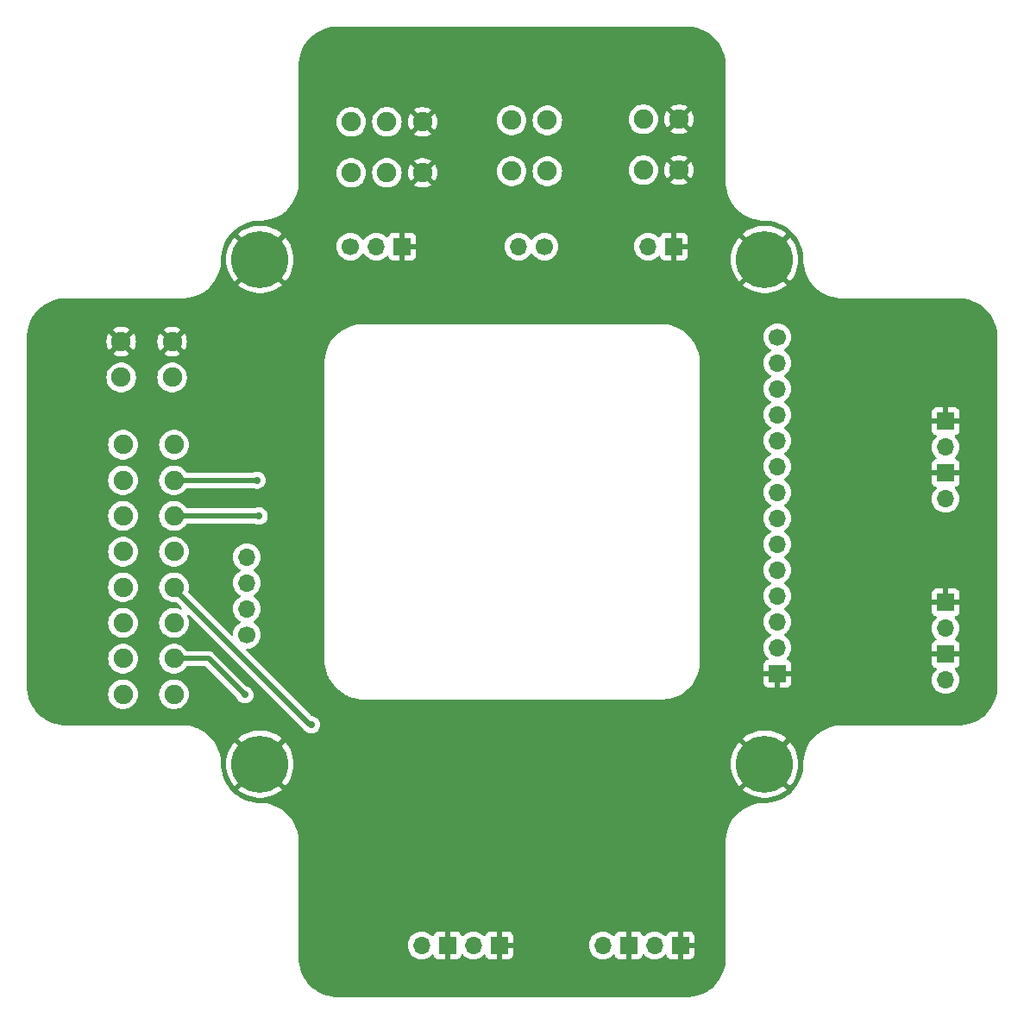
<source format=gbl>
G04 #@! TF.GenerationSoftware,KiCad,Pcbnew,8.0.6*
G04 #@! TF.CreationDate,2025-01-17T02:30:11-08:00*
G04 #@! TF.ProjectId,Constellation Saddle V1.0,436f6e73-7465-46c6-9c61-74696f6e2053,rev?*
G04 #@! TF.SameCoordinates,Original*
G04 #@! TF.FileFunction,Copper,L2,Bot*
G04 #@! TF.FilePolarity,Positive*
%FSLAX46Y46*%
G04 Gerber Fmt 4.6, Leading zero omitted, Abs format (unit mm)*
G04 Created by KiCad (PCBNEW 8.0.6) date 2025-01-17 02:30:11*
%MOMM*%
%LPD*%
G01*
G04 APERTURE LIST*
G04 #@! TA.AperFunction,ComponentPad*
%ADD10C,5.600000*%
G04 #@! TD*
G04 #@! TA.AperFunction,ComponentPad*
%ADD11R,1.700000X1.700000*%
G04 #@! TD*
G04 #@! TA.AperFunction,ComponentPad*
%ADD12O,1.700000X1.700000*%
G04 #@! TD*
G04 #@! TA.AperFunction,ComponentPad*
%ADD13C,1.900000*%
G04 #@! TD*
G04 #@! TA.AperFunction,ComponentPad*
%ADD14C,1.700000*%
G04 #@! TD*
G04 #@! TA.AperFunction,ViaPad*
%ADD15C,0.700000*%
G04 #@! TD*
G04 #@! TA.AperFunction,Conductor*
%ADD16C,0.500000*%
G04 #@! TD*
G04 APERTURE END LIST*
D10*
X78740000Y-78740000D03*
D11*
X96520000Y-62865000D03*
D12*
X96520000Y-65405000D03*
D11*
X96520000Y-67945000D03*
D12*
X96520000Y-70485000D03*
D10*
X29210000Y-78740000D03*
D13*
X20600000Y-37277995D03*
X15600000Y-37277995D03*
X20600000Y-40777995D03*
X15600000Y-40777995D03*
X57425000Y-20550000D03*
X57425000Y-15550000D03*
X53925000Y-20550000D03*
X53925000Y-15550000D03*
X20777200Y-47381995D03*
X15777200Y-47381995D03*
X20777200Y-50881995D03*
X15777201Y-50881996D03*
X20777200Y-54381997D03*
X15777200Y-54381997D03*
X20777200Y-57881998D03*
X15777200Y-57881998D03*
X20777200Y-61381998D03*
X15777200Y-61381998D03*
X20777200Y-64881998D03*
X15777200Y-64881998D03*
X20777200Y-68381999D03*
X15777200Y-68381999D03*
X20777200Y-71882000D03*
X15777200Y-71882000D03*
X70358000Y-20443500D03*
X70358000Y-15443500D03*
X66858000Y-20443500D03*
X66858000Y-15443500D03*
X45175000Y-20700000D03*
X45175000Y-15700000D03*
X41675000Y-20700000D03*
X41675000Y-15700000D03*
X38174999Y-20700000D03*
X38174999Y-15700000D03*
D10*
X78740000Y-29210000D03*
D11*
X96520000Y-45085000D03*
D12*
X96520000Y-47625000D03*
D11*
X96520000Y-50164999D03*
D12*
X96520000Y-52705000D03*
D11*
X70485000Y-96520000D03*
D12*
X67945001Y-96520000D03*
D11*
X65404999Y-96520000D03*
D12*
X62865000Y-96520000D03*
D10*
X29210000Y-29210000D03*
D11*
X52705000Y-96520000D03*
D12*
X50165001Y-96520000D03*
D11*
X47624999Y-96520000D03*
D12*
X45085000Y-96520000D03*
D14*
X38100000Y-27940000D03*
D12*
X40640000Y-27940000D03*
D11*
X43179999Y-27940000D03*
D14*
X57150000Y-27940000D03*
D12*
X54610000Y-27940000D03*
D14*
X27940000Y-66040000D03*
D12*
X27940000Y-63500000D03*
X27940000Y-60960001D03*
X27940000Y-58420000D03*
D11*
X69850000Y-27940000D03*
D12*
X67310000Y-27940000D03*
D14*
X80010000Y-36830000D03*
D12*
X80010000Y-39370000D03*
X80010000Y-41910000D03*
X80010000Y-44450000D03*
X80010000Y-46990000D03*
X80010000Y-49530000D03*
X80010000Y-52070000D03*
X80010000Y-54610000D03*
X80010000Y-57150000D03*
X80010000Y-59690000D03*
X80010000Y-62230000D03*
X80010000Y-64770000D03*
X80010000Y-67310000D03*
D11*
X80010000Y-69850000D03*
D15*
X94270000Y-39225000D03*
X27740000Y-71940000D03*
X29133800Y-54381997D03*
X34290000Y-74892000D03*
X28930600Y-50881995D03*
D16*
X20600000Y-68381999D02*
X24181999Y-68381999D01*
X24181999Y-68381999D02*
X27740000Y-71940000D01*
X29133800Y-54381997D02*
X20600000Y-54381997D01*
X34110002Y-74892000D02*
X20600000Y-61381998D01*
X34290000Y-74892000D02*
X34110002Y-74892000D01*
X28930600Y-50881995D02*
X20600000Y-50881995D01*
G04 #@! TA.AperFunction,Conductor*
G36*
X71120840Y-6350010D02*
G01*
X71313856Y-6352536D01*
X71325172Y-6353203D01*
X71709967Y-6393646D01*
X71722783Y-6395676D01*
X72100419Y-6475945D01*
X72112954Y-6479304D01*
X72480136Y-6598609D01*
X72492253Y-6603260D01*
X72844964Y-6760297D01*
X72856514Y-6766182D01*
X73190872Y-6959223D01*
X73201753Y-6966289D01*
X73514101Y-7193224D01*
X73524187Y-7201392D01*
X73811096Y-7459725D01*
X73820274Y-7468903D01*
X74078607Y-7755812D01*
X74086775Y-7765898D01*
X74313710Y-8078246D01*
X74320779Y-8089132D01*
X74513813Y-8423478D01*
X74519706Y-8435043D01*
X74676739Y-8787746D01*
X74681390Y-8799863D01*
X74800695Y-9167045D01*
X74804054Y-9179582D01*
X74884322Y-9557214D01*
X74886353Y-9570034D01*
X74926795Y-9954815D01*
X74927463Y-9966153D01*
X74929989Y-10159158D01*
X74930000Y-10160781D01*
X74930000Y-21590028D01*
X74932610Y-21789526D01*
X74932611Y-21789543D01*
X74943590Y-21894000D01*
X74970549Y-22150500D01*
X74974326Y-22186429D01*
X75057295Y-22576772D01*
X75057296Y-22576773D01*
X75057297Y-22576777D01*
X75180618Y-22956319D01*
X75342936Y-23320891D01*
X75342939Y-23320898D01*
X75542470Y-23666497D01*
X75542471Y-23666498D01*
X75777048Y-23989364D01*
X75929779Y-24158989D01*
X76044074Y-24285926D01*
X76185051Y-24412861D01*
X76340635Y-24552951D01*
X76340641Y-24552955D01*
X76340644Y-24552958D01*
X76663501Y-24787528D01*
X76663502Y-24787529D01*
X77009101Y-24987060D01*
X77009105Y-24987061D01*
X77009109Y-24987064D01*
X77373681Y-25149382D01*
X77753223Y-25272703D01*
X77753226Y-25272703D01*
X77753227Y-25272704D01*
X77807011Y-25284136D01*
X78143576Y-25355675D01*
X78540463Y-25397389D01*
X78740000Y-25400000D01*
X78933856Y-25402536D01*
X78945172Y-25403203D01*
X79329967Y-25443646D01*
X79342783Y-25445676D01*
X79720419Y-25525945D01*
X79732954Y-25529304D01*
X80100136Y-25648609D01*
X80112253Y-25653260D01*
X80464964Y-25810297D01*
X80476514Y-25816182D01*
X80810872Y-26009223D01*
X80821749Y-26016286D01*
X81134101Y-26243224D01*
X81144187Y-26251392D01*
X81431096Y-26509725D01*
X81440274Y-26518903D01*
X81698607Y-26805812D01*
X81706775Y-26815898D01*
X81933710Y-27128246D01*
X81940779Y-27139132D01*
X82133813Y-27473478D01*
X82139706Y-27485043D01*
X82296739Y-27837746D01*
X82301390Y-27849863D01*
X82420695Y-28217045D01*
X82424054Y-28229582D01*
X82504322Y-28607214D01*
X82506353Y-28620034D01*
X82546795Y-29004815D01*
X82547463Y-29016153D01*
X82550000Y-29209999D01*
X82550000Y-29210000D01*
X82552610Y-29409526D01*
X82552611Y-29409543D01*
X82594326Y-29806429D01*
X82677295Y-30196772D01*
X82677296Y-30196773D01*
X82677297Y-30196777D01*
X82800618Y-30576319D01*
X82950886Y-30913827D01*
X82962936Y-30940891D01*
X82962939Y-30940898D01*
X83162470Y-31286497D01*
X83162471Y-31286498D01*
X83397048Y-31609364D01*
X83493329Y-31716294D01*
X83664074Y-31905926D01*
X83805051Y-32032861D01*
X83960635Y-32172951D01*
X83960641Y-32172955D01*
X83960644Y-32172958D01*
X84108144Y-32280123D01*
X84283501Y-32407528D01*
X84283502Y-32407529D01*
X84629101Y-32607060D01*
X84629105Y-32607061D01*
X84629109Y-32607064D01*
X84993681Y-32769382D01*
X85373223Y-32892703D01*
X85373226Y-32892703D01*
X85373227Y-32892704D01*
X85427011Y-32904136D01*
X85763576Y-32975675D01*
X86160463Y-33017389D01*
X86211626Y-33018058D01*
X86359971Y-33020000D01*
X86360000Y-33020000D01*
X97789220Y-33020000D01*
X97790841Y-33020010D01*
X97983857Y-33022536D01*
X97995173Y-33023203D01*
X98379968Y-33063646D01*
X98392784Y-33065676D01*
X98770420Y-33145945D01*
X98782955Y-33149304D01*
X99150137Y-33268609D01*
X99162254Y-33273260D01*
X99514964Y-33430297D01*
X99526513Y-33436182D01*
X99860865Y-33629220D01*
X99860872Y-33629224D01*
X99871751Y-33636289D01*
X100184100Y-33863223D01*
X100194183Y-33871388D01*
X100481096Y-34129726D01*
X100490274Y-34138904D01*
X100748611Y-34425816D01*
X100756779Y-34435903D01*
X100983707Y-34748243D01*
X100990776Y-34759128D01*
X101183814Y-35093479D01*
X101189707Y-35105044D01*
X101346739Y-35457746D01*
X101351390Y-35469863D01*
X101470695Y-35837045D01*
X101474054Y-35849582D01*
X101554322Y-36227214D01*
X101556353Y-36240034D01*
X101596795Y-36624815D01*
X101597463Y-36636153D01*
X101599989Y-36829158D01*
X101600000Y-36830781D01*
X101600000Y-71119218D01*
X101599989Y-71120841D01*
X101597463Y-71313846D01*
X101596795Y-71325184D01*
X101556353Y-71709965D01*
X101554322Y-71722785D01*
X101474054Y-72100417D01*
X101470695Y-72112954D01*
X101351390Y-72480136D01*
X101346739Y-72492253D01*
X101189706Y-72844956D01*
X101183813Y-72856521D01*
X100990779Y-73190867D01*
X100983710Y-73201753D01*
X100756775Y-73514101D01*
X100748607Y-73524187D01*
X100490274Y-73811096D01*
X100481096Y-73820274D01*
X100194187Y-74078607D01*
X100184101Y-74086775D01*
X99871753Y-74313710D01*
X99860867Y-74320779D01*
X99526521Y-74513813D01*
X99514956Y-74519706D01*
X99162253Y-74676739D01*
X99150136Y-74681390D01*
X98782954Y-74800695D01*
X98770417Y-74804054D01*
X98392785Y-74884322D01*
X98379965Y-74886353D01*
X97995184Y-74926795D01*
X97983846Y-74927463D01*
X97797914Y-74929896D01*
X97790839Y-74929989D01*
X97789219Y-74930000D01*
X86359971Y-74930000D01*
X86160473Y-74932610D01*
X86160456Y-74932611D01*
X85896229Y-74960382D01*
X85763576Y-74974325D01*
X85763572Y-74974325D01*
X85763570Y-74974326D01*
X85373227Y-75057295D01*
X85373226Y-75057296D01*
X84993688Y-75180615D01*
X84629108Y-75342936D01*
X84629101Y-75342939D01*
X84283502Y-75542470D01*
X84283501Y-75542471D01*
X83960635Y-75777048D01*
X83664074Y-76044074D01*
X83397048Y-76340635D01*
X83162471Y-76663501D01*
X83162470Y-76663502D01*
X82962939Y-77009101D01*
X82962936Y-77009108D01*
X82800615Y-77373688D01*
X82677296Y-77753226D01*
X82677295Y-77753227D01*
X82594326Y-78143570D01*
X82552611Y-78540456D01*
X82552610Y-78540473D01*
X82550000Y-78740000D01*
X82550000Y-78740001D01*
X82547463Y-78933846D01*
X82546795Y-78945184D01*
X82506353Y-79329965D01*
X82504322Y-79342785D01*
X82424054Y-79720417D01*
X82420695Y-79732954D01*
X82301390Y-80100136D01*
X82296739Y-80112253D01*
X82139706Y-80464956D01*
X82133813Y-80476521D01*
X81940779Y-80810867D01*
X81933710Y-80821753D01*
X81706775Y-81134101D01*
X81698607Y-81144187D01*
X81440274Y-81431096D01*
X81431096Y-81440274D01*
X81144187Y-81698607D01*
X81134101Y-81706775D01*
X80821753Y-81933710D01*
X80810867Y-81940779D01*
X80476521Y-82133813D01*
X80464956Y-82139706D01*
X80112253Y-82296739D01*
X80100136Y-82301390D01*
X79732954Y-82420695D01*
X79720417Y-82424054D01*
X79342785Y-82504322D01*
X79329965Y-82506353D01*
X78945184Y-82546795D01*
X78933846Y-82547463D01*
X78745269Y-82549931D01*
X78740000Y-82550000D01*
X78540473Y-82552610D01*
X78540456Y-82552611D01*
X78276229Y-82580382D01*
X78143576Y-82594325D01*
X78143572Y-82594325D01*
X78143570Y-82594326D01*
X77753227Y-82677295D01*
X77753226Y-82677296D01*
X77373688Y-82800615D01*
X77009108Y-82962936D01*
X77009101Y-82962939D01*
X76663502Y-83162470D01*
X76663501Y-83162471D01*
X76340635Y-83397048D01*
X76044074Y-83664074D01*
X75777048Y-83960635D01*
X75542471Y-84283501D01*
X75542470Y-84283502D01*
X75342939Y-84629101D01*
X75342936Y-84629108D01*
X75180615Y-84993688D01*
X75057296Y-85373226D01*
X75057295Y-85373227D01*
X74974326Y-85763570D01*
X74932611Y-86160456D01*
X74932610Y-86160473D01*
X74930000Y-86359971D01*
X74930000Y-97789218D01*
X74929989Y-97790841D01*
X74927463Y-97983846D01*
X74926795Y-97995184D01*
X74886353Y-98379965D01*
X74884322Y-98392785D01*
X74804054Y-98770417D01*
X74800695Y-98782954D01*
X74681390Y-99150136D01*
X74676739Y-99162253D01*
X74519706Y-99514956D01*
X74513813Y-99526521D01*
X74320779Y-99860867D01*
X74313710Y-99871753D01*
X74086775Y-100184101D01*
X74078607Y-100194187D01*
X73820274Y-100481096D01*
X73811096Y-100490274D01*
X73524187Y-100748607D01*
X73514101Y-100756775D01*
X73201753Y-100983710D01*
X73190867Y-100990779D01*
X72856521Y-101183813D01*
X72844956Y-101189706D01*
X72492253Y-101346739D01*
X72480136Y-101351390D01*
X72112954Y-101470695D01*
X72100417Y-101474054D01*
X71722785Y-101554322D01*
X71709965Y-101556353D01*
X71325184Y-101596795D01*
X71313846Y-101597463D01*
X71127914Y-101599896D01*
X71120839Y-101599989D01*
X71119219Y-101600000D01*
X36830781Y-101600000D01*
X36829160Y-101599989D01*
X36821890Y-101599893D01*
X36636153Y-101597463D01*
X36624815Y-101596795D01*
X36240034Y-101556353D01*
X36227214Y-101554322D01*
X35849582Y-101474054D01*
X35837045Y-101470695D01*
X35469863Y-101351390D01*
X35457746Y-101346739D01*
X35105043Y-101189706D01*
X35093478Y-101183813D01*
X34759132Y-100990779D01*
X34748246Y-100983710D01*
X34435898Y-100756775D01*
X34425812Y-100748607D01*
X34138903Y-100490274D01*
X34129725Y-100481096D01*
X33871392Y-100194187D01*
X33863224Y-100184101D01*
X33636289Y-99871753D01*
X33629220Y-99860867D01*
X33436186Y-99526521D01*
X33430297Y-99514964D01*
X33273260Y-99162253D01*
X33268609Y-99150136D01*
X33149304Y-98782954D01*
X33145945Y-98770417D01*
X33065677Y-98392785D01*
X33063646Y-98379965D01*
X33023203Y-97995172D01*
X33022536Y-97983856D01*
X33020011Y-97790840D01*
X33020000Y-97789218D01*
X33020000Y-96519999D01*
X43729341Y-96519999D01*
X43729341Y-96520000D01*
X43749936Y-96755403D01*
X43749938Y-96755413D01*
X43811094Y-96983655D01*
X43811096Y-96983659D01*
X43811097Y-96983663D01*
X43910965Y-97197830D01*
X43910967Y-97197834D01*
X44019281Y-97352521D01*
X44046505Y-97391401D01*
X44213599Y-97558495D01*
X44290132Y-97612084D01*
X44407165Y-97694032D01*
X44407167Y-97694033D01*
X44407170Y-97694035D01*
X44621337Y-97793903D01*
X44849592Y-97855063D01*
X45020319Y-97870000D01*
X45084999Y-97875659D01*
X45085000Y-97875659D01*
X45085001Y-97875659D01*
X45149681Y-97870000D01*
X45320408Y-97855063D01*
X45548663Y-97793903D01*
X45762830Y-97694035D01*
X45956401Y-97558495D01*
X46078717Y-97436178D01*
X46140036Y-97402696D01*
X46209728Y-97407680D01*
X46265662Y-97449551D01*
X46282577Y-97480529D01*
X46331644Y-97612086D01*
X46331648Y-97612093D01*
X46417808Y-97727187D01*
X46417811Y-97727190D01*
X46532905Y-97813350D01*
X46532912Y-97813354D01*
X46667619Y-97863596D01*
X46667626Y-97863598D01*
X46727154Y-97869999D01*
X46727171Y-97870000D01*
X47374999Y-97870000D01*
X47374999Y-96953012D01*
X47432006Y-96985925D01*
X47559173Y-97020000D01*
X47690825Y-97020000D01*
X47817992Y-96985925D01*
X47874999Y-96953012D01*
X47874999Y-97870000D01*
X48522827Y-97870000D01*
X48522843Y-97869999D01*
X48582371Y-97863598D01*
X48582378Y-97863596D01*
X48717085Y-97813354D01*
X48717092Y-97813350D01*
X48832186Y-97727190D01*
X48832189Y-97727187D01*
X48918349Y-97612093D01*
X48918354Y-97612084D01*
X48967421Y-97480528D01*
X49009292Y-97424594D01*
X49074756Y-97400176D01*
X49143029Y-97415027D01*
X49171284Y-97436179D01*
X49293600Y-97558495D01*
X49370133Y-97612084D01*
X49487166Y-97694032D01*
X49487168Y-97694033D01*
X49487171Y-97694035D01*
X49701338Y-97793903D01*
X49929593Y-97855063D01*
X50100320Y-97870000D01*
X50165000Y-97875659D01*
X50165001Y-97875659D01*
X50165002Y-97875659D01*
X50229682Y-97870000D01*
X50400409Y-97855063D01*
X50628664Y-97793903D01*
X50842831Y-97694035D01*
X51036402Y-97558495D01*
X51158718Y-97436178D01*
X51220037Y-97402696D01*
X51289729Y-97407680D01*
X51345663Y-97449551D01*
X51362578Y-97480529D01*
X51411645Y-97612086D01*
X51411649Y-97612093D01*
X51497809Y-97727187D01*
X51497812Y-97727190D01*
X51612906Y-97813350D01*
X51612913Y-97813354D01*
X51747620Y-97863596D01*
X51747627Y-97863598D01*
X51807155Y-97869999D01*
X51807172Y-97870000D01*
X52455000Y-97870000D01*
X52455000Y-96953012D01*
X52512007Y-96985925D01*
X52639174Y-97020000D01*
X52770826Y-97020000D01*
X52897993Y-96985925D01*
X52955000Y-96953012D01*
X52955000Y-97870000D01*
X53602828Y-97870000D01*
X53602844Y-97869999D01*
X53662372Y-97863598D01*
X53662379Y-97863596D01*
X53797086Y-97813354D01*
X53797093Y-97813350D01*
X53912187Y-97727190D01*
X53912190Y-97727187D01*
X53998350Y-97612093D01*
X53998354Y-97612086D01*
X54048596Y-97477379D01*
X54048598Y-97477372D01*
X54054999Y-97417844D01*
X54055000Y-97417827D01*
X54055000Y-96770000D01*
X53138012Y-96770000D01*
X53170925Y-96712993D01*
X53205000Y-96585826D01*
X53205000Y-96519999D01*
X61509341Y-96519999D01*
X61509341Y-96520000D01*
X61529936Y-96755403D01*
X61529938Y-96755413D01*
X61591094Y-96983655D01*
X61591096Y-96983659D01*
X61591097Y-96983663D01*
X61690965Y-97197830D01*
X61690967Y-97197834D01*
X61799281Y-97352521D01*
X61826505Y-97391401D01*
X61993599Y-97558495D01*
X62070132Y-97612084D01*
X62187165Y-97694032D01*
X62187167Y-97694033D01*
X62187170Y-97694035D01*
X62401337Y-97793903D01*
X62629592Y-97855063D01*
X62800319Y-97870000D01*
X62864999Y-97875659D01*
X62865000Y-97875659D01*
X62865001Y-97875659D01*
X62929681Y-97870000D01*
X63100408Y-97855063D01*
X63328663Y-97793903D01*
X63542830Y-97694035D01*
X63736401Y-97558495D01*
X63858717Y-97436178D01*
X63920036Y-97402696D01*
X63989728Y-97407680D01*
X64045662Y-97449551D01*
X64062577Y-97480529D01*
X64111644Y-97612086D01*
X64111648Y-97612093D01*
X64197808Y-97727187D01*
X64197811Y-97727190D01*
X64312905Y-97813350D01*
X64312912Y-97813354D01*
X64447619Y-97863596D01*
X64447626Y-97863598D01*
X64507154Y-97869999D01*
X64507171Y-97870000D01*
X65154999Y-97870000D01*
X65154999Y-96953012D01*
X65212006Y-96985925D01*
X65339173Y-97020000D01*
X65470825Y-97020000D01*
X65597992Y-96985925D01*
X65654999Y-96953012D01*
X65654999Y-97870000D01*
X66302827Y-97870000D01*
X66302843Y-97869999D01*
X66362371Y-97863598D01*
X66362378Y-97863596D01*
X66497085Y-97813354D01*
X66497092Y-97813350D01*
X66612186Y-97727190D01*
X66612189Y-97727187D01*
X66698349Y-97612093D01*
X66698354Y-97612084D01*
X66747421Y-97480528D01*
X66789292Y-97424594D01*
X66854756Y-97400176D01*
X66923029Y-97415027D01*
X66951284Y-97436179D01*
X67073600Y-97558495D01*
X67150133Y-97612084D01*
X67267166Y-97694032D01*
X67267168Y-97694033D01*
X67267171Y-97694035D01*
X67481338Y-97793903D01*
X67709593Y-97855063D01*
X67880320Y-97870000D01*
X67945000Y-97875659D01*
X67945001Y-97875659D01*
X67945002Y-97875659D01*
X68009682Y-97870000D01*
X68180409Y-97855063D01*
X68408664Y-97793903D01*
X68622831Y-97694035D01*
X68816402Y-97558495D01*
X68938718Y-97436178D01*
X69000037Y-97402696D01*
X69069729Y-97407680D01*
X69125663Y-97449551D01*
X69142578Y-97480529D01*
X69191645Y-97612086D01*
X69191649Y-97612093D01*
X69277809Y-97727187D01*
X69277812Y-97727190D01*
X69392906Y-97813350D01*
X69392913Y-97813354D01*
X69527620Y-97863596D01*
X69527627Y-97863598D01*
X69587155Y-97869999D01*
X69587172Y-97870000D01*
X70235000Y-97870000D01*
X70235000Y-96953012D01*
X70292007Y-96985925D01*
X70419174Y-97020000D01*
X70550826Y-97020000D01*
X70677993Y-96985925D01*
X70735000Y-96953012D01*
X70735000Y-97870000D01*
X71382828Y-97870000D01*
X71382844Y-97869999D01*
X71442372Y-97863598D01*
X71442379Y-97863596D01*
X71577086Y-97813354D01*
X71577093Y-97813350D01*
X71692187Y-97727190D01*
X71692190Y-97727187D01*
X71778350Y-97612093D01*
X71778354Y-97612086D01*
X71828596Y-97477379D01*
X71828598Y-97477372D01*
X71834999Y-97417844D01*
X71835000Y-97417827D01*
X71835000Y-96770000D01*
X70918012Y-96770000D01*
X70950925Y-96712993D01*
X70985000Y-96585826D01*
X70985000Y-96454174D01*
X70950925Y-96327007D01*
X70918012Y-96270000D01*
X71835000Y-96270000D01*
X71835000Y-95622172D01*
X71834999Y-95622155D01*
X71828598Y-95562627D01*
X71828596Y-95562620D01*
X71778354Y-95427913D01*
X71778350Y-95427906D01*
X71692190Y-95312812D01*
X71692187Y-95312809D01*
X71577093Y-95226649D01*
X71577086Y-95226645D01*
X71442379Y-95176403D01*
X71442372Y-95176401D01*
X71382844Y-95170000D01*
X70735000Y-95170000D01*
X70735000Y-96086988D01*
X70677993Y-96054075D01*
X70550826Y-96020000D01*
X70419174Y-96020000D01*
X70292007Y-96054075D01*
X70235000Y-96086988D01*
X70235000Y-95170000D01*
X69587155Y-95170000D01*
X69527627Y-95176401D01*
X69527620Y-95176403D01*
X69392913Y-95226645D01*
X69392906Y-95226649D01*
X69277812Y-95312809D01*
X69277809Y-95312812D01*
X69191649Y-95427906D01*
X69191646Y-95427911D01*
X69142578Y-95559470D01*
X69100706Y-95615403D01*
X69035242Y-95639820D01*
X68966969Y-95624968D01*
X68938715Y-95603818D01*
X68894367Y-95559470D01*
X68816402Y-95481505D01*
X68816398Y-95481502D01*
X68816397Y-95481501D01*
X68622835Y-95345967D01*
X68622831Y-95345965D01*
X68551728Y-95312809D01*
X68408664Y-95246097D01*
X68408660Y-95246096D01*
X68408656Y-95246094D01*
X68180414Y-95184938D01*
X68180404Y-95184936D01*
X67945002Y-95164341D01*
X67945000Y-95164341D01*
X67709597Y-95184936D01*
X67709587Y-95184938D01*
X67481345Y-95246094D01*
X67481336Y-95246098D01*
X67267172Y-95345964D01*
X67267170Y-95345965D01*
X67073601Y-95481503D01*
X66951284Y-95603820D01*
X66889961Y-95637304D01*
X66820269Y-95632320D01*
X66764336Y-95590448D01*
X66747421Y-95559471D01*
X66698353Y-95427913D01*
X66698349Y-95427906D01*
X66612189Y-95312812D01*
X66612186Y-95312809D01*
X66497092Y-95226649D01*
X66497085Y-95226645D01*
X66362378Y-95176403D01*
X66362371Y-95176401D01*
X66302843Y-95170000D01*
X65654999Y-95170000D01*
X65654999Y-96086988D01*
X65597992Y-96054075D01*
X65470825Y-96020000D01*
X65339173Y-96020000D01*
X65212006Y-96054075D01*
X65154999Y-96086988D01*
X65154999Y-95170000D01*
X64507154Y-95170000D01*
X64447626Y-95176401D01*
X64447619Y-95176403D01*
X64312912Y-95226645D01*
X64312905Y-95226649D01*
X64197811Y-95312809D01*
X64197808Y-95312812D01*
X64111648Y-95427906D01*
X64111645Y-95427911D01*
X64062577Y-95559470D01*
X64020705Y-95615403D01*
X63955241Y-95639820D01*
X63886968Y-95624968D01*
X63858714Y-95603818D01*
X63814366Y-95559470D01*
X63736401Y-95481505D01*
X63736397Y-95481502D01*
X63736396Y-95481501D01*
X63542834Y-95345967D01*
X63542830Y-95345965D01*
X63471727Y-95312809D01*
X63328663Y-95246097D01*
X63328659Y-95246096D01*
X63328655Y-95246094D01*
X63100413Y-95184938D01*
X63100403Y-95184936D01*
X62865001Y-95164341D01*
X62864999Y-95164341D01*
X62629596Y-95184936D01*
X62629586Y-95184938D01*
X62401344Y-95246094D01*
X62401335Y-95246098D01*
X62187171Y-95345964D01*
X62187169Y-95345965D01*
X61993597Y-95481505D01*
X61826505Y-95648597D01*
X61690965Y-95842169D01*
X61690964Y-95842171D01*
X61591098Y-96056335D01*
X61591094Y-96056344D01*
X61529938Y-96284586D01*
X61529936Y-96284596D01*
X61509341Y-96519999D01*
X53205000Y-96519999D01*
X53205000Y-96454174D01*
X53170925Y-96327007D01*
X53138012Y-96270000D01*
X54055000Y-96270000D01*
X54055000Y-95622172D01*
X54054999Y-95622155D01*
X54048598Y-95562627D01*
X54048596Y-95562620D01*
X53998354Y-95427913D01*
X53998350Y-95427906D01*
X53912190Y-95312812D01*
X53912187Y-95312809D01*
X53797093Y-95226649D01*
X53797086Y-95226645D01*
X53662379Y-95176403D01*
X53662372Y-95176401D01*
X53602844Y-95170000D01*
X52955000Y-95170000D01*
X52955000Y-96086988D01*
X52897993Y-96054075D01*
X52770826Y-96020000D01*
X52639174Y-96020000D01*
X52512007Y-96054075D01*
X52455000Y-96086988D01*
X52455000Y-95170000D01*
X51807155Y-95170000D01*
X51747627Y-95176401D01*
X51747620Y-95176403D01*
X51612913Y-95226645D01*
X51612906Y-95226649D01*
X51497812Y-95312809D01*
X51497809Y-95312812D01*
X51411649Y-95427906D01*
X51411646Y-95427911D01*
X51362578Y-95559470D01*
X51320706Y-95615403D01*
X51255242Y-95639820D01*
X51186969Y-95624968D01*
X51158715Y-95603818D01*
X51114367Y-95559470D01*
X51036402Y-95481505D01*
X51036398Y-95481502D01*
X51036397Y-95481501D01*
X50842835Y-95345967D01*
X50842831Y-95345965D01*
X50771728Y-95312809D01*
X50628664Y-95246097D01*
X50628660Y-95246096D01*
X50628656Y-95246094D01*
X50400414Y-95184938D01*
X50400404Y-95184936D01*
X50165002Y-95164341D01*
X50165000Y-95164341D01*
X49929597Y-95184936D01*
X49929587Y-95184938D01*
X49701345Y-95246094D01*
X49701336Y-95246098D01*
X49487172Y-95345964D01*
X49487170Y-95345965D01*
X49293601Y-95481503D01*
X49171284Y-95603820D01*
X49109961Y-95637304D01*
X49040269Y-95632320D01*
X48984336Y-95590448D01*
X48967421Y-95559471D01*
X48918353Y-95427913D01*
X48918349Y-95427906D01*
X48832189Y-95312812D01*
X48832186Y-95312809D01*
X48717092Y-95226649D01*
X48717085Y-95226645D01*
X48582378Y-95176403D01*
X48582371Y-95176401D01*
X48522843Y-95170000D01*
X47874999Y-95170000D01*
X47874999Y-96086988D01*
X47817992Y-96054075D01*
X47690825Y-96020000D01*
X47559173Y-96020000D01*
X47432006Y-96054075D01*
X47374999Y-96086988D01*
X47374999Y-95170000D01*
X46727154Y-95170000D01*
X46667626Y-95176401D01*
X46667619Y-95176403D01*
X46532912Y-95226645D01*
X46532905Y-95226649D01*
X46417811Y-95312809D01*
X46417808Y-95312812D01*
X46331648Y-95427906D01*
X46331645Y-95427911D01*
X46282577Y-95559470D01*
X46240705Y-95615403D01*
X46175241Y-95639820D01*
X46106968Y-95624968D01*
X46078714Y-95603818D01*
X46034366Y-95559470D01*
X45956401Y-95481505D01*
X45956397Y-95481502D01*
X45956396Y-95481501D01*
X45762834Y-95345967D01*
X45762830Y-95345965D01*
X45691727Y-95312809D01*
X45548663Y-95246097D01*
X45548659Y-95246096D01*
X45548655Y-95246094D01*
X45320413Y-95184938D01*
X45320403Y-95184936D01*
X45085001Y-95164341D01*
X45084999Y-95164341D01*
X44849596Y-95184936D01*
X44849586Y-95184938D01*
X44621344Y-95246094D01*
X44621335Y-95246098D01*
X44407171Y-95345964D01*
X44407169Y-95345965D01*
X44213597Y-95481505D01*
X44046505Y-95648597D01*
X43910965Y-95842169D01*
X43910964Y-95842171D01*
X43811098Y-96056335D01*
X43811094Y-96056344D01*
X43749938Y-96284586D01*
X43749936Y-96284596D01*
X43729341Y-96519999D01*
X33020000Y-96519999D01*
X33020000Y-86359971D01*
X33017389Y-86160473D01*
X33017389Y-86160463D01*
X32975675Y-85763576D01*
X32892703Y-85373223D01*
X32769382Y-84993681D01*
X32607064Y-84629109D01*
X32607061Y-84629105D01*
X32607060Y-84629101D01*
X32407529Y-84283502D01*
X32407528Y-84283501D01*
X32172951Y-83960635D01*
X32032861Y-83805051D01*
X31905926Y-83664074D01*
X31778989Y-83549779D01*
X31609364Y-83397048D01*
X31286498Y-83162471D01*
X31286497Y-83162470D01*
X30940898Y-82962939D01*
X30940891Y-82962936D01*
X30576319Y-82800618D01*
X30576314Y-82800616D01*
X30576311Y-82800615D01*
X30359186Y-82730067D01*
X30196777Y-82677297D01*
X30196774Y-82677296D01*
X30196773Y-82677296D01*
X30196772Y-82677295D01*
X29860212Y-82605758D01*
X29806424Y-82594325D01*
X29636022Y-82576415D01*
X29409543Y-82552611D01*
X29409526Y-82552610D01*
X29210000Y-82550000D01*
X29204583Y-82549929D01*
X29016153Y-82547463D01*
X29004815Y-82546795D01*
X28620034Y-82506353D01*
X28607214Y-82504322D01*
X28229582Y-82424054D01*
X28217045Y-82420695D01*
X27849863Y-82301390D01*
X27837746Y-82296739D01*
X27485043Y-82139706D01*
X27473478Y-82133813D01*
X27139132Y-81940779D01*
X27128246Y-81933710D01*
X26815898Y-81706775D01*
X26805812Y-81698607D01*
X26518903Y-81440274D01*
X26509725Y-81431096D01*
X26251392Y-81144187D01*
X26243224Y-81134101D01*
X26016289Y-80821753D01*
X26009220Y-80810867D01*
X25816186Y-80476521D01*
X25810297Y-80464964D01*
X25653260Y-80112253D01*
X25648609Y-80100136D01*
X25529304Y-79732954D01*
X25525945Y-79720417D01*
X25445677Y-79342785D01*
X25443646Y-79329965D01*
X25403203Y-78945172D01*
X25402536Y-78933856D01*
X25400000Y-78740000D01*
X25400000Y-78739997D01*
X25905153Y-78739997D01*
X25905153Y-78740000D01*
X25924526Y-79097314D01*
X25924527Y-79097331D01*
X25982415Y-79450431D01*
X25982421Y-79450457D01*
X26078147Y-79795232D01*
X26078149Y-79795239D01*
X26210597Y-80127659D01*
X26210606Y-80127677D01*
X26378218Y-80443827D01*
X26579024Y-80739994D01*
X26579035Y-80740008D01*
X26706441Y-80890002D01*
X26706442Y-80890002D01*
X27915747Y-79680697D01*
X27989588Y-79782330D01*
X28167670Y-79960412D01*
X28269300Y-80034251D01*
X27057257Y-81246294D01*
X27070495Y-81258836D01*
X27355367Y-81475388D01*
X27355370Y-81475390D01*
X27661990Y-81659876D01*
X27986739Y-81810122D01*
X27986744Y-81810123D01*
X28325855Y-81924383D01*
X28675339Y-82001311D01*
X29031075Y-82039999D01*
X29031085Y-82040000D01*
X29388915Y-82040000D01*
X29388924Y-82039999D01*
X29744660Y-82001311D01*
X30094144Y-81924383D01*
X30433255Y-81810123D01*
X30433260Y-81810122D01*
X30758009Y-81659876D01*
X31064629Y-81475390D01*
X31064632Y-81475388D01*
X31349509Y-81258831D01*
X31362742Y-81246295D01*
X31362742Y-81246294D01*
X30150699Y-80034251D01*
X30252330Y-79960412D01*
X30430412Y-79782330D01*
X30504252Y-79680698D01*
X31713556Y-80890002D01*
X31840972Y-80739998D01*
X31840975Y-80739994D01*
X32041781Y-80443827D01*
X32209393Y-80127677D01*
X32209402Y-80127659D01*
X32341850Y-79795239D01*
X32341852Y-79795232D01*
X32437578Y-79450457D01*
X32437584Y-79450431D01*
X32495472Y-79097331D01*
X32495473Y-79097314D01*
X32514847Y-78740000D01*
X32514847Y-78739997D01*
X75435153Y-78739997D01*
X75435153Y-78740000D01*
X75454526Y-79097314D01*
X75454527Y-79097331D01*
X75512415Y-79450431D01*
X75512421Y-79450457D01*
X75608147Y-79795232D01*
X75608149Y-79795239D01*
X75740597Y-80127659D01*
X75740606Y-80127677D01*
X75908218Y-80443827D01*
X76109024Y-80739994D01*
X76109035Y-80740008D01*
X76236441Y-80890002D01*
X76236442Y-80890002D01*
X77445747Y-79680697D01*
X77519588Y-79782330D01*
X77697670Y-79960412D01*
X77799300Y-80034251D01*
X76587257Y-81246294D01*
X76600495Y-81258836D01*
X76885367Y-81475388D01*
X76885370Y-81475390D01*
X77191990Y-81659876D01*
X77516739Y-81810122D01*
X77516744Y-81810123D01*
X77855855Y-81924383D01*
X78205339Y-82001311D01*
X78561075Y-82039999D01*
X78561085Y-82040000D01*
X78918915Y-82040000D01*
X78918924Y-82039999D01*
X79274660Y-82001311D01*
X79624144Y-81924383D01*
X79963255Y-81810123D01*
X79963260Y-81810122D01*
X80288009Y-81659876D01*
X80594629Y-81475390D01*
X80594632Y-81475388D01*
X80879509Y-81258831D01*
X80892742Y-81246295D01*
X80892742Y-81246294D01*
X79680699Y-80034251D01*
X79782330Y-79960412D01*
X79960412Y-79782330D01*
X80034252Y-79680698D01*
X81243556Y-80890002D01*
X81370972Y-80739998D01*
X81370975Y-80739994D01*
X81571781Y-80443827D01*
X81739393Y-80127677D01*
X81739402Y-80127659D01*
X81871850Y-79795239D01*
X81871852Y-79795232D01*
X81967578Y-79450457D01*
X81967584Y-79450431D01*
X82025472Y-79097331D01*
X82025473Y-79097314D01*
X82044847Y-78740000D01*
X82044847Y-78739997D01*
X82025473Y-78382685D01*
X82025472Y-78382668D01*
X81967584Y-78029568D01*
X81967578Y-78029542D01*
X81871852Y-77684767D01*
X81871850Y-77684760D01*
X81739402Y-77352340D01*
X81739393Y-77352322D01*
X81571781Y-77036172D01*
X81370975Y-76740005D01*
X81370964Y-76739991D01*
X81243556Y-76589996D01*
X80034251Y-77799300D01*
X79960412Y-77697670D01*
X79782330Y-77519588D01*
X79680698Y-77445748D01*
X80892742Y-76233704D01*
X80879504Y-76221163D01*
X80594632Y-76004611D01*
X80594629Y-76004609D01*
X80288009Y-75820123D01*
X79963260Y-75669877D01*
X79963255Y-75669876D01*
X79624144Y-75555616D01*
X79274660Y-75478688D01*
X78918924Y-75440000D01*
X78561075Y-75440000D01*
X78205339Y-75478688D01*
X77855855Y-75555616D01*
X77516744Y-75669876D01*
X77516739Y-75669877D01*
X77191990Y-75820123D01*
X76885370Y-76004609D01*
X76885367Y-76004611D01*
X76600486Y-76221170D01*
X76600485Y-76221171D01*
X76587257Y-76233702D01*
X76587256Y-76233703D01*
X77799301Y-77445748D01*
X77697670Y-77519588D01*
X77519588Y-77697670D01*
X77445748Y-77799301D01*
X76236442Y-76589995D01*
X76236441Y-76589996D01*
X76109033Y-76739992D01*
X75908218Y-77036172D01*
X75740606Y-77352322D01*
X75740597Y-77352340D01*
X75608149Y-77684760D01*
X75608147Y-77684767D01*
X75512421Y-78029542D01*
X75512415Y-78029568D01*
X75454527Y-78382668D01*
X75454526Y-78382685D01*
X75435153Y-78739997D01*
X32514847Y-78739997D01*
X32495473Y-78382685D01*
X32495472Y-78382668D01*
X32437584Y-78029568D01*
X32437578Y-78029542D01*
X32341852Y-77684767D01*
X32341850Y-77684760D01*
X32209402Y-77352340D01*
X32209393Y-77352322D01*
X32041781Y-77036172D01*
X31840975Y-76740005D01*
X31840964Y-76739991D01*
X31713556Y-76589996D01*
X30504251Y-77799300D01*
X30430412Y-77697670D01*
X30252330Y-77519588D01*
X30150698Y-77445748D01*
X31362742Y-76233704D01*
X31349504Y-76221163D01*
X31064632Y-76004611D01*
X31064629Y-76004609D01*
X30758009Y-75820123D01*
X30433260Y-75669877D01*
X30433255Y-75669876D01*
X30094144Y-75555616D01*
X29744660Y-75478688D01*
X29388924Y-75440000D01*
X29031075Y-75440000D01*
X28675339Y-75478688D01*
X28325855Y-75555616D01*
X27986744Y-75669876D01*
X27986739Y-75669877D01*
X27661990Y-75820123D01*
X27355370Y-76004609D01*
X27355367Y-76004611D01*
X27070486Y-76221170D01*
X27070485Y-76221171D01*
X27057257Y-76233702D01*
X27057256Y-76233703D01*
X28269301Y-77445748D01*
X28167670Y-77519588D01*
X27989588Y-77697670D01*
X27915748Y-77799301D01*
X26706442Y-76589995D01*
X26706441Y-76589996D01*
X26579033Y-76739992D01*
X26378218Y-77036172D01*
X26210606Y-77352322D01*
X26210597Y-77352340D01*
X26078149Y-77684760D01*
X26078147Y-77684767D01*
X25982421Y-78029542D01*
X25982415Y-78029568D01*
X25924527Y-78382668D01*
X25924526Y-78382685D01*
X25905153Y-78739997D01*
X25400000Y-78739997D01*
X25397389Y-78540463D01*
X25355675Y-78143576D01*
X25272703Y-77753223D01*
X25149382Y-77373681D01*
X24987064Y-77009109D01*
X24987061Y-77009105D01*
X24987060Y-77009101D01*
X24787529Y-76663502D01*
X24787528Y-76663501D01*
X24552951Y-76340635D01*
X24412861Y-76185051D01*
X24285926Y-76044074D01*
X24158989Y-75929779D01*
X23989364Y-75777048D01*
X23666498Y-75542471D01*
X23666497Y-75542470D01*
X23320898Y-75342939D01*
X23320891Y-75342936D01*
X23089322Y-75239835D01*
X22956319Y-75180618D01*
X22956314Y-75180616D01*
X22956311Y-75180615D01*
X22739186Y-75110067D01*
X22576777Y-75057297D01*
X22576774Y-75057296D01*
X22576773Y-75057296D01*
X22576772Y-75057295D01*
X22240212Y-74985758D01*
X22186424Y-74974325D01*
X22016022Y-74956415D01*
X21789543Y-74932611D01*
X21789526Y-74932610D01*
X21590029Y-74930000D01*
X21590000Y-74930000D01*
X10160781Y-74930000D01*
X10159160Y-74929989D01*
X10151890Y-74929893D01*
X9966153Y-74927463D01*
X9954815Y-74926795D01*
X9570034Y-74886353D01*
X9557214Y-74884322D01*
X9179582Y-74804054D01*
X9167045Y-74800695D01*
X8799863Y-74681390D01*
X8787746Y-74676739D01*
X8435043Y-74519706D01*
X8423478Y-74513813D01*
X8089132Y-74320779D01*
X8078246Y-74313710D01*
X7765898Y-74086775D01*
X7755812Y-74078607D01*
X7468903Y-73820274D01*
X7459725Y-73811096D01*
X7201392Y-73524187D01*
X7193224Y-73514101D01*
X7061283Y-73332500D01*
X6966286Y-73201749D01*
X6959220Y-73190867D01*
X6766182Y-72856514D01*
X6760297Y-72844964D01*
X6603260Y-72492253D01*
X6598609Y-72480136D01*
X6536126Y-72287833D01*
X6479303Y-72112953D01*
X6475945Y-72100417D01*
X6429517Y-71881994D01*
X14321729Y-71881994D01*
X14321729Y-71882005D01*
X14341579Y-72121559D01*
X14400589Y-72354589D01*
X14497151Y-72574729D01*
X14566329Y-72680612D01*
X14628629Y-72775969D01*
X14791436Y-72952825D01*
X14791439Y-72952827D01*
X14791442Y-72952830D01*
X14981124Y-73100466D01*
X14981130Y-73100470D01*
X14981133Y-73100472D01*
X15192544Y-73214882D01*
X15192547Y-73214883D01*
X15419899Y-73292933D01*
X15419901Y-73292933D01*
X15419903Y-73292934D01*
X15657008Y-73332500D01*
X15657009Y-73332500D01*
X15897391Y-73332500D01*
X15897392Y-73332500D01*
X16134497Y-73292934D01*
X16361856Y-73214882D01*
X16573267Y-73100472D01*
X16762964Y-72952825D01*
X16925771Y-72775969D01*
X17057249Y-72574728D01*
X17153810Y-72354591D01*
X17212820Y-72121563D01*
X17232671Y-71882000D01*
X17232671Y-71881994D01*
X19321729Y-71881994D01*
X19321729Y-71882005D01*
X19341579Y-72121559D01*
X19400589Y-72354589D01*
X19497151Y-72574729D01*
X19566329Y-72680612D01*
X19628629Y-72775969D01*
X19791436Y-72952825D01*
X19791439Y-72952827D01*
X19791442Y-72952830D01*
X19981124Y-73100466D01*
X19981130Y-73100470D01*
X19981133Y-73100472D01*
X20192544Y-73214882D01*
X20192547Y-73214883D01*
X20419899Y-73292933D01*
X20419901Y-73292933D01*
X20419903Y-73292934D01*
X20657008Y-73332500D01*
X20657009Y-73332500D01*
X20897391Y-73332500D01*
X20897392Y-73332500D01*
X21134497Y-73292934D01*
X21361856Y-73214882D01*
X21573267Y-73100472D01*
X21762964Y-72952825D01*
X21925771Y-72775969D01*
X22057249Y-72574728D01*
X22153810Y-72354591D01*
X22212820Y-72121563D01*
X22232671Y-71882000D01*
X22232109Y-71875222D01*
X22212820Y-71642440D01*
X22212820Y-71642437D01*
X22153810Y-71409409D01*
X22057249Y-71189272D01*
X22040533Y-71163687D01*
X21925772Y-70988033D01*
X21925771Y-70988031D01*
X21762964Y-70811175D01*
X21762959Y-70811171D01*
X21762957Y-70811169D01*
X21573275Y-70663533D01*
X21573269Y-70663529D01*
X21361857Y-70549118D01*
X21361852Y-70549116D01*
X21134500Y-70471066D01*
X20956668Y-70441391D01*
X20897392Y-70431500D01*
X20657008Y-70431500D01*
X20609587Y-70439413D01*
X20419899Y-70471066D01*
X20192547Y-70549116D01*
X20192542Y-70549118D01*
X19981130Y-70663529D01*
X19981124Y-70663533D01*
X19791442Y-70811169D01*
X19791439Y-70811172D01*
X19628630Y-70988029D01*
X19628627Y-70988033D01*
X19497151Y-71189270D01*
X19400589Y-71409410D01*
X19341579Y-71642440D01*
X19321729Y-71881994D01*
X17232671Y-71881994D01*
X17232109Y-71875222D01*
X17212820Y-71642440D01*
X17212820Y-71642437D01*
X17153810Y-71409409D01*
X17057249Y-71189272D01*
X17040533Y-71163687D01*
X16925772Y-70988033D01*
X16925771Y-70988031D01*
X16762964Y-70811175D01*
X16762959Y-70811171D01*
X16762957Y-70811169D01*
X16573275Y-70663533D01*
X16573269Y-70663529D01*
X16361857Y-70549118D01*
X16361852Y-70549116D01*
X16134500Y-70471066D01*
X15956668Y-70441391D01*
X15897392Y-70431500D01*
X15657008Y-70431500D01*
X15609587Y-70439413D01*
X15419899Y-70471066D01*
X15192547Y-70549116D01*
X15192542Y-70549118D01*
X14981130Y-70663529D01*
X14981124Y-70663533D01*
X14791442Y-70811169D01*
X14791439Y-70811172D01*
X14628630Y-70988029D01*
X14628627Y-70988033D01*
X14497151Y-71189270D01*
X14400589Y-71409410D01*
X14341579Y-71642440D01*
X14321729Y-71881994D01*
X6429517Y-71881994D01*
X6428078Y-71875222D01*
X6395676Y-71722783D01*
X6393646Y-71709965D01*
X6353203Y-71325172D01*
X6352536Y-71313856D01*
X6350011Y-71120840D01*
X6350000Y-71119218D01*
X6350000Y-68381993D01*
X14321729Y-68381993D01*
X14321729Y-68382004D01*
X14341579Y-68621558D01*
X14400589Y-68854588D01*
X14497151Y-69074728D01*
X14586246Y-69211097D01*
X14628629Y-69275968D01*
X14791436Y-69452824D01*
X14791439Y-69452826D01*
X14791442Y-69452829D01*
X14981124Y-69600465D01*
X14981130Y-69600469D01*
X14981133Y-69600471D01*
X15192544Y-69714881D01*
X15192547Y-69714882D01*
X15419899Y-69792932D01*
X15419901Y-69792932D01*
X15419903Y-69792933D01*
X15657008Y-69832499D01*
X15657009Y-69832499D01*
X15897391Y-69832499D01*
X15897392Y-69832499D01*
X16134497Y-69792933D01*
X16361856Y-69714881D01*
X16573267Y-69600471D01*
X16762964Y-69452824D01*
X16925771Y-69275968D01*
X17057249Y-69074727D01*
X17153810Y-68854590D01*
X17212820Y-68621562D01*
X17230274Y-68410925D01*
X17232671Y-68382004D01*
X17232671Y-68381993D01*
X19321729Y-68381993D01*
X19321729Y-68382004D01*
X19341579Y-68621558D01*
X19400589Y-68854588D01*
X19497151Y-69074728D01*
X19586246Y-69211097D01*
X19628629Y-69275968D01*
X19791436Y-69452824D01*
X19791439Y-69452826D01*
X19791442Y-69452829D01*
X19981124Y-69600465D01*
X19981130Y-69600469D01*
X19981133Y-69600471D01*
X20192544Y-69714881D01*
X20192547Y-69714882D01*
X20419899Y-69792932D01*
X20419901Y-69792932D01*
X20419903Y-69792933D01*
X20657008Y-69832499D01*
X20657009Y-69832499D01*
X20897391Y-69832499D01*
X20897392Y-69832499D01*
X21134497Y-69792933D01*
X21361856Y-69714881D01*
X21573267Y-69600471D01*
X21762964Y-69452824D01*
X21925771Y-69275968D01*
X21982801Y-69188676D01*
X22035948Y-69143321D01*
X22086610Y-69132499D01*
X23819769Y-69132499D01*
X23886808Y-69152184D01*
X23907450Y-69168818D01*
X26905104Y-72166471D01*
X26935354Y-72215832D01*
X26958750Y-72287835D01*
X27048141Y-72442665D01*
X27081880Y-72480136D01*
X27167764Y-72575521D01*
X27167767Y-72575523D01*
X27167770Y-72575526D01*
X27312407Y-72680612D01*
X27475733Y-72753329D01*
X27650609Y-72790500D01*
X27650610Y-72790500D01*
X27829389Y-72790500D01*
X27829391Y-72790500D01*
X28004267Y-72753329D01*
X28167593Y-72680612D01*
X28312230Y-72575526D01*
X28431859Y-72442665D01*
X28521250Y-72287835D01*
X28576497Y-72117803D01*
X28595185Y-71940000D01*
X28576497Y-71762197D01*
X28545832Y-71667821D01*
X28521252Y-71592170D01*
X28521249Y-71592164D01*
X28481602Y-71523493D01*
X28431859Y-71437335D01*
X28385003Y-71385296D01*
X28312235Y-71304478D01*
X28312232Y-71304476D01*
X28312231Y-71304475D01*
X28312230Y-71304474D01*
X28203359Y-71225374D01*
X28167596Y-71199390D01*
X28167595Y-71199389D01*
X28167593Y-71199388D01*
X28004267Y-71126671D01*
X28004265Y-71126670D01*
X27998330Y-71124028D01*
X27999106Y-71122284D01*
X27959175Y-71097808D01*
X24660420Y-67799051D01*
X24660413Y-67799045D01*
X24586728Y-67749811D01*
X24586728Y-67749812D01*
X24537490Y-67716912D01*
X24400916Y-67660342D01*
X24400906Y-67660339D01*
X24255919Y-67631499D01*
X24255917Y-67631499D01*
X22086610Y-67631499D01*
X22019571Y-67611814D01*
X21982801Y-67575321D01*
X21963258Y-67545408D01*
X21925771Y-67488030D01*
X21762964Y-67311174D01*
X21762959Y-67311170D01*
X21762957Y-67311168D01*
X21573275Y-67163532D01*
X21573269Y-67163528D01*
X21361857Y-67049117D01*
X21361852Y-67049115D01*
X21134500Y-66971065D01*
X20956668Y-66941390D01*
X20897392Y-66931499D01*
X20657008Y-66931499D01*
X20609587Y-66939412D01*
X20419899Y-66971065D01*
X20192547Y-67049115D01*
X20192542Y-67049117D01*
X19981130Y-67163528D01*
X19981124Y-67163532D01*
X19791442Y-67311168D01*
X19791439Y-67311171D01*
X19628630Y-67488028D01*
X19628627Y-67488032D01*
X19497151Y-67689269D01*
X19400589Y-67909409D01*
X19341579Y-68142439D01*
X19321729Y-68381993D01*
X17232671Y-68381993D01*
X17212820Y-68142439D01*
X17212820Y-68142436D01*
X17153810Y-67909408D01*
X17057249Y-67689271D01*
X17019504Y-67631499D01*
X16925772Y-67488032D01*
X16925771Y-67488030D01*
X16762964Y-67311174D01*
X16762959Y-67311170D01*
X16762957Y-67311168D01*
X16573275Y-67163532D01*
X16573269Y-67163528D01*
X16361857Y-67049117D01*
X16361852Y-67049115D01*
X16134500Y-66971065D01*
X15956668Y-66941390D01*
X15897392Y-66931499D01*
X15657008Y-66931499D01*
X15609587Y-66939412D01*
X15419899Y-66971065D01*
X15192547Y-67049115D01*
X15192542Y-67049117D01*
X14981130Y-67163528D01*
X14981124Y-67163532D01*
X14791442Y-67311168D01*
X14791439Y-67311171D01*
X14628630Y-67488028D01*
X14628627Y-67488032D01*
X14497151Y-67689269D01*
X14400589Y-67909409D01*
X14341579Y-68142439D01*
X14321729Y-68381993D01*
X6350000Y-68381993D01*
X6350000Y-64881992D01*
X14321729Y-64881992D01*
X14321729Y-64882003D01*
X14341579Y-65121557D01*
X14400589Y-65354587D01*
X14497151Y-65574727D01*
X14628627Y-65775964D01*
X14628629Y-65775967D01*
X14791436Y-65952823D01*
X14791439Y-65952825D01*
X14791442Y-65952828D01*
X14981124Y-66100464D01*
X14981130Y-66100468D01*
X14981133Y-66100470D01*
X15192544Y-66214880D01*
X15192547Y-66214881D01*
X15419899Y-66292931D01*
X15419901Y-66292931D01*
X15419903Y-66292932D01*
X15657008Y-66332498D01*
X15657009Y-66332498D01*
X15897391Y-66332498D01*
X15897392Y-66332498D01*
X16134497Y-66292932D01*
X16361856Y-66214880D01*
X16573267Y-66100470D01*
X16762964Y-65952823D01*
X16925771Y-65775967D01*
X17057249Y-65574726D01*
X17153810Y-65354589D01*
X17212820Y-65121561D01*
X17222769Y-65001501D01*
X17232671Y-64882003D01*
X17232671Y-64881992D01*
X17215438Y-64674035D01*
X17212820Y-64642435D01*
X17153810Y-64409407D01*
X17057249Y-64189270D01*
X17049777Y-64177834D01*
X16925772Y-63988031D01*
X16925771Y-63988029D01*
X16762964Y-63811173D01*
X16762959Y-63811169D01*
X16762957Y-63811167D01*
X16573275Y-63663531D01*
X16573269Y-63663527D01*
X16361857Y-63549116D01*
X16361852Y-63549114D01*
X16134500Y-63471064D01*
X15956668Y-63441389D01*
X15897392Y-63431498D01*
X15657008Y-63431498D01*
X15609587Y-63439411D01*
X15419899Y-63471064D01*
X15192547Y-63549114D01*
X15192542Y-63549116D01*
X14981130Y-63663527D01*
X14981124Y-63663531D01*
X14791442Y-63811167D01*
X14791439Y-63811170D01*
X14628630Y-63988027D01*
X14628627Y-63988031D01*
X14497151Y-64189268D01*
X14400589Y-64409408D01*
X14341579Y-64642438D01*
X14321729Y-64881992D01*
X6350000Y-64881992D01*
X6350000Y-61381992D01*
X14321729Y-61381992D01*
X14321729Y-61382003D01*
X14341579Y-61621557D01*
X14400589Y-61854587D01*
X14497151Y-62074727D01*
X14583896Y-62207499D01*
X14628629Y-62275967D01*
X14791436Y-62452823D01*
X14791439Y-62452825D01*
X14791442Y-62452828D01*
X14981124Y-62600464D01*
X14981130Y-62600468D01*
X14981133Y-62600470D01*
X15192544Y-62714880D01*
X15192547Y-62714881D01*
X15419899Y-62792931D01*
X15419901Y-62792931D01*
X15419903Y-62792932D01*
X15657008Y-62832498D01*
X15657009Y-62832498D01*
X15897391Y-62832498D01*
X15897392Y-62832498D01*
X16134497Y-62792932D01*
X16361856Y-62714880D01*
X16573267Y-62600470D01*
X16627842Y-62557993D01*
X16746788Y-62465413D01*
X16762964Y-62452823D01*
X16925771Y-62275967D01*
X17057249Y-62074726D01*
X17153810Y-61854589D01*
X17212820Y-61621561D01*
X17221650Y-61515000D01*
X17232671Y-61382003D01*
X17232671Y-61381992D01*
X19321729Y-61381992D01*
X19321729Y-61382003D01*
X19341579Y-61621557D01*
X19400589Y-61854587D01*
X19497151Y-62074727D01*
X19583896Y-62207499D01*
X19628629Y-62275967D01*
X19791436Y-62452823D01*
X19791439Y-62452825D01*
X19791442Y-62452828D01*
X19981124Y-62600464D01*
X19981130Y-62600468D01*
X19981133Y-62600470D01*
X20192544Y-62714880D01*
X20192547Y-62714881D01*
X20419899Y-62792931D01*
X20419901Y-62792931D01*
X20419903Y-62792932D01*
X20657008Y-62832498D01*
X20657009Y-62832498D01*
X20897387Y-62832498D01*
X20897392Y-62832498D01*
X20913055Y-62829884D01*
X20982419Y-62838265D01*
X21021146Y-62864512D01*
X21509555Y-63352921D01*
X21543040Y-63414244D01*
X21538056Y-63483936D01*
X21496184Y-63539869D01*
X21430720Y-63564286D01*
X21366848Y-63550519D01*
X21366559Y-63551179D01*
X21363320Y-63549758D01*
X21362863Y-63549660D01*
X21361868Y-63549121D01*
X21361852Y-63549114D01*
X21134500Y-63471064D01*
X20956668Y-63441389D01*
X20897392Y-63431498D01*
X20657008Y-63431498D01*
X20609587Y-63439411D01*
X20419899Y-63471064D01*
X20192547Y-63549114D01*
X20192542Y-63549116D01*
X19981130Y-63663527D01*
X19981124Y-63663531D01*
X19791442Y-63811167D01*
X19791439Y-63811170D01*
X19628630Y-63988027D01*
X19628627Y-63988031D01*
X19497151Y-64189268D01*
X19400589Y-64409408D01*
X19341579Y-64642438D01*
X19321729Y-64881992D01*
X19321729Y-64882003D01*
X19341579Y-65121557D01*
X19400589Y-65354587D01*
X19497151Y-65574727D01*
X19628627Y-65775964D01*
X19628629Y-65775967D01*
X19791436Y-65952823D01*
X19791439Y-65952825D01*
X19791442Y-65952828D01*
X19981124Y-66100464D01*
X19981130Y-66100468D01*
X19981133Y-66100470D01*
X20192544Y-66214880D01*
X20192547Y-66214881D01*
X20419899Y-66292931D01*
X20419901Y-66292931D01*
X20419903Y-66292932D01*
X20657008Y-66332498D01*
X20657009Y-66332498D01*
X20897391Y-66332498D01*
X20897392Y-66332498D01*
X21134497Y-66292932D01*
X21361856Y-66214880D01*
X21573267Y-66100470D01*
X21762964Y-65952823D01*
X21925771Y-65775967D01*
X22057249Y-65574726D01*
X22153810Y-65354589D01*
X22212820Y-65121561D01*
X22222769Y-65001501D01*
X22232671Y-64882003D01*
X22232671Y-64881992D01*
X22215438Y-64674035D01*
X22212820Y-64642435D01*
X22153810Y-64409407D01*
X22096374Y-64278468D01*
X22087472Y-64209169D01*
X22117449Y-64146057D01*
X22176788Y-64109170D01*
X22246650Y-64110220D01*
X22297612Y-64140978D01*
X33631588Y-75474954D01*
X33637177Y-75478688D01*
X33705272Y-75524186D01*
X33754505Y-75557083D01*
X33759877Y-75559954D01*
X33759558Y-75560549D01*
X33775560Y-75569512D01*
X33862407Y-75632612D01*
X34025733Y-75705329D01*
X34200609Y-75742500D01*
X34200610Y-75742500D01*
X34379389Y-75742500D01*
X34379391Y-75742500D01*
X34554267Y-75705329D01*
X34717593Y-75632612D01*
X34862230Y-75527526D01*
X34865238Y-75524186D01*
X34909568Y-75474952D01*
X34981859Y-75394665D01*
X35071250Y-75239835D01*
X35126497Y-75069803D01*
X35145185Y-74892000D01*
X35126497Y-74714197D01*
X35071250Y-74544165D01*
X34981859Y-74389335D01*
X34913766Y-74313710D01*
X34862235Y-74256478D01*
X34862232Y-74256476D01*
X34862231Y-74256475D01*
X34862230Y-74256474D01*
X34717593Y-74151388D01*
X34554267Y-74078671D01*
X34554265Y-74078670D01*
X34426594Y-74051533D01*
X34379391Y-74041500D01*
X34379390Y-74041500D01*
X34372232Y-74041500D01*
X34305193Y-74021815D01*
X34284551Y-74005181D01*
X27884378Y-67605008D01*
X27850893Y-67543685D01*
X27855877Y-67473993D01*
X27897749Y-67418060D01*
X27961249Y-67393799D01*
X28175408Y-67375063D01*
X28403663Y-67313903D01*
X28617830Y-67214035D01*
X28811401Y-67078495D01*
X28978495Y-66911401D01*
X29114035Y-66717830D01*
X29213903Y-66503663D01*
X29275063Y-66275408D01*
X29295659Y-66040000D01*
X29293690Y-66017500D01*
X29286772Y-65938425D01*
X29275063Y-65804592D01*
X29213903Y-65576337D01*
X29114035Y-65362171D01*
X29024054Y-65233663D01*
X28978494Y-65168597D01*
X28811402Y-65001506D01*
X28811396Y-65001501D01*
X28625842Y-64871575D01*
X28582217Y-64816998D01*
X28575023Y-64747500D01*
X28606546Y-64685145D01*
X28625842Y-64668425D01*
X28662959Y-64642435D01*
X28811401Y-64538495D01*
X28978495Y-64371401D01*
X29114035Y-64177830D01*
X29213903Y-63963663D01*
X29275063Y-63735408D01*
X29295659Y-63500000D01*
X29293690Y-63477500D01*
X29282791Y-63352921D01*
X29275063Y-63264592D01*
X29213903Y-63036337D01*
X29114035Y-62822171D01*
X29112080Y-62819378D01*
X28978494Y-62628597D01*
X28811402Y-62461506D01*
X28811401Y-62461505D01*
X28625842Y-62331575D01*
X28582218Y-62276998D01*
X28575025Y-62207499D01*
X28606547Y-62145145D01*
X28625843Y-62128425D01*
X28811401Y-61998496D01*
X28978495Y-61831402D01*
X29114035Y-61637831D01*
X29213903Y-61423664D01*
X29275063Y-61195409D01*
X29295659Y-60960001D01*
X29275063Y-60724593D01*
X29213903Y-60496338D01*
X29114035Y-60282172D01*
X29030960Y-60163527D01*
X28978494Y-60088598D01*
X28811402Y-59921507D01*
X28811401Y-59921506D01*
X28625840Y-59791575D01*
X28582216Y-59736998D01*
X28575023Y-59667499D01*
X28606545Y-59605145D01*
X28625837Y-59588428D01*
X28811401Y-59458495D01*
X28978495Y-59291401D01*
X29114035Y-59097830D01*
X29213903Y-58883663D01*
X29275063Y-58655408D01*
X29295659Y-58420000D01*
X29293690Y-58397500D01*
X29286772Y-58318425D01*
X29275063Y-58184592D01*
X29213903Y-57956337D01*
X29114035Y-57742171D01*
X29044202Y-57642438D01*
X28978494Y-57548597D01*
X28811402Y-57381506D01*
X28811395Y-57381501D01*
X28617834Y-57245967D01*
X28617830Y-57245965D01*
X28617828Y-57245964D01*
X28403663Y-57146097D01*
X28403659Y-57146096D01*
X28403655Y-57146094D01*
X28175413Y-57084938D01*
X28175403Y-57084936D01*
X27940001Y-57064341D01*
X27939999Y-57064341D01*
X27704596Y-57084936D01*
X27704586Y-57084938D01*
X27476344Y-57146094D01*
X27476335Y-57146098D01*
X27262171Y-57245964D01*
X27262169Y-57245965D01*
X27068597Y-57381505D01*
X26901505Y-57548597D01*
X26765965Y-57742169D01*
X26765964Y-57742171D01*
X26666098Y-57956335D01*
X26666094Y-57956344D01*
X26604938Y-58184586D01*
X26604936Y-58184596D01*
X26584341Y-58419999D01*
X26584341Y-58420000D01*
X26604936Y-58655403D01*
X26604938Y-58655413D01*
X26666094Y-58883655D01*
X26666096Y-58883659D01*
X26666097Y-58883663D01*
X26765965Y-59097830D01*
X26765967Y-59097834D01*
X26901501Y-59291395D01*
X26901506Y-59291402D01*
X27068597Y-59458493D01*
X27068603Y-59458498D01*
X27254158Y-59588425D01*
X27297783Y-59643002D01*
X27304977Y-59712500D01*
X27273454Y-59774855D01*
X27254159Y-59791575D01*
X27068594Y-59921509D01*
X26901505Y-60088598D01*
X26765965Y-60282170D01*
X26765964Y-60282172D01*
X26666098Y-60496336D01*
X26666094Y-60496345D01*
X26604938Y-60724587D01*
X26604936Y-60724597D01*
X26584341Y-60960000D01*
X26584341Y-60960001D01*
X26604936Y-61195404D01*
X26604938Y-61195414D01*
X26666094Y-61423656D01*
X26666096Y-61423660D01*
X26666097Y-61423664D01*
X26708688Y-61515000D01*
X26765965Y-61637831D01*
X26765967Y-61637835D01*
X26901501Y-61831396D01*
X26901506Y-61831403D01*
X27068597Y-61998494D01*
X27068603Y-61998499D01*
X27254157Y-62128425D01*
X27297782Y-62183002D01*
X27304976Y-62252500D01*
X27273453Y-62314855D01*
X27254158Y-62331575D01*
X27068594Y-62461508D01*
X26901505Y-62628597D01*
X26765965Y-62822169D01*
X26765964Y-62822171D01*
X26666098Y-63036335D01*
X26666094Y-63036344D01*
X26604938Y-63264586D01*
X26604936Y-63264596D01*
X26584341Y-63499999D01*
X26584341Y-63500000D01*
X26604936Y-63735403D01*
X26604938Y-63735413D01*
X26666094Y-63963655D01*
X26666096Y-63963659D01*
X26666097Y-63963663D01*
X26733948Y-64109170D01*
X26765965Y-64177830D01*
X26765967Y-64177834D01*
X26901501Y-64371395D01*
X26901506Y-64371402D01*
X27068597Y-64538493D01*
X27068603Y-64538498D01*
X27254158Y-64668425D01*
X27297783Y-64723002D01*
X27304977Y-64792500D01*
X27273454Y-64854855D01*
X27254158Y-64871575D01*
X27068597Y-65001505D01*
X26901505Y-65168597D01*
X26765965Y-65362169D01*
X26765964Y-65362171D01*
X26666098Y-65576335D01*
X26666094Y-65576344D01*
X26604938Y-65804586D01*
X26604936Y-65804596D01*
X26586200Y-66018748D01*
X26560747Y-66083816D01*
X26504156Y-66124795D01*
X26434394Y-66128673D01*
X26374991Y-66095621D01*
X22199619Y-61920249D01*
X22166134Y-61858926D01*
X22167093Y-61802131D01*
X22212820Y-61621561D01*
X22221650Y-61515000D01*
X22232671Y-61382003D01*
X22232671Y-61381992D01*
X22212820Y-61142438D01*
X22212820Y-61142435D01*
X22153810Y-60909407D01*
X22057249Y-60689270D01*
X21925771Y-60488029D01*
X21762964Y-60311173D01*
X21762959Y-60311169D01*
X21762957Y-60311167D01*
X21573275Y-60163531D01*
X21573269Y-60163527D01*
X21361857Y-60049116D01*
X21361852Y-60049114D01*
X21134500Y-59971064D01*
X20956668Y-59941389D01*
X20897392Y-59931498D01*
X20657008Y-59931498D01*
X20609587Y-59939411D01*
X20419899Y-59971064D01*
X20192547Y-60049114D01*
X20192542Y-60049116D01*
X19981130Y-60163527D01*
X19981124Y-60163531D01*
X19791442Y-60311167D01*
X19791439Y-60311170D01*
X19628630Y-60488027D01*
X19628627Y-60488031D01*
X19497151Y-60689268D01*
X19400589Y-60909408D01*
X19341579Y-61142438D01*
X19321729Y-61381992D01*
X17232671Y-61381992D01*
X17212820Y-61142438D01*
X17212820Y-61142435D01*
X17153810Y-60909407D01*
X17057249Y-60689270D01*
X16925771Y-60488029D01*
X16762964Y-60311173D01*
X16762959Y-60311169D01*
X16762957Y-60311167D01*
X16573275Y-60163531D01*
X16573269Y-60163527D01*
X16361857Y-60049116D01*
X16361852Y-60049114D01*
X16134500Y-59971064D01*
X15956668Y-59941389D01*
X15897392Y-59931498D01*
X15657008Y-59931498D01*
X15609587Y-59939411D01*
X15419899Y-59971064D01*
X15192547Y-60049114D01*
X15192542Y-60049116D01*
X14981130Y-60163527D01*
X14981124Y-60163531D01*
X14791442Y-60311167D01*
X14791439Y-60311170D01*
X14628630Y-60488027D01*
X14628627Y-60488031D01*
X14497151Y-60689268D01*
X14400589Y-60909408D01*
X14341579Y-61142438D01*
X14321729Y-61381992D01*
X6350000Y-61381992D01*
X6350000Y-57881992D01*
X14321729Y-57881992D01*
X14321729Y-57882003D01*
X14341579Y-58121557D01*
X14400589Y-58354587D01*
X14497151Y-58574727D01*
X14628627Y-58775964D01*
X14628629Y-58775967D01*
X14791436Y-58952823D01*
X14791439Y-58952825D01*
X14791442Y-58952828D01*
X14981124Y-59100464D01*
X14981130Y-59100468D01*
X14981133Y-59100470D01*
X15192544Y-59214880D01*
X15192547Y-59214881D01*
X15419899Y-59292931D01*
X15419901Y-59292931D01*
X15419903Y-59292932D01*
X15657008Y-59332498D01*
X15657009Y-59332498D01*
X15897391Y-59332498D01*
X15897392Y-59332498D01*
X16134497Y-59292932D01*
X16361856Y-59214880D01*
X16573267Y-59100470D01*
X16762964Y-58952823D01*
X16925771Y-58775967D01*
X17057249Y-58574726D01*
X17153810Y-58354589D01*
X17212820Y-58121561D01*
X17221642Y-58015088D01*
X17232671Y-57882003D01*
X17232671Y-57881992D01*
X19321729Y-57881992D01*
X19321729Y-57882003D01*
X19341579Y-58121557D01*
X19400589Y-58354587D01*
X19497151Y-58574727D01*
X19628627Y-58775964D01*
X19628629Y-58775967D01*
X19791436Y-58952823D01*
X19791439Y-58952825D01*
X19791442Y-58952828D01*
X19981124Y-59100464D01*
X19981130Y-59100468D01*
X19981133Y-59100470D01*
X20192544Y-59214880D01*
X20192547Y-59214881D01*
X20419899Y-59292931D01*
X20419901Y-59292931D01*
X20419903Y-59292932D01*
X20657008Y-59332498D01*
X20657009Y-59332498D01*
X20897391Y-59332498D01*
X20897392Y-59332498D01*
X21134497Y-59292932D01*
X21361856Y-59214880D01*
X21573267Y-59100470D01*
X21762964Y-58952823D01*
X21925771Y-58775967D01*
X22057249Y-58574726D01*
X22153810Y-58354589D01*
X22212820Y-58121561D01*
X22221642Y-58015088D01*
X22232671Y-57882003D01*
X22232671Y-57881992D01*
X22212820Y-57642438D01*
X22212820Y-57642435D01*
X22153810Y-57409407D01*
X22057249Y-57189270D01*
X22031592Y-57150000D01*
X21925772Y-56988031D01*
X21925771Y-56988029D01*
X21762964Y-56811173D01*
X21762959Y-56811169D01*
X21762957Y-56811167D01*
X21573275Y-56663531D01*
X21573269Y-56663527D01*
X21361857Y-56549116D01*
X21361852Y-56549114D01*
X21134500Y-56471064D01*
X20956668Y-56441389D01*
X20897392Y-56431498D01*
X20657008Y-56431498D01*
X20609587Y-56439411D01*
X20419899Y-56471064D01*
X20192547Y-56549114D01*
X20192542Y-56549116D01*
X19981130Y-56663527D01*
X19981124Y-56663531D01*
X19791442Y-56811167D01*
X19791439Y-56811170D01*
X19628630Y-56988027D01*
X19628627Y-56988031D01*
X19497151Y-57189268D01*
X19400589Y-57409408D01*
X19341579Y-57642438D01*
X19321729Y-57881992D01*
X17232671Y-57881992D01*
X17212820Y-57642438D01*
X17212820Y-57642435D01*
X17153810Y-57409407D01*
X17057249Y-57189270D01*
X17031592Y-57150000D01*
X16925772Y-56988031D01*
X16925771Y-56988029D01*
X16762964Y-56811173D01*
X16762959Y-56811169D01*
X16762957Y-56811167D01*
X16573275Y-56663531D01*
X16573269Y-56663527D01*
X16361857Y-56549116D01*
X16361852Y-56549114D01*
X16134500Y-56471064D01*
X15956668Y-56441389D01*
X15897392Y-56431498D01*
X15657008Y-56431498D01*
X15609587Y-56439411D01*
X15419899Y-56471064D01*
X15192547Y-56549114D01*
X15192542Y-56549116D01*
X14981130Y-56663527D01*
X14981124Y-56663531D01*
X14791442Y-56811167D01*
X14791439Y-56811170D01*
X14628630Y-56988027D01*
X14628627Y-56988031D01*
X14497151Y-57189268D01*
X14400589Y-57409408D01*
X14341579Y-57642438D01*
X14321729Y-57881992D01*
X6350000Y-57881992D01*
X6350000Y-54381991D01*
X14321729Y-54381991D01*
X14321729Y-54382002D01*
X14341579Y-54621556D01*
X14400589Y-54854586D01*
X14497151Y-55074726D01*
X14575944Y-55195326D01*
X14628629Y-55275966D01*
X14791436Y-55452822D01*
X14791439Y-55452824D01*
X14791442Y-55452827D01*
X14981124Y-55600463D01*
X14981130Y-55600467D01*
X14981133Y-55600469D01*
X15192544Y-55714879D01*
X15192547Y-55714880D01*
X15419899Y-55792930D01*
X15419901Y-55792930D01*
X15419903Y-55792931D01*
X15657008Y-55832497D01*
X15657009Y-55832497D01*
X15897391Y-55832497D01*
X15897392Y-55832497D01*
X16134497Y-55792931D01*
X16361856Y-55714879D01*
X16573267Y-55600469D01*
X16762964Y-55452822D01*
X16925771Y-55275966D01*
X17057249Y-55074725D01*
X17153810Y-54854588D01*
X17212820Y-54621560D01*
X17232671Y-54381997D01*
X17232671Y-54381991D01*
X19321729Y-54381991D01*
X19321729Y-54382002D01*
X19341579Y-54621556D01*
X19400589Y-54854586D01*
X19497151Y-55074726D01*
X19575944Y-55195326D01*
X19628629Y-55275966D01*
X19791436Y-55452822D01*
X19791439Y-55452824D01*
X19791442Y-55452827D01*
X19981124Y-55600463D01*
X19981130Y-55600467D01*
X19981133Y-55600469D01*
X20192544Y-55714879D01*
X20192547Y-55714880D01*
X20419899Y-55792930D01*
X20419901Y-55792930D01*
X20419903Y-55792931D01*
X20657008Y-55832497D01*
X20657009Y-55832497D01*
X20897391Y-55832497D01*
X20897392Y-55832497D01*
X21134497Y-55792931D01*
X21361856Y-55714879D01*
X21573267Y-55600469D01*
X21762964Y-55452822D01*
X21925771Y-55275966D01*
X21982801Y-55188674D01*
X22035948Y-55143319D01*
X22086610Y-55132497D01*
X28702059Y-55132497D01*
X28752493Y-55143216D01*
X28869533Y-55195326D01*
X29044409Y-55232497D01*
X29044410Y-55232497D01*
X29223189Y-55232497D01*
X29223191Y-55232497D01*
X29398067Y-55195326D01*
X29561393Y-55122609D01*
X29706030Y-55017523D01*
X29825659Y-54884662D01*
X29915050Y-54729832D01*
X29970297Y-54559800D01*
X29988985Y-54381997D01*
X29970297Y-54204194D01*
X29942673Y-54119178D01*
X29915052Y-54034167D01*
X29915049Y-54034161D01*
X29883145Y-53978901D01*
X29825659Y-53879332D01*
X29778803Y-53827293D01*
X29706035Y-53746475D01*
X29706032Y-53746473D01*
X29706031Y-53746472D01*
X29706030Y-53746471D01*
X29561393Y-53641385D01*
X29398067Y-53568668D01*
X29398065Y-53568667D01*
X29270394Y-53541530D01*
X29223191Y-53531497D01*
X29044409Y-53531497D01*
X29013754Y-53538012D01*
X28869533Y-53568667D01*
X28752494Y-53620777D01*
X28702059Y-53631497D01*
X22086610Y-53631497D01*
X22019571Y-53611812D01*
X21982801Y-53575319D01*
X21978455Y-53568667D01*
X21925771Y-53488028D01*
X21762964Y-53311172D01*
X21762959Y-53311168D01*
X21762957Y-53311166D01*
X21573275Y-53163530D01*
X21573269Y-53163526D01*
X21361857Y-53049115D01*
X21361852Y-53049113D01*
X21134500Y-52971063D01*
X20950762Y-52940403D01*
X20897392Y-52931497D01*
X20657008Y-52931497D01*
X20609587Y-52939410D01*
X20419899Y-52971063D01*
X20192547Y-53049113D01*
X20192542Y-53049115D01*
X19981130Y-53163526D01*
X19981124Y-53163530D01*
X19791442Y-53311166D01*
X19791439Y-53311169D01*
X19628630Y-53488026D01*
X19628627Y-53488030D01*
X19497151Y-53689267D01*
X19400589Y-53909407D01*
X19341579Y-54142437D01*
X19321729Y-54381991D01*
X17232671Y-54381991D01*
X17232057Y-54374592D01*
X17212820Y-54142437D01*
X17212820Y-54142434D01*
X17153810Y-53909406D01*
X17057249Y-53689269D01*
X17019504Y-53631497D01*
X16980310Y-53571506D01*
X16925771Y-53488028D01*
X16762964Y-53311172D01*
X16762959Y-53311168D01*
X16762957Y-53311166D01*
X16573275Y-53163530D01*
X16573269Y-53163526D01*
X16361857Y-53049115D01*
X16361852Y-53049113D01*
X16134500Y-52971063D01*
X15950762Y-52940403D01*
X15897392Y-52931497D01*
X15657008Y-52931497D01*
X15609587Y-52939410D01*
X15419899Y-52971063D01*
X15192547Y-53049113D01*
X15192542Y-53049115D01*
X14981130Y-53163526D01*
X14981124Y-53163530D01*
X14791442Y-53311166D01*
X14791439Y-53311169D01*
X14628630Y-53488026D01*
X14628627Y-53488030D01*
X14497151Y-53689267D01*
X14400589Y-53909407D01*
X14341579Y-54142437D01*
X14321729Y-54381991D01*
X6350000Y-54381991D01*
X6350000Y-50881990D01*
X14321730Y-50881990D01*
X14321730Y-50882001D01*
X14341580Y-51121555D01*
X14400590Y-51354585D01*
X14497152Y-51574725D01*
X14586372Y-51711285D01*
X14628630Y-51775965D01*
X14791437Y-51952821D01*
X14791440Y-51952823D01*
X14791443Y-51952826D01*
X14981125Y-52100462D01*
X14981131Y-52100466D01*
X14981134Y-52100468D01*
X15192545Y-52214878D01*
X15192548Y-52214879D01*
X15419900Y-52292929D01*
X15419902Y-52292929D01*
X15419904Y-52292930D01*
X15657009Y-52332496D01*
X15657010Y-52332496D01*
X15897392Y-52332496D01*
X15897393Y-52332496D01*
X16134498Y-52292930D01*
X16361857Y-52214878D01*
X16573268Y-52100468D01*
X16762965Y-51952821D01*
X16925772Y-51775965D01*
X17057250Y-51574724D01*
X17153811Y-51354587D01*
X17212821Y-51121559D01*
X17231050Y-50901575D01*
X17232672Y-50882001D01*
X17232672Y-50881990D01*
X17232672Y-50881989D01*
X19321729Y-50881989D01*
X19321729Y-50882000D01*
X19341579Y-51121554D01*
X19400589Y-51354584D01*
X19497151Y-51574724D01*
X19575944Y-51695324D01*
X19628629Y-51775964D01*
X19791436Y-51952820D01*
X19791439Y-51952822D01*
X19791442Y-51952825D01*
X19981124Y-52100461D01*
X19981130Y-52100465D01*
X19981133Y-52100467D01*
X20192544Y-52214877D01*
X20192547Y-52214878D01*
X20419899Y-52292928D01*
X20419901Y-52292928D01*
X20419903Y-52292929D01*
X20657008Y-52332495D01*
X20657009Y-52332495D01*
X20897391Y-52332495D01*
X20897392Y-52332495D01*
X21134497Y-52292929D01*
X21361856Y-52214877D01*
X21573267Y-52100467D01*
X21762964Y-51952820D01*
X21925771Y-51775964D01*
X21982801Y-51688672D01*
X22035948Y-51643317D01*
X22086610Y-51632495D01*
X28498859Y-51632495D01*
X28549293Y-51643214D01*
X28666333Y-51695324D01*
X28841209Y-51732495D01*
X28841210Y-51732495D01*
X29019989Y-51732495D01*
X29019991Y-51732495D01*
X29194867Y-51695324D01*
X29358193Y-51622607D01*
X29502830Y-51517521D01*
X29622459Y-51384660D01*
X29711850Y-51229830D01*
X29767097Y-51059798D01*
X29785785Y-50881995D01*
X29767097Y-50704192D01*
X29723006Y-50568493D01*
X29711852Y-50534165D01*
X29711849Y-50534159D01*
X29639823Y-50409406D01*
X29622459Y-50379330D01*
X29575603Y-50327291D01*
X29502835Y-50246473D01*
X29502832Y-50246471D01*
X29502831Y-50246470D01*
X29502830Y-50246469D01*
X29358193Y-50141383D01*
X29194867Y-50068666D01*
X29194865Y-50068665D01*
X29067194Y-50041528D01*
X29019991Y-50031495D01*
X28841209Y-50031495D01*
X28810554Y-50038010D01*
X28666333Y-50068665D01*
X28549294Y-50120775D01*
X28498859Y-50131495D01*
X22086610Y-50131495D01*
X22019571Y-50111810D01*
X21982801Y-50075317D01*
X21978455Y-50068665D01*
X21925771Y-49988026D01*
X21762964Y-49811170D01*
X21762958Y-49811165D01*
X21762957Y-49811164D01*
X21573275Y-49663528D01*
X21573269Y-49663524D01*
X21361857Y-49549113D01*
X21361852Y-49549111D01*
X21134500Y-49471061D01*
X20956668Y-49441386D01*
X20897392Y-49431495D01*
X20657008Y-49431495D01*
X20609587Y-49439408D01*
X20419899Y-49471061D01*
X20192547Y-49549111D01*
X20192542Y-49549113D01*
X19981130Y-49663524D01*
X19981124Y-49663528D01*
X19791442Y-49811164D01*
X19791439Y-49811167D01*
X19628630Y-49988024D01*
X19628627Y-49988028D01*
X19497151Y-50189265D01*
X19400589Y-50409405D01*
X19341579Y-50642435D01*
X19321729Y-50881989D01*
X17232672Y-50881989D01*
X17217938Y-50704187D01*
X17212821Y-50642433D01*
X17153811Y-50409405D01*
X17057250Y-50189268D01*
X16925772Y-49988027D01*
X16762965Y-49811171D01*
X16762960Y-49811167D01*
X16762958Y-49811165D01*
X16573276Y-49663529D01*
X16573270Y-49663525D01*
X16361858Y-49549114D01*
X16361853Y-49549112D01*
X16134501Y-49471062D01*
X15956669Y-49441387D01*
X15897393Y-49431496D01*
X15657009Y-49431496D01*
X15609588Y-49439409D01*
X15419900Y-49471062D01*
X15192548Y-49549112D01*
X15192543Y-49549114D01*
X14981131Y-49663525D01*
X14981125Y-49663529D01*
X14791443Y-49811165D01*
X14791440Y-49811168D01*
X14628631Y-49988025D01*
X14628628Y-49988029D01*
X14497152Y-50189266D01*
X14400590Y-50409406D01*
X14341580Y-50642436D01*
X14321730Y-50881990D01*
X6350000Y-50881990D01*
X6350000Y-47381989D01*
X14321729Y-47381989D01*
X14321729Y-47382000D01*
X14341579Y-47621554D01*
X14400589Y-47854584D01*
X14497151Y-48074724D01*
X14603499Y-48237500D01*
X14628629Y-48275964D01*
X14791436Y-48452820D01*
X14791439Y-48452822D01*
X14791442Y-48452825D01*
X14981124Y-48600461D01*
X14981130Y-48600465D01*
X14981133Y-48600467D01*
X15192544Y-48714877D01*
X15192547Y-48714878D01*
X15419899Y-48792928D01*
X15419901Y-48792928D01*
X15419903Y-48792929D01*
X15657008Y-48832495D01*
X15657009Y-48832495D01*
X15897391Y-48832495D01*
X15897392Y-48832495D01*
X16134497Y-48792929D01*
X16361856Y-48714877D01*
X16573267Y-48600467D01*
X16762964Y-48452820D01*
X16925771Y-48275964D01*
X17057249Y-48074723D01*
X17153810Y-47854586D01*
X17212820Y-47621558D01*
X17226732Y-47453664D01*
X17232671Y-47382000D01*
X17232671Y-47381989D01*
X19321729Y-47381989D01*
X19321729Y-47382000D01*
X19341579Y-47621554D01*
X19400589Y-47854584D01*
X19497151Y-48074724D01*
X19603499Y-48237500D01*
X19628629Y-48275964D01*
X19791436Y-48452820D01*
X19791439Y-48452822D01*
X19791442Y-48452825D01*
X19981124Y-48600461D01*
X19981130Y-48600465D01*
X19981133Y-48600467D01*
X20192544Y-48714877D01*
X20192547Y-48714878D01*
X20419899Y-48792928D01*
X20419901Y-48792928D01*
X20419903Y-48792929D01*
X20657008Y-48832495D01*
X20657009Y-48832495D01*
X20897391Y-48832495D01*
X20897392Y-48832495D01*
X21134497Y-48792929D01*
X21361856Y-48714877D01*
X21573267Y-48600467D01*
X21762964Y-48452820D01*
X21925771Y-48275964D01*
X22057249Y-48074723D01*
X22153810Y-47854586D01*
X22212820Y-47621558D01*
X22226732Y-47453664D01*
X22232671Y-47382000D01*
X22232671Y-47381989D01*
X22214387Y-47161344D01*
X22212820Y-47142432D01*
X22153810Y-46909404D01*
X22057249Y-46689267D01*
X21925771Y-46488026D01*
X21762964Y-46311170D01*
X21762959Y-46311166D01*
X21762957Y-46311164D01*
X21573275Y-46163528D01*
X21573269Y-46163524D01*
X21361857Y-46049113D01*
X21361852Y-46049111D01*
X21134500Y-45971061D01*
X20956668Y-45941386D01*
X20897392Y-45931495D01*
X20657008Y-45931495D01*
X20609587Y-45939408D01*
X20419899Y-45971061D01*
X20192547Y-46049111D01*
X20192542Y-46049113D01*
X19981130Y-46163524D01*
X19981124Y-46163528D01*
X19791442Y-46311164D01*
X19791439Y-46311167D01*
X19791436Y-46311169D01*
X19791436Y-46311170D01*
X19790515Y-46312171D01*
X19628630Y-46488024D01*
X19628627Y-46488028D01*
X19497151Y-46689265D01*
X19400589Y-46909405D01*
X19341579Y-47142435D01*
X19321729Y-47381989D01*
X17232671Y-47381989D01*
X17214387Y-47161344D01*
X17212820Y-47142432D01*
X17153810Y-46909404D01*
X17057249Y-46689267D01*
X16925771Y-46488026D01*
X16762964Y-46311170D01*
X16762959Y-46311166D01*
X16762957Y-46311164D01*
X16573275Y-46163528D01*
X16573269Y-46163524D01*
X16361857Y-46049113D01*
X16361852Y-46049111D01*
X16134500Y-45971061D01*
X15956668Y-45941386D01*
X15897392Y-45931495D01*
X15657008Y-45931495D01*
X15609587Y-45939408D01*
X15419899Y-45971061D01*
X15192547Y-46049111D01*
X15192542Y-46049113D01*
X14981130Y-46163524D01*
X14981124Y-46163528D01*
X14791442Y-46311164D01*
X14791439Y-46311167D01*
X14791436Y-46311169D01*
X14791436Y-46311170D01*
X14790515Y-46312171D01*
X14628630Y-46488024D01*
X14628627Y-46488028D01*
X14497151Y-46689265D01*
X14400589Y-46909405D01*
X14341579Y-47142435D01*
X14321729Y-47381989D01*
X6350000Y-47381989D01*
X6350000Y-40777989D01*
X14144529Y-40777989D01*
X14144529Y-40778000D01*
X14164379Y-41017554D01*
X14223389Y-41250584D01*
X14319951Y-41470724D01*
X14451427Y-41671961D01*
X14451429Y-41671964D01*
X14614236Y-41848820D01*
X14614239Y-41848822D01*
X14614242Y-41848825D01*
X14803924Y-41996461D01*
X14803930Y-41996465D01*
X14803933Y-41996467D01*
X15015344Y-42110877D01*
X15015347Y-42110878D01*
X15242699Y-42188928D01*
X15242701Y-42188928D01*
X15242703Y-42188929D01*
X15479808Y-42228495D01*
X15479809Y-42228495D01*
X15720191Y-42228495D01*
X15720192Y-42228495D01*
X15957297Y-42188929D01*
X16184656Y-42110877D01*
X16396067Y-41996467D01*
X16585764Y-41848820D01*
X16748571Y-41671964D01*
X16880049Y-41470723D01*
X16976610Y-41250586D01*
X17035620Y-41017558D01*
X17047722Y-40871506D01*
X17055471Y-40778000D01*
X17055471Y-40777989D01*
X19144529Y-40777989D01*
X19144529Y-40778000D01*
X19164379Y-41017554D01*
X19223389Y-41250584D01*
X19319951Y-41470724D01*
X19451427Y-41671961D01*
X19451429Y-41671964D01*
X19614236Y-41848820D01*
X19614239Y-41848822D01*
X19614242Y-41848825D01*
X19803924Y-41996461D01*
X19803930Y-41996465D01*
X19803933Y-41996467D01*
X20015344Y-42110877D01*
X20015347Y-42110878D01*
X20242699Y-42188928D01*
X20242701Y-42188928D01*
X20242703Y-42188929D01*
X20479808Y-42228495D01*
X20479809Y-42228495D01*
X20720191Y-42228495D01*
X20720192Y-42228495D01*
X20957297Y-42188929D01*
X21184656Y-42110877D01*
X21396067Y-41996467D01*
X21585764Y-41848820D01*
X21748571Y-41671964D01*
X21880049Y-41470723D01*
X21976610Y-41250586D01*
X22035620Y-41017558D01*
X22047722Y-40871506D01*
X22055471Y-40778000D01*
X22055471Y-40777989D01*
X22035620Y-40538435D01*
X22035620Y-40538432D01*
X21976610Y-40305404D01*
X21880049Y-40085267D01*
X21748571Y-39884026D01*
X21585764Y-39707170D01*
X21585759Y-39707166D01*
X21585757Y-39707164D01*
X21396075Y-39559528D01*
X21396069Y-39559524D01*
X21184657Y-39445113D01*
X21184652Y-39445111D01*
X20965777Y-39369971D01*
X35560000Y-39369971D01*
X35560000Y-68580003D01*
X35567707Y-68778004D01*
X35567707Y-68778009D01*
X35618094Y-69171036D01*
X35707943Y-69556993D01*
X35707945Y-69556997D01*
X35793616Y-69807169D01*
X35836323Y-69931877D01*
X35836328Y-69931891D01*
X35970989Y-70224623D01*
X36001927Y-70291878D01*
X36203059Y-70633303D01*
X36437659Y-70952657D01*
X36703327Y-71246673D01*
X36997343Y-71512341D01*
X37316697Y-71746941D01*
X37658122Y-71948073D01*
X37824922Y-72024803D01*
X38018108Y-72113671D01*
X38018112Y-72113672D01*
X38018122Y-72113677D01*
X38393012Y-72242058D01*
X38778956Y-72331904D01*
X38778962Y-72331904D01*
X38778963Y-72331905D01*
X39171993Y-72382292D01*
X39171994Y-72382292D01*
X39172002Y-72382293D01*
X39331717Y-72388509D01*
X39369996Y-72390000D01*
X39370000Y-72390000D01*
X68579398Y-72390000D01*
X68580542Y-72390005D01*
X68768201Y-72391736D01*
X69143410Y-72361968D01*
X69143424Y-72361965D01*
X69143429Y-72361965D01*
X69308567Y-72331904D01*
X69513712Y-72294561D01*
X69875343Y-72190200D01*
X70224624Y-72049948D01*
X70558002Y-71875229D01*
X70872088Y-71667821D01*
X71163687Y-71429834D01*
X71429834Y-71163687D01*
X71667821Y-70872088D01*
X71875229Y-70558002D01*
X72049948Y-70224624D01*
X72190200Y-69875343D01*
X72294561Y-69513712D01*
X72356938Y-69171044D01*
X72361965Y-69143429D01*
X72361965Y-69143424D01*
X72361968Y-69143410D01*
X72391736Y-68768201D01*
X72390005Y-68580542D01*
X72390000Y-68579398D01*
X72390000Y-39369971D01*
X72387389Y-39170473D01*
X72387389Y-39170463D01*
X72345675Y-38773576D01*
X72262703Y-38383223D01*
X72139382Y-38003681D01*
X71977064Y-37639109D01*
X71977061Y-37639105D01*
X71977060Y-37639101D01*
X71777529Y-37293502D01*
X71777528Y-37293501D01*
X71611812Y-37065413D01*
X71542958Y-36970644D01*
X71542955Y-36970641D01*
X71542951Y-36970635D01*
X71416320Y-36829999D01*
X78654341Y-36829999D01*
X78654341Y-36830000D01*
X78674936Y-37065403D01*
X78674938Y-37065413D01*
X78736094Y-37293655D01*
X78736096Y-37293659D01*
X78736097Y-37293663D01*
X78765625Y-37356986D01*
X78835965Y-37507830D01*
X78835967Y-37507834D01*
X78971501Y-37701395D01*
X78971506Y-37701402D01*
X79138597Y-37868493D01*
X79138603Y-37868498D01*
X79324158Y-37998425D01*
X79367783Y-38053002D01*
X79374977Y-38122500D01*
X79343454Y-38184855D01*
X79324158Y-38201575D01*
X79138597Y-38331505D01*
X78971505Y-38498597D01*
X78835965Y-38692169D01*
X78835964Y-38692171D01*
X78736098Y-38906335D01*
X78736094Y-38906344D01*
X78674938Y-39134586D01*
X78674936Y-39134596D01*
X78654341Y-39369999D01*
X78654341Y-39370000D01*
X78674936Y-39605403D01*
X78674938Y-39605413D01*
X78736094Y-39833655D01*
X78736096Y-39833659D01*
X78736097Y-39833663D01*
X78759581Y-39884024D01*
X78835965Y-40047830D01*
X78835967Y-40047834D01*
X78971501Y-40241395D01*
X78971506Y-40241402D01*
X79138597Y-40408493D01*
X79138603Y-40408498D01*
X79324158Y-40538425D01*
X79367783Y-40593002D01*
X79374977Y-40662500D01*
X79343454Y-40724855D01*
X79324158Y-40741575D01*
X79138597Y-40871505D01*
X78971505Y-41038597D01*
X78835965Y-41232169D01*
X78835964Y-41232171D01*
X78736098Y-41446335D01*
X78736094Y-41446344D01*
X78674938Y-41674586D01*
X78674936Y-41674596D01*
X78654341Y-41909999D01*
X78654341Y-41910000D01*
X78674936Y-42145403D01*
X78674938Y-42145413D01*
X78736094Y-42373655D01*
X78736096Y-42373659D01*
X78736097Y-42373663D01*
X78835965Y-42587830D01*
X78835967Y-42587834D01*
X78971501Y-42781395D01*
X78971506Y-42781402D01*
X79138597Y-42948493D01*
X79138603Y-42948498D01*
X79324158Y-43078425D01*
X79367783Y-43133002D01*
X79374977Y-43202500D01*
X79343454Y-43264855D01*
X79324158Y-43281575D01*
X79138597Y-43411505D01*
X78971505Y-43578597D01*
X78835965Y-43772169D01*
X78835964Y-43772171D01*
X78736098Y-43986335D01*
X78736094Y-43986344D01*
X78674938Y-44214586D01*
X78674936Y-44214596D01*
X78654341Y-44449999D01*
X78654341Y-44450000D01*
X78674936Y-44685403D01*
X78674938Y-44685413D01*
X78736094Y-44913655D01*
X78736096Y-44913659D01*
X78736097Y-44913663D01*
X78785298Y-45019174D01*
X78835965Y-45127830D01*
X78835967Y-45127834D01*
X78971501Y-45321395D01*
X78971506Y-45321402D01*
X79138597Y-45488493D01*
X79138603Y-45488498D01*
X79324158Y-45618425D01*
X79367783Y-45673002D01*
X79374977Y-45742500D01*
X79343454Y-45804855D01*
X79324158Y-45821575D01*
X79138597Y-45951505D01*
X78971505Y-46118597D01*
X78835965Y-46312169D01*
X78835964Y-46312171D01*
X78736098Y-46526335D01*
X78736094Y-46526344D01*
X78674938Y-46754586D01*
X78674936Y-46754596D01*
X78654341Y-46989999D01*
X78654341Y-46990000D01*
X78674936Y-47225403D01*
X78674938Y-47225413D01*
X78736094Y-47453655D01*
X78736096Y-47453659D01*
X78736097Y-47453663D01*
X78814386Y-47621554D01*
X78835965Y-47667830D01*
X78835967Y-47667834D01*
X78971501Y-47861395D01*
X78971506Y-47861402D01*
X79138597Y-48028493D01*
X79138603Y-48028498D01*
X79324158Y-48158425D01*
X79367783Y-48213002D01*
X79374977Y-48282500D01*
X79343454Y-48344855D01*
X79324158Y-48361575D01*
X79138597Y-48491505D01*
X78971505Y-48658597D01*
X78835965Y-48852169D01*
X78835964Y-48852171D01*
X78736098Y-49066335D01*
X78736094Y-49066344D01*
X78674938Y-49294586D01*
X78674936Y-49294596D01*
X78654341Y-49529999D01*
X78654341Y-49530000D01*
X78674936Y-49765403D01*
X78674938Y-49765413D01*
X78736094Y-49993655D01*
X78736096Y-49993659D01*
X78736097Y-49993663D01*
X78800369Y-50131495D01*
X78835965Y-50207830D01*
X78835967Y-50207834D01*
X78971501Y-50401395D01*
X78971506Y-50401402D01*
X79138597Y-50568493D01*
X79138603Y-50568498D01*
X79324158Y-50698425D01*
X79367783Y-50753002D01*
X79374977Y-50822500D01*
X79343454Y-50884855D01*
X79324158Y-50901575D01*
X79138597Y-51031505D01*
X78971505Y-51198597D01*
X78835965Y-51392169D01*
X78835964Y-51392171D01*
X78736098Y-51606335D01*
X78736094Y-51606344D01*
X78674938Y-51834586D01*
X78674936Y-51834596D01*
X78654341Y-52069999D01*
X78654341Y-52070000D01*
X78674936Y-52305403D01*
X78674938Y-52305413D01*
X78736094Y-52533655D01*
X78736096Y-52533659D01*
X78736097Y-52533663D01*
X78815993Y-52704999D01*
X78835965Y-52747830D01*
X78835967Y-52747834D01*
X78971501Y-52941395D01*
X78971506Y-52941402D01*
X79138597Y-53108493D01*
X79138603Y-53108498D01*
X79324158Y-53238425D01*
X79367783Y-53293002D01*
X79374977Y-53362500D01*
X79343454Y-53424855D01*
X79324158Y-53441575D01*
X79138597Y-53571505D01*
X78971505Y-53738597D01*
X78835965Y-53932169D01*
X78835964Y-53932171D01*
X78736098Y-54146335D01*
X78736094Y-54146344D01*
X78674938Y-54374586D01*
X78674936Y-54374596D01*
X78654341Y-54609999D01*
X78654341Y-54610000D01*
X78674936Y-54845403D01*
X78674938Y-54845413D01*
X78736094Y-55073655D01*
X78736096Y-55073659D01*
X78736097Y-55073663D01*
X78789728Y-55188675D01*
X78835965Y-55287830D01*
X78835967Y-55287834D01*
X78971501Y-55481395D01*
X78971506Y-55481402D01*
X79138597Y-55648493D01*
X79138603Y-55648498D01*
X79324158Y-55778425D01*
X79367783Y-55833002D01*
X79374977Y-55902500D01*
X79343454Y-55964855D01*
X79324158Y-55981575D01*
X79138597Y-56111505D01*
X78971505Y-56278597D01*
X78835965Y-56472169D01*
X78835964Y-56472171D01*
X78736098Y-56686335D01*
X78736094Y-56686344D01*
X78674938Y-56914586D01*
X78674936Y-56914596D01*
X78654341Y-57149999D01*
X78654341Y-57150000D01*
X78674936Y-57385403D01*
X78674938Y-57385413D01*
X78736094Y-57613655D01*
X78736096Y-57613659D01*
X78736097Y-57613663D01*
X78835965Y-57827830D01*
X78835967Y-57827834D01*
X78971501Y-58021395D01*
X78971506Y-58021402D01*
X79138597Y-58188493D01*
X79138603Y-58188498D01*
X79324158Y-58318425D01*
X79367783Y-58373002D01*
X79374977Y-58442500D01*
X79343454Y-58504855D01*
X79324158Y-58521575D01*
X79138597Y-58651505D01*
X78971505Y-58818597D01*
X78835965Y-59012169D01*
X78835964Y-59012171D01*
X78736098Y-59226335D01*
X78736094Y-59226344D01*
X78674938Y-59454586D01*
X78674936Y-59454596D01*
X78654341Y-59689999D01*
X78654341Y-59690000D01*
X78674936Y-59925403D01*
X78674938Y-59925413D01*
X78736094Y-60153655D01*
X78736096Y-60153659D01*
X78736097Y-60153663D01*
X78740697Y-60163527D01*
X78835965Y-60367830D01*
X78835967Y-60367834D01*
X78971501Y-60561395D01*
X78971506Y-60561402D01*
X79138597Y-60728493D01*
X79138603Y-60728498D01*
X79324158Y-60858425D01*
X79367783Y-60913002D01*
X79374977Y-60982500D01*
X79343454Y-61044855D01*
X79324158Y-61061575D01*
X79138597Y-61191505D01*
X78971505Y-61358597D01*
X78835965Y-61552169D01*
X78835964Y-61552171D01*
X78736098Y-61766335D01*
X78736094Y-61766344D01*
X78674938Y-61994586D01*
X78674936Y-61994596D01*
X78654341Y-62229999D01*
X78654341Y-62230000D01*
X78674936Y-62465403D01*
X78674938Y-62465413D01*
X78736094Y-62693655D01*
X78736096Y-62693659D01*
X78736097Y-62693663D01*
X78835965Y-62907830D01*
X78835967Y-62907834D01*
X78971501Y-63101395D01*
X78971506Y-63101402D01*
X79138597Y-63268493D01*
X79138603Y-63268498D01*
X79324158Y-63398425D01*
X79367783Y-63453002D01*
X79374977Y-63522500D01*
X79343454Y-63584855D01*
X79324158Y-63601575D01*
X79138597Y-63731505D01*
X78971505Y-63898597D01*
X78835965Y-64092169D01*
X78835964Y-64092171D01*
X78736098Y-64306335D01*
X78736094Y-64306344D01*
X78674938Y-64534586D01*
X78674936Y-64534596D01*
X78654341Y-64769999D01*
X78654341Y-64770000D01*
X78674936Y-65005403D01*
X78674938Y-65005413D01*
X78736094Y-65233655D01*
X78736096Y-65233659D01*
X78736097Y-65233663D01*
X78815993Y-65404999D01*
X78835965Y-65447830D01*
X78835967Y-65447834D01*
X78971501Y-65641395D01*
X78971506Y-65641402D01*
X79138597Y-65808493D01*
X79138603Y-65808498D01*
X79324158Y-65938425D01*
X79367783Y-65993002D01*
X79374977Y-66062500D01*
X79343454Y-66124855D01*
X79324158Y-66141575D01*
X79138597Y-66271505D01*
X78971505Y-66438597D01*
X78835965Y-66632169D01*
X78835964Y-66632171D01*
X78736098Y-66846335D01*
X78736094Y-66846344D01*
X78674938Y-67074586D01*
X78674936Y-67074596D01*
X78654341Y-67309999D01*
X78654341Y-67310000D01*
X78674936Y-67545403D01*
X78674938Y-67545413D01*
X78736094Y-67773655D01*
X78736096Y-67773659D01*
X78736097Y-67773663D01*
X78747933Y-67799045D01*
X78835965Y-67987830D01*
X78835967Y-67987834D01*
X78941110Y-68137993D01*
X78971501Y-68181396D01*
X78971506Y-68181402D01*
X79093818Y-68303714D01*
X79127303Y-68365037D01*
X79122319Y-68434729D01*
X79080447Y-68490662D01*
X79049471Y-68507577D01*
X78917912Y-68556646D01*
X78917906Y-68556649D01*
X78802812Y-68642809D01*
X78802809Y-68642812D01*
X78716649Y-68757906D01*
X78716645Y-68757913D01*
X78666403Y-68892620D01*
X78666401Y-68892627D01*
X78660000Y-68952155D01*
X78660000Y-69600000D01*
X79576988Y-69600000D01*
X79544075Y-69657007D01*
X79510000Y-69784174D01*
X79510000Y-69915826D01*
X79544075Y-70042993D01*
X79576988Y-70100000D01*
X78660000Y-70100000D01*
X78660000Y-70747844D01*
X78666401Y-70807372D01*
X78666403Y-70807379D01*
X78716645Y-70942086D01*
X78716649Y-70942093D01*
X78802809Y-71057187D01*
X78802812Y-71057190D01*
X78917906Y-71143350D01*
X78917913Y-71143354D01*
X79052620Y-71193596D01*
X79052627Y-71193598D01*
X79112155Y-71199999D01*
X79112172Y-71200000D01*
X79760000Y-71200000D01*
X79760000Y-70283012D01*
X79817007Y-70315925D01*
X79944174Y-70350000D01*
X80075826Y-70350000D01*
X80202993Y-70315925D01*
X80260000Y-70283012D01*
X80260000Y-71200000D01*
X80907828Y-71200000D01*
X80907844Y-71199999D01*
X80967372Y-71193598D01*
X80967379Y-71193596D01*
X81102086Y-71143354D01*
X81102093Y-71143350D01*
X81217187Y-71057190D01*
X81217190Y-71057187D01*
X81303350Y-70942093D01*
X81303354Y-70942086D01*
X81353596Y-70807379D01*
X81353598Y-70807372D01*
X81359999Y-70747844D01*
X81360000Y-70747827D01*
X81360000Y-70100000D01*
X80443012Y-70100000D01*
X80475925Y-70042993D01*
X80510000Y-69915826D01*
X80510000Y-69784174D01*
X80475925Y-69657007D01*
X80443012Y-69600000D01*
X81360000Y-69600000D01*
X81360000Y-68952172D01*
X81359999Y-68952155D01*
X81353598Y-68892627D01*
X81353596Y-68892620D01*
X81303354Y-68757913D01*
X81303350Y-68757906D01*
X81217190Y-68642812D01*
X81217187Y-68642809D01*
X81102093Y-68556649D01*
X81102088Y-68556646D01*
X80970528Y-68507577D01*
X80914595Y-68465705D01*
X80890178Y-68400241D01*
X80905030Y-68331968D01*
X80926175Y-68303720D01*
X81048495Y-68181401D01*
X81184035Y-67987830D01*
X81283903Y-67773663D01*
X81345063Y-67545408D01*
X81365659Y-67310000D01*
X81345063Y-67074592D01*
X81283903Y-66846337D01*
X81184035Y-66632171D01*
X81163314Y-66602577D01*
X81048494Y-66438597D01*
X80881402Y-66271506D01*
X80881396Y-66271501D01*
X80695842Y-66141575D01*
X80652217Y-66086998D01*
X80645023Y-66017500D01*
X80676546Y-65955145D01*
X80695842Y-65938425D01*
X80795472Y-65868663D01*
X80881401Y-65808495D01*
X81048495Y-65641401D01*
X81184035Y-65447830D01*
X81204007Y-65404999D01*
X95164341Y-65404999D01*
X95164341Y-65405000D01*
X95184936Y-65640403D01*
X95184938Y-65640413D01*
X95246094Y-65868655D01*
X95246096Y-65868659D01*
X95246097Y-65868663D01*
X95315501Y-66017500D01*
X95345965Y-66082830D01*
X95345967Y-66082834D01*
X95438427Y-66214879D01*
X95481501Y-66276396D01*
X95481506Y-66276402D01*
X95603818Y-66398714D01*
X95637303Y-66460037D01*
X95632319Y-66529729D01*
X95590447Y-66585662D01*
X95559471Y-66602577D01*
X95427912Y-66651646D01*
X95427906Y-66651649D01*
X95312812Y-66737809D01*
X95312809Y-66737812D01*
X95226649Y-66852906D01*
X95226645Y-66852913D01*
X95176403Y-66987620D01*
X95176401Y-66987627D01*
X95170000Y-67047155D01*
X95170000Y-67695000D01*
X96086988Y-67695000D01*
X96054075Y-67752007D01*
X96020000Y-67879174D01*
X96020000Y-68010826D01*
X96054075Y-68137993D01*
X96086988Y-68195000D01*
X95170000Y-68195000D01*
X95170000Y-68842844D01*
X95176401Y-68902372D01*
X95176403Y-68902379D01*
X95226645Y-69037086D01*
X95226649Y-69037093D01*
X95312809Y-69152187D01*
X95312812Y-69152190D01*
X95427906Y-69238350D01*
X95427913Y-69238354D01*
X95559470Y-69287421D01*
X95615403Y-69329292D01*
X95639821Y-69394756D01*
X95624970Y-69463029D01*
X95603819Y-69491284D01*
X95481503Y-69613600D01*
X95345965Y-69807169D01*
X95345964Y-69807171D01*
X95246098Y-70021335D01*
X95246094Y-70021344D01*
X95184938Y-70249586D01*
X95184936Y-70249596D01*
X95164341Y-70484999D01*
X95164341Y-70485000D01*
X95184936Y-70720403D01*
X95184938Y-70720413D01*
X95246094Y-70948655D01*
X95246096Y-70948659D01*
X95246097Y-70948663D01*
X95264454Y-70988029D01*
X95345965Y-71162830D01*
X95345967Y-71162834D01*
X95445145Y-71304474D01*
X95481505Y-71356401D01*
X95648599Y-71523495D01*
X95745384Y-71591265D01*
X95842165Y-71659032D01*
X95842167Y-71659033D01*
X95842170Y-71659035D01*
X96056337Y-71758903D01*
X96056343Y-71758904D01*
X96056344Y-71758905D01*
X96111285Y-71773626D01*
X96284592Y-71820063D01*
X96472918Y-71836539D01*
X96519999Y-71840659D01*
X96520000Y-71840659D01*
X96520001Y-71840659D01*
X96559234Y-71837226D01*
X96755408Y-71820063D01*
X96983663Y-71758903D01*
X97197830Y-71659035D01*
X97391401Y-71523495D01*
X97558495Y-71356401D01*
X97694035Y-71162830D01*
X97793903Y-70948663D01*
X97855063Y-70720408D01*
X97875659Y-70485000D01*
X97855063Y-70249592D01*
X97793903Y-70021337D01*
X97694035Y-69807171D01*
X97684065Y-69792933D01*
X97558496Y-69613600D01*
X97501889Y-69556993D01*
X97436179Y-69491283D01*
X97402696Y-69429963D01*
X97407680Y-69360271D01*
X97449551Y-69304337D01*
X97480529Y-69287422D01*
X97612086Y-69238354D01*
X97612093Y-69238350D01*
X97727187Y-69152190D01*
X97727190Y-69152187D01*
X97813350Y-69037093D01*
X97813354Y-69037086D01*
X97863596Y-68902379D01*
X97863598Y-68902372D01*
X97869999Y-68842844D01*
X97870000Y-68842827D01*
X97870000Y-68195000D01*
X96953012Y-68195000D01*
X96985925Y-68137993D01*
X97020000Y-68010826D01*
X97020000Y-67879174D01*
X96985925Y-67752007D01*
X96953012Y-67695000D01*
X97870000Y-67695000D01*
X97870000Y-67047172D01*
X97869999Y-67047155D01*
X97863598Y-66987627D01*
X97863596Y-66987620D01*
X97813354Y-66852913D01*
X97813350Y-66852906D01*
X97727190Y-66737812D01*
X97727187Y-66737809D01*
X97612093Y-66651649D01*
X97612088Y-66651646D01*
X97480528Y-66602577D01*
X97424595Y-66560705D01*
X97400178Y-66495241D01*
X97415030Y-66426968D01*
X97436175Y-66398720D01*
X97558495Y-66276401D01*
X97694035Y-66082830D01*
X97793903Y-65868663D01*
X97855063Y-65640408D01*
X97875659Y-65405000D01*
X97855063Y-65169592D01*
X97793903Y-64941337D01*
X97694035Y-64727171D01*
X97664608Y-64685145D01*
X97558496Y-64533600D01*
X97558495Y-64533599D01*
X97436179Y-64411283D01*
X97402696Y-64349963D01*
X97407680Y-64280271D01*
X97449551Y-64224337D01*
X97480529Y-64207422D01*
X97612086Y-64158354D01*
X97612093Y-64158350D01*
X97727187Y-64072190D01*
X97727190Y-64072187D01*
X97813350Y-63957093D01*
X97813354Y-63957086D01*
X97863596Y-63822379D01*
X97863598Y-63822372D01*
X97869999Y-63762844D01*
X97870000Y-63762827D01*
X97870000Y-63115000D01*
X96953012Y-63115000D01*
X96985925Y-63057993D01*
X97020000Y-62930826D01*
X97020000Y-62799174D01*
X96985925Y-62672007D01*
X96953012Y-62615000D01*
X97870000Y-62615000D01*
X97870000Y-61967172D01*
X97869999Y-61967155D01*
X97863598Y-61907627D01*
X97863596Y-61907620D01*
X97813354Y-61772913D01*
X97813350Y-61772906D01*
X97727190Y-61657812D01*
X97727187Y-61657809D01*
X97612093Y-61571649D01*
X97612086Y-61571645D01*
X97477379Y-61521403D01*
X97477372Y-61521401D01*
X97417844Y-61515000D01*
X96770000Y-61515000D01*
X96770000Y-62431988D01*
X96712993Y-62399075D01*
X96585826Y-62365000D01*
X96454174Y-62365000D01*
X96327007Y-62399075D01*
X96270000Y-62431988D01*
X96270000Y-61515000D01*
X95622155Y-61515000D01*
X95562627Y-61521401D01*
X95562620Y-61521403D01*
X95427913Y-61571645D01*
X95427906Y-61571649D01*
X95312812Y-61657809D01*
X95312809Y-61657812D01*
X95226649Y-61772906D01*
X95226645Y-61772913D01*
X95176403Y-61907620D01*
X95176401Y-61907627D01*
X95170000Y-61967155D01*
X95170000Y-62615000D01*
X96086988Y-62615000D01*
X96054075Y-62672007D01*
X96020000Y-62799174D01*
X96020000Y-62930826D01*
X96054075Y-63057993D01*
X96086988Y-63115000D01*
X95170000Y-63115000D01*
X95170000Y-63762844D01*
X95176401Y-63822372D01*
X95176403Y-63822379D01*
X95226645Y-63957086D01*
X95226649Y-63957093D01*
X95312809Y-64072187D01*
X95312812Y-64072190D01*
X95427906Y-64158350D01*
X95427913Y-64158354D01*
X95559470Y-64207421D01*
X95615403Y-64249292D01*
X95639821Y-64314756D01*
X95624970Y-64383029D01*
X95603819Y-64411284D01*
X95481503Y-64533600D01*
X95345965Y-64727169D01*
X95345964Y-64727171D01*
X95246098Y-64941335D01*
X95246094Y-64941344D01*
X95184938Y-65169586D01*
X95184936Y-65169596D01*
X95164341Y-65404999D01*
X81204007Y-65404999D01*
X81283903Y-65233663D01*
X81345063Y-65005408D01*
X81365659Y-64770000D01*
X81363690Y-64747500D01*
X81356772Y-64668425D01*
X81345063Y-64534592D01*
X81283903Y-64306337D01*
X81184035Y-64092171D01*
X81170045Y-64072190D01*
X81048494Y-63898597D01*
X80881402Y-63731506D01*
X80881396Y-63731501D01*
X80695842Y-63601575D01*
X80652217Y-63546998D01*
X80645023Y-63477500D01*
X80676546Y-63415145D01*
X80695842Y-63398425D01*
X80760828Y-63352921D01*
X80881401Y-63268495D01*
X81048495Y-63101401D01*
X81184035Y-62907830D01*
X81283903Y-62693663D01*
X81345063Y-62465408D01*
X81365659Y-62230000D01*
X81345063Y-61994592D01*
X81283903Y-61766337D01*
X81184035Y-61552171D01*
X81162492Y-61521403D01*
X81048494Y-61358597D01*
X80881402Y-61191506D01*
X80881396Y-61191501D01*
X80695842Y-61061575D01*
X80652217Y-61006998D01*
X80645023Y-60937500D01*
X80676546Y-60875145D01*
X80695842Y-60858425D01*
X80718026Y-60842891D01*
X80881401Y-60728495D01*
X81048495Y-60561401D01*
X81184035Y-60367830D01*
X81283903Y-60153663D01*
X81345063Y-59925408D01*
X81365659Y-59690000D01*
X81345063Y-59454592D01*
X81283903Y-59226337D01*
X81184035Y-59012171D01*
X81142480Y-58952823D01*
X81048494Y-58818597D01*
X80881402Y-58651506D01*
X80881396Y-58651501D01*
X80695842Y-58521575D01*
X80652217Y-58466998D01*
X80645023Y-58397500D01*
X80676546Y-58335145D01*
X80695842Y-58318425D01*
X80718026Y-58302891D01*
X80881401Y-58188495D01*
X81048495Y-58021401D01*
X81184035Y-57827830D01*
X81283903Y-57613663D01*
X81345063Y-57385408D01*
X81365659Y-57150000D01*
X81345063Y-56914592D01*
X81283903Y-56686337D01*
X81184035Y-56472171D01*
X81048495Y-56278599D01*
X81048494Y-56278597D01*
X80881402Y-56111506D01*
X80881396Y-56111501D01*
X80695842Y-55981575D01*
X80652217Y-55926998D01*
X80645023Y-55857500D01*
X80676546Y-55795145D01*
X80695842Y-55778425D01*
X80786596Y-55714878D01*
X80881401Y-55648495D01*
X81048495Y-55481401D01*
X81184035Y-55287830D01*
X81283903Y-55073663D01*
X81345063Y-54845408D01*
X81365659Y-54610000D01*
X81345063Y-54374592D01*
X81283903Y-54146337D01*
X81184035Y-53932171D01*
X81146829Y-53879034D01*
X81048494Y-53738597D01*
X80881402Y-53571506D01*
X80881396Y-53571501D01*
X80695842Y-53441575D01*
X80652217Y-53386998D01*
X80645023Y-53317500D01*
X80676546Y-53255145D01*
X80695842Y-53238425D01*
X80795472Y-53168663D01*
X80881401Y-53108495D01*
X81048495Y-52941401D01*
X81184035Y-52747830D01*
X81283903Y-52533663D01*
X81345063Y-52305408D01*
X81365659Y-52070000D01*
X81345063Y-51834592D01*
X81290912Y-51632495D01*
X81283905Y-51606344D01*
X81283904Y-51606343D01*
X81283903Y-51606337D01*
X81184035Y-51392171D01*
X81178775Y-51384658D01*
X81048494Y-51198597D01*
X80881402Y-51031506D01*
X80881396Y-51031501D01*
X80695842Y-50901575D01*
X80652217Y-50846998D01*
X80645023Y-50777500D01*
X80676546Y-50715145D01*
X80695842Y-50698425D01*
X80775804Y-50642435D01*
X80881401Y-50568495D01*
X81048495Y-50401401D01*
X81184035Y-50207830D01*
X81283903Y-49993663D01*
X81345063Y-49765408D01*
X81365659Y-49530000D01*
X81345063Y-49294592D01*
X81283903Y-49066337D01*
X81184035Y-48852171D01*
X81163314Y-48822577D01*
X81048494Y-48658597D01*
X80881402Y-48491506D01*
X80881396Y-48491501D01*
X80695842Y-48361575D01*
X80652217Y-48306998D01*
X80645023Y-48237500D01*
X80676546Y-48175145D01*
X80695842Y-48158425D01*
X80795472Y-48088663D01*
X80881401Y-48028495D01*
X81048495Y-47861401D01*
X81184035Y-47667830D01*
X81204007Y-47624999D01*
X95164341Y-47624999D01*
X95164341Y-47625000D01*
X95184936Y-47860403D01*
X95184938Y-47860413D01*
X95246094Y-48088655D01*
X95246096Y-48088659D01*
X95246097Y-48088663D01*
X95315501Y-48237500D01*
X95345965Y-48302830D01*
X95345967Y-48302834D01*
X95450989Y-48452820D01*
X95481501Y-48496396D01*
X95481506Y-48496402D01*
X95603818Y-48618714D01*
X95637303Y-48680037D01*
X95632319Y-48749729D01*
X95590447Y-48805662D01*
X95559470Y-48822577D01*
X95427913Y-48871644D01*
X95427906Y-48871648D01*
X95312812Y-48957808D01*
X95312809Y-48957811D01*
X95226649Y-49072905D01*
X95226645Y-49072912D01*
X95176403Y-49207619D01*
X95176401Y-49207626D01*
X95170000Y-49267154D01*
X95170000Y-49914999D01*
X96086988Y-49914999D01*
X96054075Y-49972006D01*
X96020000Y-50099173D01*
X96020000Y-50230825D01*
X96054075Y-50357992D01*
X96086988Y-50414999D01*
X95170000Y-50414999D01*
X95170000Y-51062843D01*
X95176401Y-51122371D01*
X95176403Y-51122378D01*
X95226645Y-51257085D01*
X95226649Y-51257092D01*
X95312809Y-51372186D01*
X95312812Y-51372189D01*
X95427906Y-51458349D01*
X95427913Y-51458353D01*
X95559470Y-51507421D01*
X95615404Y-51549292D01*
X95639821Y-51614757D01*
X95624969Y-51683030D01*
X95603819Y-51711284D01*
X95481503Y-51833600D01*
X95345965Y-52027169D01*
X95345964Y-52027171D01*
X95246098Y-52241335D01*
X95246094Y-52241344D01*
X95184938Y-52469586D01*
X95184936Y-52469596D01*
X95164341Y-52704999D01*
X95164341Y-52705000D01*
X95184936Y-52940403D01*
X95184938Y-52940413D01*
X95246094Y-53168655D01*
X95246096Y-53168659D01*
X95246097Y-53168663D01*
X95312549Y-53311169D01*
X95345965Y-53382830D01*
X95345967Y-53382834D01*
X95419627Y-53488030D01*
X95481505Y-53576401D01*
X95648599Y-53743495D01*
X95745384Y-53811265D01*
X95842165Y-53879032D01*
X95842167Y-53879033D01*
X95842170Y-53879035D01*
X96056337Y-53978903D01*
X96284592Y-54040063D01*
X96472918Y-54056539D01*
X96519999Y-54060659D01*
X96520000Y-54060659D01*
X96520001Y-54060659D01*
X96559234Y-54057226D01*
X96755408Y-54040063D01*
X96983663Y-53978903D01*
X97197830Y-53879035D01*
X97391401Y-53743495D01*
X97558495Y-53576401D01*
X97694035Y-53382830D01*
X97793903Y-53168663D01*
X97855063Y-52940408D01*
X97875659Y-52705000D01*
X97855063Y-52469592D01*
X97793903Y-52241337D01*
X97694035Y-52027171D01*
X97641978Y-51952826D01*
X97558496Y-51833600D01*
X97500857Y-51775961D01*
X97436178Y-51711282D01*
X97402695Y-51649962D01*
X97407679Y-51580270D01*
X97449550Y-51524336D01*
X97480528Y-51507421D01*
X97612086Y-51458353D01*
X97612093Y-51458349D01*
X97727187Y-51372189D01*
X97727190Y-51372186D01*
X97813350Y-51257092D01*
X97813354Y-51257085D01*
X97863596Y-51122378D01*
X97863598Y-51122371D01*
X97869999Y-51062843D01*
X97870000Y-51062826D01*
X97870000Y-50414999D01*
X96953012Y-50414999D01*
X96985925Y-50357992D01*
X97020000Y-50230825D01*
X97020000Y-50099173D01*
X96985925Y-49972006D01*
X96953012Y-49914999D01*
X97870000Y-49914999D01*
X97870000Y-49267171D01*
X97869999Y-49267154D01*
X97863598Y-49207626D01*
X97863596Y-49207619D01*
X97813354Y-49072912D01*
X97813350Y-49072905D01*
X97727190Y-48957811D01*
X97727187Y-48957808D01*
X97612093Y-48871648D01*
X97612086Y-48871644D01*
X97480529Y-48822577D01*
X97424595Y-48780706D01*
X97400178Y-48715242D01*
X97415030Y-48646969D01*
X97436175Y-48618720D01*
X97558495Y-48496401D01*
X97694035Y-48302830D01*
X97793903Y-48088663D01*
X97855063Y-47860408D01*
X97875659Y-47625000D01*
X97855063Y-47389592D01*
X97793903Y-47161337D01*
X97694035Y-46947171D01*
X97667590Y-46909404D01*
X97558496Y-46753600D01*
X97558495Y-46753599D01*
X97436179Y-46631283D01*
X97402696Y-46569963D01*
X97407680Y-46500271D01*
X97449551Y-46444337D01*
X97480529Y-46427422D01*
X97612086Y-46378354D01*
X97612093Y-46378350D01*
X97727187Y-46292190D01*
X97727190Y-46292187D01*
X97813350Y-46177093D01*
X97813354Y-46177086D01*
X97863596Y-46042379D01*
X97863598Y-46042372D01*
X97869999Y-45982844D01*
X97870000Y-45982827D01*
X97870000Y-45335000D01*
X96953012Y-45335000D01*
X96985925Y-45277993D01*
X97020000Y-45150826D01*
X97020000Y-45019174D01*
X96985925Y-44892007D01*
X96953012Y-44835000D01*
X97870000Y-44835000D01*
X97870000Y-44187172D01*
X97869999Y-44187155D01*
X97863598Y-44127627D01*
X97863596Y-44127620D01*
X97813354Y-43992913D01*
X97813350Y-43992906D01*
X97727190Y-43877812D01*
X97727187Y-43877809D01*
X97612093Y-43791649D01*
X97612086Y-43791645D01*
X97477379Y-43741403D01*
X97477372Y-43741401D01*
X97417844Y-43735000D01*
X96770000Y-43735000D01*
X96770000Y-44651988D01*
X96712993Y-44619075D01*
X96585826Y-44585000D01*
X96454174Y-44585000D01*
X96327007Y-44619075D01*
X96270000Y-44651988D01*
X96270000Y-43735000D01*
X95622155Y-43735000D01*
X95562627Y-43741401D01*
X95562620Y-43741403D01*
X95427913Y-43791645D01*
X95427906Y-43791649D01*
X95312812Y-43877809D01*
X95312809Y-43877812D01*
X95226649Y-43992906D01*
X95226645Y-43992913D01*
X95176403Y-44127620D01*
X95176401Y-44127627D01*
X95170000Y-44187155D01*
X95170000Y-44835000D01*
X96086988Y-44835000D01*
X96054075Y-44892007D01*
X96020000Y-45019174D01*
X96020000Y-45150826D01*
X96054075Y-45277993D01*
X96086988Y-45335000D01*
X95170000Y-45335000D01*
X95170000Y-45982844D01*
X95176401Y-46042372D01*
X95176403Y-46042379D01*
X95226645Y-46177086D01*
X95226649Y-46177093D01*
X95312809Y-46292187D01*
X95312812Y-46292190D01*
X95427906Y-46378350D01*
X95427913Y-46378354D01*
X95559470Y-46427421D01*
X95615403Y-46469292D01*
X95639821Y-46534756D01*
X95624970Y-46603029D01*
X95603819Y-46631284D01*
X95481503Y-46753600D01*
X95345965Y-46947169D01*
X95345964Y-46947171D01*
X95246098Y-47161335D01*
X95246094Y-47161344D01*
X95184938Y-47389586D01*
X95184936Y-47389596D01*
X95164341Y-47624999D01*
X81204007Y-47624999D01*
X81283903Y-47453663D01*
X81345063Y-47225408D01*
X81365659Y-46990000D01*
X81345063Y-46754592D01*
X81283903Y-46526337D01*
X81184035Y-46312171D01*
X81170045Y-46292190D01*
X81048494Y-46118597D01*
X80881402Y-45951506D01*
X80881396Y-45951501D01*
X80695842Y-45821575D01*
X80652217Y-45766998D01*
X80645023Y-45697500D01*
X80676546Y-45635145D01*
X80695842Y-45618425D01*
X80743578Y-45585000D01*
X80881401Y-45488495D01*
X81048495Y-45321401D01*
X81184035Y-45127830D01*
X81283903Y-44913663D01*
X81345063Y-44685408D01*
X81365659Y-44450000D01*
X81345063Y-44214592D01*
X81283903Y-43986337D01*
X81184035Y-43772171D01*
X81162492Y-43741403D01*
X81048494Y-43578597D01*
X80881402Y-43411506D01*
X80881396Y-43411501D01*
X80695842Y-43281575D01*
X80652217Y-43226998D01*
X80645023Y-43157500D01*
X80676546Y-43095145D01*
X80695842Y-43078425D01*
X80718026Y-43062891D01*
X80881401Y-42948495D01*
X81048495Y-42781401D01*
X81184035Y-42587830D01*
X81283903Y-42373663D01*
X81345063Y-42145408D01*
X81365659Y-41910000D01*
X81345063Y-41674592D01*
X81283903Y-41446337D01*
X81184035Y-41232171D01*
X81048495Y-41038599D01*
X81048494Y-41038597D01*
X80881402Y-40871506D01*
X80881396Y-40871501D01*
X80695842Y-40741575D01*
X80652217Y-40686998D01*
X80645023Y-40617500D01*
X80676546Y-40555145D01*
X80695842Y-40538425D01*
X80718026Y-40522891D01*
X80881401Y-40408495D01*
X81048495Y-40241401D01*
X81184035Y-40047830D01*
X81283903Y-39833663D01*
X81345063Y-39605408D01*
X81365659Y-39370000D01*
X81365656Y-39369971D01*
X81348201Y-39170463D01*
X81345063Y-39134592D01*
X81283903Y-38906337D01*
X81184035Y-38692171D01*
X81181424Y-38688441D01*
X81048494Y-38498597D01*
X80881402Y-38331506D01*
X80881396Y-38331501D01*
X80695842Y-38201575D01*
X80652217Y-38146998D01*
X80645023Y-38077500D01*
X80676546Y-38015145D01*
X80695842Y-37998425D01*
X80735751Y-37970480D01*
X80881401Y-37868495D01*
X81048495Y-37701401D01*
X81184035Y-37507830D01*
X81283903Y-37293663D01*
X81345063Y-37065408D01*
X81365659Y-36830000D01*
X81365585Y-36829159D01*
X81345063Y-36594596D01*
X81345063Y-36594592D01*
X81283903Y-36366337D01*
X81184035Y-36152171D01*
X81140513Y-36090014D01*
X81048494Y-35958597D01*
X80881402Y-35791506D01*
X80881395Y-35791501D01*
X80687834Y-35655967D01*
X80687830Y-35655965D01*
X80577090Y-35604326D01*
X80473663Y-35556097D01*
X80473659Y-35556096D01*
X80473655Y-35556094D01*
X80245413Y-35494938D01*
X80245403Y-35494936D01*
X80010001Y-35474341D01*
X80009999Y-35474341D01*
X79774596Y-35494936D01*
X79774586Y-35494938D01*
X79546344Y-35556094D01*
X79546335Y-35556098D01*
X79332171Y-35655964D01*
X79332169Y-35655965D01*
X79138597Y-35791505D01*
X78971505Y-35958597D01*
X78835965Y-36152169D01*
X78835964Y-36152171D01*
X78736098Y-36366335D01*
X78736094Y-36366344D01*
X78674938Y-36594586D01*
X78674936Y-36594596D01*
X78654341Y-36829999D01*
X71416320Y-36829999D01*
X71402861Y-36815051D01*
X71275926Y-36674074D01*
X71148989Y-36559779D01*
X70979364Y-36407048D01*
X70656498Y-36172471D01*
X70656497Y-36172470D01*
X70310898Y-35972939D01*
X70310891Y-35972936D01*
X70249428Y-35945571D01*
X69946319Y-35810618D01*
X69946314Y-35810616D01*
X69946311Y-35810615D01*
X69729186Y-35740067D01*
X69566777Y-35687297D01*
X69566774Y-35687296D01*
X69566773Y-35687296D01*
X69566772Y-35687295D01*
X69230212Y-35615758D01*
X69176424Y-35604325D01*
X69006022Y-35586415D01*
X68779543Y-35562611D01*
X68779526Y-35562610D01*
X68580029Y-35560000D01*
X68580000Y-35560000D01*
X39370000Y-35560000D01*
X39369971Y-35560000D01*
X39170473Y-35562610D01*
X39170456Y-35562611D01*
X38906229Y-35590382D01*
X38773576Y-35604325D01*
X38773572Y-35604325D01*
X38773570Y-35604326D01*
X38383227Y-35687295D01*
X38383226Y-35687296D01*
X38003688Y-35810615D01*
X37639108Y-35972936D01*
X37639101Y-35972939D01*
X37293502Y-36172470D01*
X37293501Y-36172471D01*
X36970635Y-36407048D01*
X36674074Y-36674074D01*
X36407048Y-36970635D01*
X36172471Y-37293501D01*
X36172470Y-37293502D01*
X35972939Y-37639101D01*
X35972936Y-37639108D01*
X35810615Y-38003688D01*
X35687296Y-38383226D01*
X35687295Y-38383227D01*
X35604326Y-38773570D01*
X35562611Y-39170456D01*
X35562610Y-39170473D01*
X35560000Y-39369971D01*
X20965777Y-39369971D01*
X20957300Y-39367061D01*
X20779468Y-39337386D01*
X20720192Y-39327495D01*
X20479808Y-39327495D01*
X20432387Y-39335408D01*
X20242699Y-39367061D01*
X20015347Y-39445111D01*
X20015342Y-39445113D01*
X19803930Y-39559524D01*
X19803924Y-39559528D01*
X19614242Y-39707164D01*
X19614239Y-39707167D01*
X19451430Y-39884024D01*
X19451427Y-39884028D01*
X19319951Y-40085265D01*
X19223389Y-40305405D01*
X19164379Y-40538435D01*
X19144529Y-40777989D01*
X17055471Y-40777989D01*
X17035620Y-40538435D01*
X17035620Y-40538432D01*
X16976610Y-40305404D01*
X16880049Y-40085267D01*
X16748571Y-39884026D01*
X16585764Y-39707170D01*
X16585759Y-39707166D01*
X16585757Y-39707164D01*
X16396075Y-39559528D01*
X16396069Y-39559524D01*
X16184657Y-39445113D01*
X16184652Y-39445111D01*
X15957300Y-39367061D01*
X15779468Y-39337386D01*
X15720192Y-39327495D01*
X15479808Y-39327495D01*
X15432387Y-39335408D01*
X15242699Y-39367061D01*
X15015347Y-39445111D01*
X15015342Y-39445113D01*
X14803930Y-39559524D01*
X14803924Y-39559528D01*
X14614242Y-39707164D01*
X14614239Y-39707167D01*
X14451430Y-39884024D01*
X14451427Y-39884028D01*
X14319951Y-40085265D01*
X14223389Y-40305405D01*
X14164379Y-40538435D01*
X14144529Y-40777989D01*
X6350000Y-40777989D01*
X6350000Y-37277989D01*
X14145031Y-37277989D01*
X14145031Y-37278000D01*
X14164874Y-37517471D01*
X14223865Y-37750423D01*
X14320392Y-37970483D01*
X14412687Y-38111752D01*
X15035387Y-37489053D01*
X15040889Y-37509586D01*
X15119881Y-37646403D01*
X15231592Y-37758114D01*
X15368409Y-37837106D01*
X15388940Y-37842607D01*
X14765572Y-38465974D01*
X14804208Y-38496046D01*
X15015544Y-38610416D01*
X15015550Y-38610418D01*
X15242823Y-38688441D01*
X15479851Y-38727995D01*
X15720149Y-38727995D01*
X15957176Y-38688441D01*
X16184449Y-38610418D01*
X16184455Y-38610416D01*
X16395794Y-38496044D01*
X16395795Y-38496043D01*
X16434426Y-38465975D01*
X16434427Y-38465974D01*
X15811059Y-37842607D01*
X15831591Y-37837106D01*
X15968408Y-37758114D01*
X16080119Y-37646403D01*
X16159111Y-37509586D01*
X16164612Y-37489055D01*
X16787310Y-38111753D01*
X16879608Y-37970480D01*
X16976134Y-37750423D01*
X17035125Y-37517471D01*
X17054969Y-37278000D01*
X17054969Y-37277989D01*
X19145031Y-37277989D01*
X19145031Y-37278000D01*
X19164874Y-37517471D01*
X19223865Y-37750423D01*
X19320392Y-37970483D01*
X19412687Y-38111752D01*
X20035387Y-37489053D01*
X20040889Y-37509586D01*
X20119881Y-37646403D01*
X20231592Y-37758114D01*
X20368409Y-37837106D01*
X20388940Y-37842607D01*
X19765572Y-38465974D01*
X19804208Y-38496046D01*
X20015544Y-38610416D01*
X20015550Y-38610418D01*
X20242823Y-38688441D01*
X20479851Y-38727995D01*
X20720149Y-38727995D01*
X20957176Y-38688441D01*
X21184449Y-38610418D01*
X21184455Y-38610416D01*
X21395794Y-38496044D01*
X21395795Y-38496043D01*
X21434426Y-38465975D01*
X21434427Y-38465974D01*
X20811059Y-37842607D01*
X20831591Y-37837106D01*
X20968408Y-37758114D01*
X21080119Y-37646403D01*
X21159111Y-37509586D01*
X21164612Y-37489055D01*
X21787310Y-38111753D01*
X21879608Y-37970480D01*
X21976134Y-37750423D01*
X22035125Y-37517471D01*
X22054969Y-37278000D01*
X22054969Y-37277989D01*
X22035125Y-37038518D01*
X21976134Y-36805566D01*
X21879607Y-36585506D01*
X21787310Y-36444235D01*
X21164612Y-37066934D01*
X21159111Y-37046404D01*
X21080119Y-36909587D01*
X20968408Y-36797876D01*
X20831591Y-36718884D01*
X20811059Y-36713382D01*
X21434426Y-36090014D01*
X21434426Y-36090012D01*
X21395801Y-36059949D01*
X21395795Y-36059945D01*
X21184455Y-35945573D01*
X21184449Y-35945571D01*
X20957176Y-35867548D01*
X20720149Y-35827995D01*
X20479851Y-35827995D01*
X20242823Y-35867548D01*
X20015550Y-35945571D01*
X20015544Y-35945573D01*
X19804209Y-36059943D01*
X19765571Y-36090014D01*
X20388940Y-36713382D01*
X20368409Y-36718884D01*
X20231592Y-36797876D01*
X20119881Y-36909587D01*
X20040889Y-37046404D01*
X20035387Y-37066935D01*
X19412688Y-36444236D01*
X19320392Y-36585506D01*
X19223865Y-36805566D01*
X19164874Y-37038518D01*
X19145031Y-37277989D01*
X17054969Y-37277989D01*
X17035125Y-37038518D01*
X16976134Y-36805566D01*
X16879607Y-36585506D01*
X16787310Y-36444235D01*
X16164612Y-37066934D01*
X16159111Y-37046404D01*
X16080119Y-36909587D01*
X15968408Y-36797876D01*
X15831591Y-36718884D01*
X15811059Y-36713382D01*
X16434426Y-36090014D01*
X16434426Y-36090012D01*
X16395801Y-36059949D01*
X16395795Y-36059945D01*
X16184455Y-35945573D01*
X16184449Y-35945571D01*
X15957176Y-35867548D01*
X15720149Y-35827995D01*
X15479851Y-35827995D01*
X15242823Y-35867548D01*
X15015550Y-35945571D01*
X15015544Y-35945573D01*
X14804209Y-36059943D01*
X14765571Y-36090014D01*
X15388940Y-36713382D01*
X15368409Y-36718884D01*
X15231592Y-36797876D01*
X15119881Y-36909587D01*
X15040889Y-37046404D01*
X15035387Y-37066935D01*
X14412688Y-36444236D01*
X14320392Y-36585506D01*
X14223865Y-36805566D01*
X14164874Y-37038518D01*
X14145031Y-37277989D01*
X6350000Y-37277989D01*
X6350000Y-36830781D01*
X6350011Y-36829159D01*
X6352040Y-36674074D01*
X6352536Y-36636142D01*
X6353203Y-36624828D01*
X6393646Y-36240029D01*
X6395677Y-36227214D01*
X6411628Y-36152171D01*
X6475946Y-35849575D01*
X6479304Y-35837045D01*
X6494103Y-35791501D01*
X6598611Y-35469857D01*
X6603260Y-35457746D01*
X6760301Y-35105027D01*
X6766178Y-35093493D01*
X6959228Y-34759118D01*
X6966280Y-34748258D01*
X7193231Y-34435889D01*
X7201389Y-34425816D01*
X7459734Y-34138893D01*
X7468893Y-34129734D01*
X7755820Y-33871385D01*
X7765889Y-33863231D01*
X8078258Y-33636280D01*
X8089118Y-33629228D01*
X8423493Y-33436178D01*
X8435027Y-33430301D01*
X8787753Y-33273257D01*
X8799857Y-33268611D01*
X9167051Y-33149302D01*
X9179575Y-33145946D01*
X9557219Y-33065676D01*
X9570029Y-33063646D01*
X9954828Y-33023203D01*
X9966142Y-33022536D01*
X10159159Y-33020010D01*
X10160781Y-33020000D01*
X21590029Y-33020000D01*
X21734664Y-33018107D01*
X21789537Y-33017389D01*
X22186424Y-32975675D01*
X22576777Y-32892703D01*
X22956319Y-32769382D01*
X23320891Y-32607064D01*
X23666499Y-32407528D01*
X23989356Y-32172958D01*
X24285926Y-31905926D01*
X24552958Y-31609356D01*
X24787528Y-31286499D01*
X24987064Y-30940891D01*
X25149382Y-30576319D01*
X25272703Y-30196777D01*
X25355675Y-29806424D01*
X25397389Y-29409537D01*
X25400000Y-29210000D01*
X25400000Y-29209997D01*
X25905153Y-29209997D01*
X25905153Y-29209999D01*
X25924526Y-29567314D01*
X25924527Y-29567331D01*
X25982415Y-29920431D01*
X25982421Y-29920457D01*
X26078147Y-30265232D01*
X26078149Y-30265239D01*
X26210597Y-30597659D01*
X26210606Y-30597677D01*
X26378218Y-30913827D01*
X26579024Y-31209994D01*
X26579035Y-31210008D01*
X26706441Y-31360002D01*
X26706442Y-31360002D01*
X27915747Y-30150697D01*
X27989588Y-30252330D01*
X28167670Y-30430412D01*
X28269300Y-30504251D01*
X27057257Y-31716294D01*
X27070495Y-31728836D01*
X27355367Y-31945388D01*
X27355370Y-31945390D01*
X27661990Y-32129876D01*
X27986739Y-32280122D01*
X27986744Y-32280123D01*
X28325855Y-32394383D01*
X28675339Y-32471311D01*
X29031075Y-32509999D01*
X29031085Y-32510000D01*
X29388915Y-32510000D01*
X29388924Y-32509999D01*
X29744660Y-32471311D01*
X30094144Y-32394383D01*
X30433255Y-32280123D01*
X30433260Y-32280122D01*
X30758009Y-32129876D01*
X31064629Y-31945390D01*
X31064632Y-31945388D01*
X31349509Y-31728831D01*
X31362742Y-31716295D01*
X31362742Y-31716294D01*
X30150699Y-30504251D01*
X30252330Y-30430412D01*
X30430412Y-30252330D01*
X30504252Y-30150698D01*
X31713556Y-31360002D01*
X31840972Y-31209998D01*
X31840975Y-31209994D01*
X32041781Y-30913827D01*
X32209393Y-30597677D01*
X32209402Y-30597659D01*
X32341850Y-30265239D01*
X32341852Y-30265232D01*
X32437578Y-29920457D01*
X32437584Y-29920431D01*
X32495472Y-29567331D01*
X32495473Y-29567314D01*
X32514847Y-29209999D01*
X32514847Y-29209997D01*
X32495473Y-28852685D01*
X32495472Y-28852668D01*
X32437584Y-28499568D01*
X32437578Y-28499542D01*
X32341852Y-28154767D01*
X32341850Y-28154760D01*
X32256282Y-27939999D01*
X36744341Y-27939999D01*
X36744341Y-27940000D01*
X36764936Y-28175403D01*
X36764938Y-28175413D01*
X36826094Y-28403655D01*
X36826096Y-28403659D01*
X36826097Y-28403663D01*
X36906004Y-28575023D01*
X36925965Y-28617830D01*
X36925967Y-28617834D01*
X37034281Y-28772521D01*
X37061505Y-28811401D01*
X37228599Y-28978495D01*
X37282380Y-29016153D01*
X37422165Y-29114032D01*
X37422167Y-29114033D01*
X37422170Y-29114035D01*
X37636337Y-29213903D01*
X37864592Y-29275063D01*
X38035319Y-29290000D01*
X38099999Y-29295659D01*
X38100000Y-29295659D01*
X38100001Y-29295659D01*
X38164681Y-29290000D01*
X38335408Y-29275063D01*
X38563663Y-29213903D01*
X38777830Y-29114035D01*
X38971401Y-28978495D01*
X39138495Y-28811401D01*
X39268425Y-28625842D01*
X39323002Y-28582217D01*
X39392500Y-28575023D01*
X39454855Y-28606546D01*
X39471575Y-28625842D01*
X39601500Y-28811395D01*
X39601505Y-28811401D01*
X39768599Y-28978495D01*
X39822380Y-29016153D01*
X39962165Y-29114032D01*
X39962167Y-29114033D01*
X39962170Y-29114035D01*
X40176337Y-29213903D01*
X40404592Y-29275063D01*
X40575319Y-29290000D01*
X40639999Y-29295659D01*
X40640000Y-29295659D01*
X40640001Y-29295659D01*
X40704681Y-29290000D01*
X40875408Y-29275063D01*
X41103663Y-29213903D01*
X41317830Y-29114035D01*
X41511401Y-28978495D01*
X41633717Y-28856178D01*
X41695036Y-28822696D01*
X41764728Y-28827680D01*
X41820662Y-28869551D01*
X41837577Y-28900529D01*
X41886644Y-29032086D01*
X41886648Y-29032093D01*
X41972808Y-29147187D01*
X41972811Y-29147190D01*
X42087905Y-29233350D01*
X42087912Y-29233354D01*
X42222619Y-29283596D01*
X42222626Y-29283598D01*
X42282154Y-29289999D01*
X42282171Y-29290000D01*
X42929999Y-29290000D01*
X42929999Y-28373012D01*
X42987006Y-28405925D01*
X43114173Y-28440000D01*
X43245825Y-28440000D01*
X43372992Y-28405925D01*
X43429999Y-28373012D01*
X43429999Y-29290000D01*
X44077827Y-29290000D01*
X44077843Y-29289999D01*
X44137371Y-29283598D01*
X44137378Y-29283596D01*
X44272085Y-29233354D01*
X44272092Y-29233350D01*
X44387186Y-29147190D01*
X44387189Y-29147187D01*
X44473349Y-29032093D01*
X44473353Y-29032086D01*
X44523595Y-28897379D01*
X44523597Y-28897372D01*
X44529998Y-28837844D01*
X44529999Y-28837827D01*
X44529999Y-28190000D01*
X43613011Y-28190000D01*
X43645924Y-28132993D01*
X43679999Y-28005826D01*
X43679999Y-27939999D01*
X53254341Y-27939999D01*
X53254341Y-27940000D01*
X53274936Y-28175403D01*
X53274938Y-28175413D01*
X53336094Y-28403655D01*
X53336096Y-28403659D01*
X53336097Y-28403663D01*
X53416004Y-28575023D01*
X53435965Y-28617830D01*
X53435967Y-28617834D01*
X53544281Y-28772521D01*
X53571505Y-28811401D01*
X53738599Y-28978495D01*
X53792380Y-29016153D01*
X53932165Y-29114032D01*
X53932167Y-29114033D01*
X53932170Y-29114035D01*
X54146337Y-29213903D01*
X54374592Y-29275063D01*
X54545319Y-29290000D01*
X54609999Y-29295659D01*
X54610000Y-29295659D01*
X54610001Y-29295659D01*
X54674681Y-29290000D01*
X54845408Y-29275063D01*
X55073663Y-29213903D01*
X55287830Y-29114035D01*
X55481401Y-28978495D01*
X55648495Y-28811401D01*
X55778425Y-28625842D01*
X55833002Y-28582217D01*
X55902500Y-28575023D01*
X55964855Y-28606546D01*
X55981575Y-28625842D01*
X56111500Y-28811395D01*
X56111505Y-28811401D01*
X56278599Y-28978495D01*
X56332380Y-29016153D01*
X56472165Y-29114032D01*
X56472167Y-29114033D01*
X56472170Y-29114035D01*
X56686337Y-29213903D01*
X56914592Y-29275063D01*
X57085319Y-29290000D01*
X57149999Y-29295659D01*
X57150000Y-29295659D01*
X57150001Y-29295659D01*
X57214681Y-29290000D01*
X57385408Y-29275063D01*
X57613663Y-29213903D01*
X57827830Y-29114035D01*
X58021401Y-28978495D01*
X58188495Y-28811401D01*
X58324035Y-28617830D01*
X58423903Y-28403663D01*
X58485063Y-28175408D01*
X58505659Y-27940000D01*
X58505659Y-27939999D01*
X65954341Y-27939999D01*
X65954341Y-27940000D01*
X65974936Y-28175403D01*
X65974938Y-28175413D01*
X66036094Y-28403655D01*
X66036096Y-28403659D01*
X66036097Y-28403663D01*
X66116004Y-28575023D01*
X66135965Y-28617830D01*
X66135967Y-28617834D01*
X66244281Y-28772521D01*
X66271505Y-28811401D01*
X66438599Y-28978495D01*
X66492380Y-29016153D01*
X66632165Y-29114032D01*
X66632167Y-29114033D01*
X66632170Y-29114035D01*
X66846337Y-29213903D01*
X67074592Y-29275063D01*
X67245319Y-29290000D01*
X67309999Y-29295659D01*
X67310000Y-29295659D01*
X67310001Y-29295659D01*
X67374681Y-29290000D01*
X67545408Y-29275063D01*
X67773663Y-29213903D01*
X67987830Y-29114035D01*
X68181401Y-28978495D01*
X68303717Y-28856178D01*
X68365036Y-28822696D01*
X68434728Y-28827680D01*
X68490662Y-28869551D01*
X68507577Y-28900528D01*
X68556646Y-29032088D01*
X68556649Y-29032093D01*
X68642809Y-29147187D01*
X68642812Y-29147190D01*
X68757906Y-29233350D01*
X68757913Y-29233354D01*
X68892620Y-29283596D01*
X68892627Y-29283598D01*
X68952155Y-29289999D01*
X68952172Y-29290000D01*
X69600000Y-29290000D01*
X69600000Y-28373012D01*
X69657007Y-28405925D01*
X69784174Y-28440000D01*
X69915826Y-28440000D01*
X70042993Y-28405925D01*
X70100000Y-28373012D01*
X70100000Y-29290000D01*
X70747828Y-29290000D01*
X70747844Y-29289999D01*
X70807372Y-29283598D01*
X70807379Y-29283596D01*
X70942086Y-29233354D01*
X70942093Y-29233350D01*
X70973288Y-29209997D01*
X75435153Y-29209997D01*
X75435153Y-29209999D01*
X75454526Y-29567314D01*
X75454527Y-29567331D01*
X75512415Y-29920431D01*
X75512421Y-29920457D01*
X75608147Y-30265232D01*
X75608149Y-30265239D01*
X75740597Y-30597659D01*
X75740606Y-30597677D01*
X75908218Y-30913827D01*
X76109024Y-31209994D01*
X76109035Y-31210008D01*
X76236441Y-31360002D01*
X76236442Y-31360002D01*
X77445747Y-30150697D01*
X77519588Y-30252330D01*
X77697670Y-30430412D01*
X77799300Y-30504251D01*
X76587257Y-31716294D01*
X76600495Y-31728836D01*
X76885367Y-31945388D01*
X76885370Y-31945390D01*
X77191990Y-32129876D01*
X77516739Y-32280122D01*
X77516744Y-32280123D01*
X77855855Y-32394383D01*
X78205339Y-32471311D01*
X78561075Y-32509999D01*
X78561085Y-32510000D01*
X78918915Y-32510000D01*
X78918924Y-32509999D01*
X79274660Y-32471311D01*
X79624144Y-32394383D01*
X79963255Y-32280123D01*
X79963260Y-32280122D01*
X80288009Y-32129876D01*
X80594629Y-31945390D01*
X80594632Y-31945388D01*
X80879509Y-31728831D01*
X80892742Y-31716295D01*
X80892742Y-31716294D01*
X79680699Y-30504251D01*
X79782330Y-30430412D01*
X79960412Y-30252330D01*
X80034252Y-30150698D01*
X81243556Y-31360002D01*
X81370972Y-31209998D01*
X81370975Y-31209994D01*
X81571781Y-30913827D01*
X81739393Y-30597677D01*
X81739402Y-30597659D01*
X81871850Y-30265239D01*
X81871852Y-30265232D01*
X81967578Y-29920457D01*
X81967584Y-29920431D01*
X82025472Y-29567331D01*
X82025473Y-29567314D01*
X82044847Y-29209999D01*
X82044847Y-29209997D01*
X82025473Y-28852685D01*
X82025472Y-28852668D01*
X81967584Y-28499568D01*
X81967578Y-28499542D01*
X81871852Y-28154767D01*
X81871850Y-28154760D01*
X81739402Y-27822340D01*
X81739393Y-27822322D01*
X81571781Y-27506172D01*
X81370975Y-27210005D01*
X81370964Y-27209991D01*
X81243556Y-27059996D01*
X80034251Y-28269300D01*
X79960412Y-28167670D01*
X79782330Y-27989588D01*
X79680698Y-27915748D01*
X80892742Y-26703704D01*
X80879504Y-26691163D01*
X80594632Y-26474611D01*
X80594629Y-26474609D01*
X80288009Y-26290123D01*
X79963260Y-26139877D01*
X79963255Y-26139876D01*
X79624144Y-26025616D01*
X79274660Y-25948688D01*
X78918924Y-25910000D01*
X78561075Y-25910000D01*
X78205339Y-25948688D01*
X77855855Y-26025616D01*
X77516744Y-26139876D01*
X77516739Y-26139877D01*
X77191990Y-26290123D01*
X76885370Y-26474609D01*
X76885367Y-26474611D01*
X76600486Y-26691170D01*
X76600485Y-26691171D01*
X76587257Y-26703702D01*
X76587256Y-26703703D01*
X77799301Y-27915748D01*
X77697670Y-27989588D01*
X77519588Y-28167670D01*
X77445748Y-28269301D01*
X76236442Y-27059995D01*
X76236441Y-27059996D01*
X76109033Y-27209992D01*
X75908218Y-27506172D01*
X75740606Y-27822322D01*
X75740597Y-27822340D01*
X75608149Y-28154760D01*
X75608147Y-28154767D01*
X75512421Y-28499542D01*
X75512415Y-28499568D01*
X75454527Y-28852668D01*
X75454526Y-28852685D01*
X75435153Y-29209997D01*
X70973288Y-29209997D01*
X71057187Y-29147190D01*
X71057190Y-29147187D01*
X71143350Y-29032093D01*
X71143354Y-29032086D01*
X71193596Y-28897379D01*
X71193598Y-28897372D01*
X71199999Y-28837844D01*
X71200000Y-28837827D01*
X71200000Y-28190000D01*
X70283012Y-28190000D01*
X70315925Y-28132993D01*
X70350000Y-28005826D01*
X70350000Y-27874174D01*
X70315925Y-27747007D01*
X70283012Y-27690000D01*
X71200000Y-27690000D01*
X71200000Y-27042172D01*
X71199999Y-27042155D01*
X71193598Y-26982627D01*
X71193596Y-26982620D01*
X71143354Y-26847913D01*
X71143350Y-26847906D01*
X71057190Y-26732812D01*
X71057187Y-26732809D01*
X70942093Y-26646649D01*
X70942086Y-26646645D01*
X70807379Y-26596403D01*
X70807372Y-26596401D01*
X70747844Y-26590000D01*
X70100000Y-26590000D01*
X70100000Y-27506988D01*
X70042993Y-27474075D01*
X69915826Y-27440000D01*
X69784174Y-27440000D01*
X69657007Y-27474075D01*
X69600000Y-27506988D01*
X69600000Y-26590000D01*
X68952155Y-26590000D01*
X68892627Y-26596401D01*
X68892620Y-26596403D01*
X68757913Y-26646645D01*
X68757906Y-26646649D01*
X68642812Y-26732809D01*
X68642809Y-26732812D01*
X68556649Y-26847906D01*
X68556645Y-26847913D01*
X68507578Y-26979470D01*
X68465707Y-27035404D01*
X68400242Y-27059821D01*
X68331969Y-27044969D01*
X68303715Y-27023819D01*
X68259366Y-26979470D01*
X68181401Y-26901505D01*
X68181397Y-26901502D01*
X68181396Y-26901501D01*
X67987834Y-26765967D01*
X67987830Y-26765965D01*
X67854311Y-26703704D01*
X67773663Y-26666097D01*
X67773659Y-26666096D01*
X67773655Y-26666094D01*
X67545413Y-26604938D01*
X67545403Y-26604936D01*
X67310001Y-26584341D01*
X67309999Y-26584341D01*
X67074596Y-26604936D01*
X67074586Y-26604938D01*
X66846344Y-26666094D01*
X66846335Y-26666098D01*
X66632171Y-26765964D01*
X66632169Y-26765965D01*
X66438597Y-26901505D01*
X66271505Y-27068597D01*
X66135965Y-27262169D01*
X66135964Y-27262171D01*
X66036098Y-27476335D01*
X66036094Y-27476344D01*
X65974938Y-27704586D01*
X65974936Y-27704596D01*
X65954341Y-27939999D01*
X58505659Y-27939999D01*
X58485063Y-27704592D01*
X58426236Y-27485043D01*
X58423905Y-27476344D01*
X58423904Y-27476343D01*
X58423903Y-27476337D01*
X58324035Y-27262171D01*
X58318425Y-27254158D01*
X58188494Y-27068597D01*
X58021402Y-26901506D01*
X58021395Y-26901501D01*
X57827834Y-26765967D01*
X57827830Y-26765965D01*
X57694311Y-26703704D01*
X57613663Y-26666097D01*
X57613659Y-26666096D01*
X57613655Y-26666094D01*
X57385413Y-26604938D01*
X57385403Y-26604936D01*
X57150001Y-26584341D01*
X57149999Y-26584341D01*
X56914596Y-26604936D01*
X56914586Y-26604938D01*
X56686344Y-26666094D01*
X56686335Y-26666098D01*
X56472171Y-26765964D01*
X56472169Y-26765965D01*
X56278597Y-26901505D01*
X56111505Y-27068597D01*
X55981575Y-27254158D01*
X55926998Y-27297783D01*
X55857500Y-27304977D01*
X55795145Y-27273454D01*
X55778425Y-27254158D01*
X55648494Y-27068597D01*
X55481402Y-26901506D01*
X55481395Y-26901501D01*
X55287834Y-26765967D01*
X55287830Y-26765965D01*
X55154311Y-26703704D01*
X55073663Y-26666097D01*
X55073659Y-26666096D01*
X55073655Y-26666094D01*
X54845413Y-26604938D01*
X54845403Y-26604936D01*
X54610001Y-26584341D01*
X54609999Y-26584341D01*
X54374596Y-26604936D01*
X54374586Y-26604938D01*
X54146344Y-26666094D01*
X54146335Y-26666098D01*
X53932171Y-26765964D01*
X53932169Y-26765965D01*
X53738597Y-26901505D01*
X53571505Y-27068597D01*
X53435965Y-27262169D01*
X53435964Y-27262171D01*
X53336098Y-27476335D01*
X53336094Y-27476344D01*
X53274938Y-27704586D01*
X53274936Y-27704596D01*
X53254341Y-27939999D01*
X43679999Y-27939999D01*
X43679999Y-27874174D01*
X43645924Y-27747007D01*
X43613011Y-27690000D01*
X44529999Y-27690000D01*
X44529999Y-27042172D01*
X44529998Y-27042155D01*
X44523597Y-26982627D01*
X44523595Y-26982620D01*
X44473353Y-26847913D01*
X44473349Y-26847906D01*
X44387189Y-26732812D01*
X44387186Y-26732809D01*
X44272092Y-26646649D01*
X44272085Y-26646645D01*
X44137378Y-26596403D01*
X44137371Y-26596401D01*
X44077843Y-26590000D01*
X43429999Y-26590000D01*
X43429999Y-27506988D01*
X43372992Y-27474075D01*
X43245825Y-27440000D01*
X43114173Y-27440000D01*
X42987006Y-27474075D01*
X42929999Y-27506988D01*
X42929999Y-26590000D01*
X42282154Y-26590000D01*
X42222626Y-26596401D01*
X42222619Y-26596403D01*
X42087912Y-26646645D01*
X42087905Y-26646649D01*
X41972811Y-26732809D01*
X41972808Y-26732812D01*
X41886648Y-26847906D01*
X41886645Y-26847911D01*
X41837577Y-26979470D01*
X41795705Y-27035403D01*
X41730241Y-27059820D01*
X41661968Y-27044968D01*
X41633714Y-27023818D01*
X41589366Y-26979470D01*
X41511401Y-26901505D01*
X41511397Y-26901502D01*
X41511396Y-26901501D01*
X41317834Y-26765967D01*
X41317830Y-26765965D01*
X41184311Y-26703704D01*
X41103663Y-26666097D01*
X41103659Y-26666096D01*
X41103655Y-26666094D01*
X40875413Y-26604938D01*
X40875403Y-26604936D01*
X40640001Y-26584341D01*
X40639999Y-26584341D01*
X40404596Y-26604936D01*
X40404586Y-26604938D01*
X40176344Y-26666094D01*
X40176335Y-26666098D01*
X39962171Y-26765964D01*
X39962169Y-26765965D01*
X39768597Y-26901505D01*
X39601505Y-27068597D01*
X39471575Y-27254158D01*
X39416998Y-27297783D01*
X39347500Y-27304977D01*
X39285145Y-27273454D01*
X39268425Y-27254158D01*
X39138494Y-27068597D01*
X38971402Y-26901506D01*
X38971395Y-26901501D01*
X38777834Y-26765967D01*
X38777830Y-26765965D01*
X38644311Y-26703704D01*
X38563663Y-26666097D01*
X38563659Y-26666096D01*
X38563655Y-26666094D01*
X38335413Y-26604938D01*
X38335403Y-26604936D01*
X38100001Y-26584341D01*
X38099999Y-26584341D01*
X37864596Y-26604936D01*
X37864586Y-26604938D01*
X37636344Y-26666094D01*
X37636335Y-26666098D01*
X37422171Y-26765964D01*
X37422169Y-26765965D01*
X37228597Y-26901505D01*
X37061505Y-27068597D01*
X36925965Y-27262169D01*
X36925964Y-27262171D01*
X36826098Y-27476335D01*
X36826094Y-27476344D01*
X36764938Y-27704586D01*
X36764936Y-27704596D01*
X36744341Y-27939999D01*
X32256282Y-27939999D01*
X32209402Y-27822340D01*
X32209393Y-27822322D01*
X32041781Y-27506172D01*
X31840975Y-27210005D01*
X31840964Y-27209991D01*
X31713556Y-27059996D01*
X30504251Y-28269300D01*
X30430412Y-28167670D01*
X30252330Y-27989588D01*
X30150698Y-27915748D01*
X31362742Y-26703704D01*
X31349504Y-26691163D01*
X31064632Y-26474611D01*
X31064629Y-26474609D01*
X30758009Y-26290123D01*
X30433260Y-26139877D01*
X30433255Y-26139876D01*
X30094144Y-26025616D01*
X29744660Y-25948688D01*
X29388924Y-25910000D01*
X29031075Y-25910000D01*
X28675339Y-25948688D01*
X28325855Y-26025616D01*
X27986744Y-26139876D01*
X27986739Y-26139877D01*
X27661990Y-26290123D01*
X27355370Y-26474609D01*
X27355367Y-26474611D01*
X27070486Y-26691170D01*
X27070485Y-26691171D01*
X27057257Y-26703702D01*
X27057256Y-26703703D01*
X28269301Y-27915748D01*
X28167670Y-27989588D01*
X27989588Y-28167670D01*
X27915748Y-28269301D01*
X26706442Y-27059995D01*
X26706441Y-27059996D01*
X26579033Y-27209992D01*
X26378218Y-27506172D01*
X26210606Y-27822322D01*
X26210597Y-27822340D01*
X26078149Y-28154760D01*
X26078147Y-28154767D01*
X25982421Y-28499542D01*
X25982415Y-28499568D01*
X25924527Y-28852668D01*
X25924526Y-28852685D01*
X25905153Y-29209997D01*
X25400000Y-29209997D01*
X25402536Y-29016142D01*
X25403203Y-29004828D01*
X25443646Y-28620029D01*
X25445677Y-28607214D01*
X25445819Y-28606546D01*
X25525946Y-28229575D01*
X25529304Y-28217045D01*
X25538092Y-28190000D01*
X25648611Y-27849857D01*
X25653260Y-27837746D01*
X25810301Y-27485027D01*
X25816178Y-27473493D01*
X26009228Y-27139118D01*
X26016280Y-27128258D01*
X26243231Y-26815889D01*
X26251385Y-26805820D01*
X26509734Y-26518893D01*
X26518893Y-26509734D01*
X26805820Y-26251385D01*
X26815889Y-26243231D01*
X27128258Y-26016280D01*
X27139118Y-26009228D01*
X27473493Y-25816178D01*
X27485027Y-25810301D01*
X27837753Y-25653257D01*
X27849857Y-25648611D01*
X28217051Y-25529302D01*
X28229575Y-25525946D01*
X28607219Y-25445676D01*
X28620029Y-25443646D01*
X29004828Y-25403203D01*
X29016142Y-25402536D01*
X29210000Y-25400000D01*
X29409537Y-25397389D01*
X29806424Y-25355675D01*
X30196777Y-25272703D01*
X30576319Y-25149382D01*
X30940891Y-24987064D01*
X31286499Y-24787528D01*
X31609356Y-24552958D01*
X31905926Y-24285926D01*
X32172958Y-23989356D01*
X32407528Y-23666499D01*
X32607064Y-23320891D01*
X32769382Y-22956319D01*
X32892703Y-22576777D01*
X32975675Y-22186424D01*
X33017389Y-21789537D01*
X33020000Y-21590000D01*
X33020000Y-20699994D01*
X36719528Y-20699994D01*
X36719528Y-20700005D01*
X36739378Y-20939559D01*
X36798388Y-21172589D01*
X36894950Y-21392729D01*
X36974395Y-21514327D01*
X37026428Y-21593969D01*
X37189235Y-21770825D01*
X37189238Y-21770827D01*
X37189241Y-21770830D01*
X37378923Y-21918466D01*
X37378929Y-21918470D01*
X37378932Y-21918472D01*
X37590343Y-22032882D01*
X37590346Y-22032883D01*
X37817698Y-22110933D01*
X37817700Y-22110933D01*
X37817702Y-22110934D01*
X38054807Y-22150500D01*
X38054808Y-22150500D01*
X38295190Y-22150500D01*
X38295191Y-22150500D01*
X38532296Y-22110934D01*
X38759655Y-22032882D01*
X38971066Y-21918472D01*
X38971610Y-21918049D01*
X39136714Y-21789543D01*
X39160763Y-21770825D01*
X39323570Y-21593969D01*
X39455048Y-21392728D01*
X39551609Y-21172591D01*
X39610619Y-20939563D01*
X39630470Y-20700000D01*
X39630470Y-20699994D01*
X40219529Y-20699994D01*
X40219529Y-20700005D01*
X40239379Y-20939559D01*
X40298389Y-21172589D01*
X40394951Y-21392729D01*
X40474396Y-21514327D01*
X40526429Y-21593969D01*
X40689236Y-21770825D01*
X40689239Y-21770827D01*
X40689242Y-21770830D01*
X40878924Y-21918466D01*
X40878930Y-21918470D01*
X40878933Y-21918472D01*
X41090344Y-22032882D01*
X41090347Y-22032883D01*
X41317699Y-22110933D01*
X41317701Y-22110933D01*
X41317703Y-22110934D01*
X41554808Y-22150500D01*
X41554809Y-22150500D01*
X41795191Y-22150500D01*
X41795192Y-22150500D01*
X42032297Y-22110934D01*
X42259656Y-22032882D01*
X42471067Y-21918472D01*
X42471611Y-21918049D01*
X42636715Y-21789543D01*
X42660764Y-21770825D01*
X42823571Y-21593969D01*
X42955049Y-21392728D01*
X43051610Y-21172591D01*
X43110620Y-20939563D01*
X43130471Y-20700000D01*
X43130471Y-20699994D01*
X43720031Y-20699994D01*
X43720031Y-20700005D01*
X43739874Y-20939476D01*
X43798865Y-21172428D01*
X43895392Y-21392488D01*
X43987687Y-21533757D01*
X44610387Y-20911058D01*
X44615889Y-20931591D01*
X44694881Y-21068408D01*
X44806592Y-21180119D01*
X44943409Y-21259111D01*
X44963940Y-21264612D01*
X44340572Y-21887979D01*
X44379208Y-21918051D01*
X44590544Y-22032421D01*
X44590550Y-22032423D01*
X44817823Y-22110446D01*
X45054851Y-22150000D01*
X45295149Y-22150000D01*
X45532176Y-22110446D01*
X45759449Y-22032423D01*
X45759455Y-22032421D01*
X45970794Y-21918049D01*
X45970795Y-21918048D01*
X46009426Y-21887980D01*
X46009427Y-21887979D01*
X45386059Y-21264612D01*
X45406591Y-21259111D01*
X45543408Y-21180119D01*
X45655119Y-21068408D01*
X45734111Y-20931591D01*
X45739612Y-20911059D01*
X46362310Y-21533758D01*
X46454608Y-21392485D01*
X46551134Y-21172428D01*
X46610125Y-20939476D01*
X46629969Y-20700005D01*
X46629969Y-20699994D01*
X46617539Y-20549994D01*
X52469529Y-20549994D01*
X52469529Y-20550005D01*
X52489379Y-20789559D01*
X52548389Y-21022589D01*
X52644951Y-21242729D01*
X52742951Y-21392728D01*
X52776429Y-21443969D01*
X52939236Y-21620825D01*
X52939239Y-21620827D01*
X52939242Y-21620830D01*
X53128924Y-21768466D01*
X53128930Y-21768470D01*
X53128933Y-21768472D01*
X53340344Y-21882882D01*
X53340347Y-21882883D01*
X53567699Y-21960933D01*
X53567701Y-21960933D01*
X53567703Y-21960934D01*
X53804808Y-22000500D01*
X53804809Y-22000500D01*
X54045191Y-22000500D01*
X54045192Y-22000500D01*
X54282297Y-21960934D01*
X54509656Y-21882882D01*
X54721067Y-21768472D01*
X54910764Y-21620825D01*
X55073571Y-21443969D01*
X55205049Y-21242728D01*
X55301610Y-21022591D01*
X55360620Y-20789563D01*
X55380471Y-20550000D01*
X55380471Y-20549994D01*
X55969529Y-20549994D01*
X55969529Y-20550005D01*
X55989379Y-20789559D01*
X56048389Y-21022589D01*
X56144951Y-21242729D01*
X56242951Y-21392728D01*
X56276429Y-21443969D01*
X56439236Y-21620825D01*
X56439239Y-21620827D01*
X56439242Y-21620830D01*
X56628924Y-21768466D01*
X56628930Y-21768470D01*
X56628933Y-21768472D01*
X56840344Y-21882882D01*
X56840347Y-21882883D01*
X57067699Y-21960933D01*
X57067701Y-21960933D01*
X57067703Y-21960934D01*
X57304808Y-22000500D01*
X57304809Y-22000500D01*
X57545191Y-22000500D01*
X57545192Y-22000500D01*
X57782297Y-21960934D01*
X58009656Y-21882882D01*
X58221067Y-21768472D01*
X58410764Y-21620825D01*
X58573571Y-21443969D01*
X58705049Y-21242728D01*
X58801610Y-21022591D01*
X58860620Y-20789563D01*
X58880471Y-20550000D01*
X58871646Y-20443505D01*
X58871645Y-20443494D01*
X65402529Y-20443494D01*
X65402529Y-20443505D01*
X65422379Y-20683059D01*
X65481389Y-20916089D01*
X65577951Y-21136229D01*
X65647531Y-21242728D01*
X65709429Y-21337469D01*
X65872236Y-21514325D01*
X65872239Y-21514327D01*
X65872242Y-21514330D01*
X66061924Y-21661966D01*
X66061930Y-21661970D01*
X66061933Y-21661972D01*
X66235399Y-21755847D01*
X66263075Y-21770825D01*
X66273344Y-21776382D01*
X66273347Y-21776383D01*
X66500699Y-21854433D01*
X66500701Y-21854433D01*
X66500703Y-21854434D01*
X66737808Y-21894000D01*
X66737809Y-21894000D01*
X66978191Y-21894000D01*
X66978192Y-21894000D01*
X67215297Y-21854434D01*
X67442656Y-21776382D01*
X67654067Y-21661972D01*
X67654611Y-21661549D01*
X67818796Y-21533758D01*
X67843764Y-21514325D01*
X68006571Y-21337469D01*
X68138049Y-21136228D01*
X68234610Y-20916091D01*
X68293620Y-20683063D01*
X68311407Y-20468409D01*
X68313471Y-20443505D01*
X68313471Y-20443494D01*
X68903031Y-20443494D01*
X68903031Y-20443505D01*
X68922874Y-20682976D01*
X68981865Y-20915928D01*
X69078392Y-21135988D01*
X69170687Y-21277257D01*
X69793387Y-20654558D01*
X69798889Y-20675091D01*
X69877881Y-20811908D01*
X69989592Y-20923619D01*
X70126409Y-21002611D01*
X70146940Y-21008112D01*
X69523572Y-21631479D01*
X69562208Y-21661551D01*
X69773544Y-21775921D01*
X69773550Y-21775923D01*
X70000823Y-21853946D01*
X70237851Y-21893500D01*
X70478149Y-21893500D01*
X70715176Y-21853946D01*
X70942449Y-21775923D01*
X70942455Y-21775921D01*
X71153794Y-21661549D01*
X71153795Y-21661548D01*
X71192426Y-21631480D01*
X71192427Y-21631479D01*
X70569059Y-21008112D01*
X70589591Y-21002611D01*
X70726408Y-20923619D01*
X70838119Y-20811908D01*
X70917111Y-20675091D01*
X70922612Y-20654560D01*
X71545310Y-21277258D01*
X71637608Y-21135985D01*
X71734134Y-20915928D01*
X71793125Y-20682976D01*
X71812969Y-20443505D01*
X71812969Y-20443494D01*
X71793125Y-20204023D01*
X71734134Y-19971071D01*
X71637607Y-19751011D01*
X71545310Y-19609740D01*
X70922612Y-20232439D01*
X70917111Y-20211909D01*
X70838119Y-20075092D01*
X70726408Y-19963381D01*
X70589591Y-19884389D01*
X70569059Y-19878887D01*
X71192426Y-19255519D01*
X71192426Y-19255517D01*
X71153801Y-19225454D01*
X71153795Y-19225450D01*
X70942455Y-19111078D01*
X70942449Y-19111076D01*
X70715176Y-19033053D01*
X70478149Y-18993500D01*
X70237851Y-18993500D01*
X70000823Y-19033053D01*
X69773550Y-19111076D01*
X69773544Y-19111078D01*
X69562209Y-19225448D01*
X69523571Y-19255519D01*
X70146940Y-19878887D01*
X70126409Y-19884389D01*
X69989592Y-19963381D01*
X69877881Y-20075092D01*
X69798889Y-20211909D01*
X69793387Y-20232440D01*
X69170688Y-19609741D01*
X69078392Y-19751011D01*
X68981865Y-19971071D01*
X68922874Y-20204023D01*
X68903031Y-20443494D01*
X68313471Y-20443494D01*
X68294941Y-20219881D01*
X68293620Y-20203937D01*
X68234610Y-19970909D01*
X68138049Y-19750772D01*
X68006571Y-19549531D01*
X67843764Y-19372675D01*
X67843759Y-19372671D01*
X67843757Y-19372669D01*
X67654075Y-19225033D01*
X67654069Y-19225029D01*
X67442657Y-19110618D01*
X67442652Y-19110616D01*
X67215300Y-19032566D01*
X67037468Y-19002891D01*
X66978192Y-18993000D01*
X66737808Y-18993000D01*
X66690387Y-19000913D01*
X66500699Y-19032566D01*
X66273347Y-19110616D01*
X66273342Y-19110618D01*
X66061930Y-19225029D01*
X66061924Y-19225033D01*
X65872242Y-19372669D01*
X65872239Y-19372672D01*
X65709430Y-19549529D01*
X65709427Y-19549533D01*
X65577951Y-19750770D01*
X65481389Y-19970910D01*
X65422379Y-20203940D01*
X65402529Y-20443494D01*
X58871645Y-20443494D01*
X58860620Y-20310440D01*
X58860620Y-20310437D01*
X58801610Y-20077409D01*
X58705049Y-19857272D01*
X58696051Y-19843500D01*
X58573572Y-19656033D01*
X58573571Y-19656031D01*
X58410764Y-19479175D01*
X58410759Y-19479171D01*
X58410757Y-19479169D01*
X58221075Y-19331533D01*
X58221069Y-19331529D01*
X58009657Y-19217118D01*
X58009652Y-19217116D01*
X57782300Y-19139066D01*
X57604468Y-19109391D01*
X57545192Y-19099500D01*
X57304808Y-19099500D01*
X57257387Y-19107413D01*
X57067699Y-19139066D01*
X56840347Y-19217116D01*
X56840342Y-19217118D01*
X56628930Y-19331529D01*
X56628924Y-19331533D01*
X56439242Y-19479169D01*
X56439239Y-19479172D01*
X56439236Y-19479174D01*
X56439236Y-19479175D01*
X56436678Y-19481954D01*
X56276430Y-19656029D01*
X56276427Y-19656033D01*
X56144951Y-19857270D01*
X56048389Y-20077410D01*
X55989379Y-20310440D01*
X55969529Y-20549994D01*
X55380471Y-20549994D01*
X55371646Y-20443505D01*
X55360620Y-20310440D01*
X55360620Y-20310437D01*
X55301610Y-20077409D01*
X55205049Y-19857272D01*
X55196051Y-19843500D01*
X55073572Y-19656033D01*
X55073571Y-19656031D01*
X54910764Y-19479175D01*
X54910759Y-19479171D01*
X54910757Y-19479169D01*
X54721075Y-19331533D01*
X54721069Y-19331529D01*
X54509657Y-19217118D01*
X54509652Y-19217116D01*
X54282300Y-19139066D01*
X54104468Y-19109391D01*
X54045192Y-19099500D01*
X53804808Y-19099500D01*
X53757387Y-19107413D01*
X53567699Y-19139066D01*
X53340347Y-19217116D01*
X53340342Y-19217118D01*
X53128930Y-19331529D01*
X53128924Y-19331533D01*
X52939242Y-19479169D01*
X52939239Y-19479172D01*
X52939236Y-19479174D01*
X52939236Y-19479175D01*
X52936678Y-19481954D01*
X52776430Y-19656029D01*
X52776427Y-19656033D01*
X52644951Y-19857270D01*
X52548389Y-20077410D01*
X52489379Y-20310440D01*
X52469529Y-20549994D01*
X46617539Y-20549994D01*
X46610125Y-20460523D01*
X46551134Y-20227571D01*
X46454607Y-20007511D01*
X46362310Y-19866240D01*
X45739612Y-20488939D01*
X45734111Y-20468409D01*
X45655119Y-20331592D01*
X45543408Y-20219881D01*
X45406591Y-20140889D01*
X45386059Y-20135387D01*
X46009426Y-19512019D01*
X46009426Y-19512017D01*
X45970801Y-19481954D01*
X45970795Y-19481950D01*
X45759455Y-19367578D01*
X45759449Y-19367576D01*
X45532176Y-19289553D01*
X45295149Y-19250000D01*
X45054851Y-19250000D01*
X44817823Y-19289553D01*
X44590550Y-19367576D01*
X44590544Y-19367578D01*
X44379209Y-19481948D01*
X44340571Y-19512019D01*
X44963940Y-20135387D01*
X44943409Y-20140889D01*
X44806592Y-20219881D01*
X44694881Y-20331592D01*
X44615889Y-20468409D01*
X44610387Y-20488940D01*
X43987688Y-19866241D01*
X43895392Y-20007511D01*
X43798865Y-20227571D01*
X43739874Y-20460523D01*
X43720031Y-20699994D01*
X43130471Y-20699994D01*
X43129067Y-20683059D01*
X43115762Y-20522491D01*
X43110620Y-20460437D01*
X43051610Y-20227409D01*
X42955049Y-20007272D01*
X42931292Y-19970910D01*
X42862908Y-19866240D01*
X42823571Y-19806031D01*
X42660764Y-19629175D01*
X42660759Y-19629171D01*
X42660757Y-19629169D01*
X42471075Y-19481533D01*
X42471069Y-19481529D01*
X42259657Y-19367118D01*
X42259652Y-19367116D01*
X42032300Y-19289066D01*
X41854468Y-19259391D01*
X41795192Y-19249500D01*
X41554808Y-19249500D01*
X41507387Y-19257413D01*
X41317699Y-19289066D01*
X41090347Y-19367116D01*
X41090342Y-19367118D01*
X40878930Y-19481529D01*
X40878924Y-19481533D01*
X40689242Y-19629169D01*
X40689239Y-19629172D01*
X40526430Y-19806029D01*
X40526427Y-19806033D01*
X40394951Y-20007270D01*
X40298389Y-20227410D01*
X40239379Y-20460440D01*
X40219529Y-20699994D01*
X39630470Y-20699994D01*
X39629066Y-20683059D01*
X39615761Y-20522491D01*
X39610619Y-20460437D01*
X39551609Y-20227409D01*
X39455048Y-20007272D01*
X39431291Y-19970910D01*
X39362907Y-19866240D01*
X39323570Y-19806031D01*
X39160763Y-19629175D01*
X39160758Y-19629171D01*
X39160756Y-19629169D01*
X38971074Y-19481533D01*
X38971068Y-19481529D01*
X38759656Y-19367118D01*
X38759651Y-19367116D01*
X38532299Y-19289066D01*
X38354467Y-19259391D01*
X38295191Y-19249500D01*
X38054807Y-19249500D01*
X38007386Y-19257413D01*
X37817698Y-19289066D01*
X37590346Y-19367116D01*
X37590341Y-19367118D01*
X37378929Y-19481529D01*
X37378923Y-19481533D01*
X37189241Y-19629169D01*
X37189238Y-19629172D01*
X37026429Y-19806029D01*
X37026426Y-19806033D01*
X36894950Y-20007270D01*
X36798388Y-20227410D01*
X36739378Y-20460440D01*
X36719528Y-20699994D01*
X33020000Y-20699994D01*
X33020000Y-15699994D01*
X36719528Y-15699994D01*
X36719528Y-15700005D01*
X36739378Y-15939559D01*
X36798388Y-16172589D01*
X36894950Y-16392729D01*
X36974395Y-16514327D01*
X37026428Y-16593969D01*
X37189235Y-16770825D01*
X37189238Y-16770827D01*
X37189241Y-16770830D01*
X37378923Y-16918466D01*
X37378929Y-16918470D01*
X37378932Y-16918472D01*
X37590343Y-17032882D01*
X37590346Y-17032883D01*
X37817698Y-17110933D01*
X37817700Y-17110933D01*
X37817702Y-17110934D01*
X38054807Y-17150500D01*
X38054808Y-17150500D01*
X38295190Y-17150500D01*
X38295191Y-17150500D01*
X38532296Y-17110934D01*
X38759655Y-17032882D01*
X38971066Y-16918472D01*
X38971610Y-16918049D01*
X39153623Y-16776382D01*
X39160763Y-16770825D01*
X39323570Y-16593969D01*
X39455048Y-16392728D01*
X39551609Y-16172591D01*
X39610619Y-15939563D01*
X39630470Y-15700000D01*
X39630470Y-15699994D01*
X40219529Y-15699994D01*
X40219529Y-15700005D01*
X40239379Y-15939559D01*
X40298389Y-16172589D01*
X40394951Y-16392729D01*
X40474396Y-16514327D01*
X40526429Y-16593969D01*
X40689236Y-16770825D01*
X40689239Y-16770827D01*
X40689242Y-16770830D01*
X40878924Y-16918466D01*
X40878930Y-16918470D01*
X40878933Y-16918472D01*
X41090344Y-17032882D01*
X41090347Y-17032883D01*
X41317699Y-17110933D01*
X41317701Y-17110933D01*
X41317703Y-17110934D01*
X41554808Y-17150500D01*
X41554809Y-17150500D01*
X41795191Y-17150500D01*
X41795192Y-17150500D01*
X42032297Y-17110934D01*
X42259656Y-17032882D01*
X42471067Y-16918472D01*
X42471611Y-16918049D01*
X42653624Y-16776382D01*
X42660764Y-16770825D01*
X42823571Y-16593969D01*
X42955049Y-16392728D01*
X43051610Y-16172591D01*
X43110620Y-15939563D01*
X43130471Y-15700000D01*
X43130471Y-15699994D01*
X43720031Y-15699994D01*
X43720031Y-15700005D01*
X43739874Y-15939476D01*
X43798865Y-16172428D01*
X43895392Y-16392488D01*
X43987687Y-16533757D01*
X44610387Y-15911058D01*
X44615889Y-15931591D01*
X44694881Y-16068408D01*
X44806592Y-16180119D01*
X44943409Y-16259111D01*
X44963940Y-16264612D01*
X44340572Y-16887979D01*
X44379208Y-16918051D01*
X44590544Y-17032421D01*
X44590550Y-17032423D01*
X44817823Y-17110446D01*
X45054851Y-17150000D01*
X45295149Y-17150000D01*
X45532176Y-17110446D01*
X45759449Y-17032423D01*
X45759455Y-17032421D01*
X45970794Y-16918049D01*
X45970795Y-16918048D01*
X46009426Y-16887980D01*
X46009427Y-16887979D01*
X45386059Y-16264612D01*
X45406591Y-16259111D01*
X45543408Y-16180119D01*
X45655119Y-16068408D01*
X45734111Y-15931591D01*
X45739612Y-15911059D01*
X46362310Y-16533758D01*
X46454608Y-16392485D01*
X46551134Y-16172428D01*
X46610125Y-15939476D01*
X46629969Y-15700005D01*
X46629969Y-15699994D01*
X46617539Y-15549994D01*
X52469529Y-15549994D01*
X52469529Y-15550005D01*
X52489379Y-15789559D01*
X52548389Y-16022589D01*
X52644951Y-16242729D01*
X52742951Y-16392728D01*
X52776429Y-16443969D01*
X52939236Y-16620825D01*
X52939239Y-16620827D01*
X52939242Y-16620830D01*
X53128924Y-16768466D01*
X53128930Y-16768470D01*
X53128933Y-16768472D01*
X53340344Y-16882882D01*
X53340347Y-16882883D01*
X53567699Y-16960933D01*
X53567701Y-16960933D01*
X53567703Y-16960934D01*
X53804808Y-17000500D01*
X53804809Y-17000500D01*
X54045191Y-17000500D01*
X54045192Y-17000500D01*
X54282297Y-16960934D01*
X54509656Y-16882882D01*
X54721067Y-16768472D01*
X54910764Y-16620825D01*
X55073571Y-16443969D01*
X55205049Y-16242728D01*
X55301610Y-16022591D01*
X55360620Y-15789563D01*
X55380471Y-15550000D01*
X55380471Y-15549994D01*
X55969529Y-15549994D01*
X55969529Y-15550005D01*
X55989379Y-15789559D01*
X56048389Y-16022589D01*
X56144951Y-16242729D01*
X56242951Y-16392728D01*
X56276429Y-16443969D01*
X56439236Y-16620825D01*
X56439239Y-16620827D01*
X56439242Y-16620830D01*
X56628924Y-16768466D01*
X56628930Y-16768470D01*
X56628933Y-16768472D01*
X56840344Y-16882882D01*
X56840347Y-16882883D01*
X57067699Y-16960933D01*
X57067701Y-16960933D01*
X57067703Y-16960934D01*
X57304808Y-17000500D01*
X57304809Y-17000500D01*
X57545191Y-17000500D01*
X57545192Y-17000500D01*
X57782297Y-16960934D01*
X58009656Y-16882882D01*
X58221067Y-16768472D01*
X58410764Y-16620825D01*
X58573571Y-16443969D01*
X58705049Y-16242728D01*
X58801610Y-16022591D01*
X58860620Y-15789563D01*
X58880471Y-15550000D01*
X58871646Y-15443505D01*
X58871645Y-15443494D01*
X65402529Y-15443494D01*
X65402529Y-15443505D01*
X65422379Y-15683059D01*
X65481389Y-15916089D01*
X65577951Y-16136229D01*
X65647531Y-16242728D01*
X65709429Y-16337469D01*
X65872236Y-16514325D01*
X65872239Y-16514327D01*
X65872242Y-16514330D01*
X66061924Y-16661966D01*
X66061930Y-16661970D01*
X66061933Y-16661972D01*
X66235399Y-16755847D01*
X66263075Y-16770825D01*
X66273344Y-16776382D01*
X66273347Y-16776383D01*
X66500699Y-16854433D01*
X66500701Y-16854433D01*
X66500703Y-16854434D01*
X66737808Y-16894000D01*
X66737809Y-16894000D01*
X66978191Y-16894000D01*
X66978192Y-16894000D01*
X67215297Y-16854434D01*
X67442656Y-16776382D01*
X67654067Y-16661972D01*
X67654611Y-16661549D01*
X67818796Y-16533758D01*
X67843764Y-16514325D01*
X68006571Y-16337469D01*
X68138049Y-16136228D01*
X68234610Y-15916091D01*
X68293620Y-15683063D01*
X68311407Y-15468409D01*
X68313471Y-15443505D01*
X68313471Y-15443494D01*
X68903031Y-15443494D01*
X68903031Y-15443505D01*
X68922874Y-15682976D01*
X68981865Y-15915928D01*
X69078392Y-16135988D01*
X69170687Y-16277257D01*
X69793387Y-15654558D01*
X69798889Y-15675091D01*
X69877881Y-15811908D01*
X69989592Y-15923619D01*
X70126409Y-16002611D01*
X70146940Y-16008112D01*
X69523572Y-16631479D01*
X69562208Y-16661551D01*
X69773544Y-16775921D01*
X69773550Y-16775923D01*
X70000823Y-16853946D01*
X70237851Y-16893500D01*
X70478149Y-16893500D01*
X70715176Y-16853946D01*
X70942449Y-16775923D01*
X70942455Y-16775921D01*
X71153794Y-16661549D01*
X71153795Y-16661548D01*
X71192426Y-16631480D01*
X71192427Y-16631479D01*
X70569059Y-16008112D01*
X70589591Y-16002611D01*
X70726408Y-15923619D01*
X70838119Y-15811908D01*
X70917111Y-15675091D01*
X70922612Y-15654560D01*
X71545310Y-16277258D01*
X71637608Y-16135985D01*
X71734134Y-15915928D01*
X71793125Y-15682976D01*
X71812969Y-15443505D01*
X71812969Y-15443494D01*
X71793125Y-15204023D01*
X71734134Y-14971071D01*
X71637607Y-14751011D01*
X71545310Y-14609740D01*
X70922612Y-15232439D01*
X70917111Y-15211909D01*
X70838119Y-15075092D01*
X70726408Y-14963381D01*
X70589591Y-14884389D01*
X70569059Y-14878887D01*
X71192426Y-14255519D01*
X71192426Y-14255517D01*
X71153801Y-14225454D01*
X71153795Y-14225450D01*
X70942455Y-14111078D01*
X70942449Y-14111076D01*
X70715176Y-14033053D01*
X70478149Y-13993500D01*
X70237851Y-13993500D01*
X70000823Y-14033053D01*
X69773550Y-14111076D01*
X69773544Y-14111078D01*
X69562209Y-14225448D01*
X69523571Y-14255519D01*
X70146940Y-14878887D01*
X70126409Y-14884389D01*
X69989592Y-14963381D01*
X69877881Y-15075092D01*
X69798889Y-15211909D01*
X69793387Y-15232440D01*
X69170688Y-14609741D01*
X69078392Y-14751011D01*
X68981865Y-14971071D01*
X68922874Y-15204023D01*
X68903031Y-15443494D01*
X68313471Y-15443494D01*
X68294941Y-15219881D01*
X68293620Y-15203937D01*
X68234610Y-14970909D01*
X68138049Y-14750772D01*
X68006571Y-14549531D01*
X67843764Y-14372675D01*
X67843759Y-14372671D01*
X67843757Y-14372669D01*
X67654075Y-14225033D01*
X67654069Y-14225029D01*
X67442657Y-14110618D01*
X67442652Y-14110616D01*
X67215300Y-14032566D01*
X67037468Y-14002891D01*
X66978192Y-13993000D01*
X66737808Y-13993000D01*
X66690387Y-14000913D01*
X66500699Y-14032566D01*
X66273347Y-14110616D01*
X66273342Y-14110618D01*
X66061930Y-14225029D01*
X66061924Y-14225033D01*
X65872242Y-14372669D01*
X65872239Y-14372672D01*
X65709430Y-14549529D01*
X65709427Y-14549533D01*
X65577951Y-14750770D01*
X65481389Y-14970910D01*
X65422379Y-15203940D01*
X65402529Y-15443494D01*
X58871645Y-15443494D01*
X58860620Y-15310440D01*
X58860620Y-15310437D01*
X58801610Y-15077409D01*
X58705049Y-14857272D01*
X58696051Y-14843500D01*
X58573572Y-14656033D01*
X58573571Y-14656031D01*
X58410764Y-14479175D01*
X58410759Y-14479171D01*
X58410757Y-14479169D01*
X58221075Y-14331533D01*
X58221069Y-14331529D01*
X58009657Y-14217118D01*
X58009652Y-14217116D01*
X57782300Y-14139066D01*
X57604468Y-14109391D01*
X57545192Y-14099500D01*
X57304808Y-14099500D01*
X57257387Y-14107413D01*
X57067699Y-14139066D01*
X56840347Y-14217116D01*
X56840342Y-14217118D01*
X56628930Y-14331529D01*
X56628924Y-14331533D01*
X56439242Y-14479169D01*
X56439239Y-14479172D01*
X56439236Y-14479174D01*
X56439236Y-14479175D01*
X56436678Y-14481954D01*
X56276430Y-14656029D01*
X56276427Y-14656033D01*
X56144951Y-14857270D01*
X56048389Y-15077410D01*
X55989379Y-15310440D01*
X55969529Y-15549994D01*
X55380471Y-15549994D01*
X55371646Y-15443505D01*
X55360620Y-15310440D01*
X55360620Y-15310437D01*
X55301610Y-15077409D01*
X55205049Y-14857272D01*
X55196051Y-14843500D01*
X55073572Y-14656033D01*
X55073571Y-14656031D01*
X54910764Y-14479175D01*
X54910759Y-14479171D01*
X54910757Y-14479169D01*
X54721075Y-14331533D01*
X54721069Y-14331529D01*
X54509657Y-14217118D01*
X54509652Y-14217116D01*
X54282300Y-14139066D01*
X54104468Y-14109391D01*
X54045192Y-14099500D01*
X53804808Y-14099500D01*
X53757387Y-14107413D01*
X53567699Y-14139066D01*
X53340347Y-14217116D01*
X53340342Y-14217118D01*
X53128930Y-14331529D01*
X53128924Y-14331533D01*
X52939242Y-14479169D01*
X52939239Y-14479172D01*
X52939236Y-14479174D01*
X52939236Y-14479175D01*
X52936678Y-14481954D01*
X52776430Y-14656029D01*
X52776427Y-14656033D01*
X52644951Y-14857270D01*
X52548389Y-15077410D01*
X52489379Y-15310440D01*
X52469529Y-15549994D01*
X46617539Y-15549994D01*
X46610125Y-15460523D01*
X46551134Y-15227571D01*
X46454607Y-15007511D01*
X46362310Y-14866240D01*
X45739612Y-15488939D01*
X45734111Y-15468409D01*
X45655119Y-15331592D01*
X45543408Y-15219881D01*
X45406591Y-15140889D01*
X45386059Y-15135387D01*
X46009426Y-14512019D01*
X46009426Y-14512017D01*
X45970801Y-14481954D01*
X45970795Y-14481950D01*
X45759455Y-14367578D01*
X45759449Y-14367576D01*
X45532176Y-14289553D01*
X45295149Y-14250000D01*
X45054851Y-14250000D01*
X44817823Y-14289553D01*
X44590550Y-14367576D01*
X44590544Y-14367578D01*
X44379209Y-14481948D01*
X44340571Y-14512019D01*
X44963940Y-15135387D01*
X44943409Y-15140889D01*
X44806592Y-15219881D01*
X44694881Y-15331592D01*
X44615889Y-15468409D01*
X44610387Y-15488940D01*
X43987688Y-14866241D01*
X43895392Y-15007511D01*
X43798865Y-15227571D01*
X43739874Y-15460523D01*
X43720031Y-15699994D01*
X43130471Y-15699994D01*
X43129067Y-15683059D01*
X43115762Y-15522491D01*
X43110620Y-15460437D01*
X43051610Y-15227409D01*
X42955049Y-15007272D01*
X42931292Y-14970910D01*
X42862908Y-14866240D01*
X42823571Y-14806031D01*
X42660764Y-14629175D01*
X42660759Y-14629171D01*
X42660757Y-14629169D01*
X42471075Y-14481533D01*
X42471069Y-14481529D01*
X42259657Y-14367118D01*
X42259652Y-14367116D01*
X42032300Y-14289066D01*
X41854468Y-14259391D01*
X41795192Y-14249500D01*
X41554808Y-14249500D01*
X41507387Y-14257413D01*
X41317699Y-14289066D01*
X41090347Y-14367116D01*
X41090342Y-14367118D01*
X40878930Y-14481529D01*
X40878924Y-14481533D01*
X40689242Y-14629169D01*
X40689239Y-14629172D01*
X40526430Y-14806029D01*
X40526427Y-14806033D01*
X40394951Y-15007270D01*
X40298389Y-15227410D01*
X40239379Y-15460440D01*
X40219529Y-15699994D01*
X39630470Y-15699994D01*
X39629066Y-15683059D01*
X39615761Y-15522491D01*
X39610619Y-15460437D01*
X39551609Y-15227409D01*
X39455048Y-15007272D01*
X39431291Y-14970910D01*
X39362907Y-14866240D01*
X39323570Y-14806031D01*
X39160763Y-14629175D01*
X39160758Y-14629171D01*
X39160756Y-14629169D01*
X38971074Y-14481533D01*
X38971068Y-14481529D01*
X38759656Y-14367118D01*
X38759651Y-14367116D01*
X38532299Y-14289066D01*
X38354467Y-14259391D01*
X38295191Y-14249500D01*
X38054807Y-14249500D01*
X38007386Y-14257413D01*
X37817698Y-14289066D01*
X37590346Y-14367116D01*
X37590341Y-14367118D01*
X37378929Y-14481529D01*
X37378923Y-14481533D01*
X37189241Y-14629169D01*
X37189238Y-14629172D01*
X37026429Y-14806029D01*
X37026426Y-14806033D01*
X36894950Y-15007270D01*
X36798388Y-15227410D01*
X36739378Y-15460440D01*
X36719528Y-15699994D01*
X33020000Y-15699994D01*
X33020000Y-10160781D01*
X33020011Y-10159159D01*
X33020011Y-10159158D01*
X33022536Y-9966142D01*
X33023203Y-9954828D01*
X33063646Y-9570029D01*
X33065677Y-9557214D01*
X33145945Y-9179582D01*
X33149304Y-9167045D01*
X33268609Y-8799863D01*
X33273260Y-8787746D01*
X33430301Y-8435027D01*
X33436178Y-8423493D01*
X33629228Y-8089118D01*
X33636280Y-8078258D01*
X33863231Y-7765889D01*
X33871385Y-7755820D01*
X34129734Y-7468893D01*
X34138893Y-7459734D01*
X34425820Y-7201385D01*
X34435889Y-7193231D01*
X34748258Y-6966280D01*
X34759118Y-6959228D01*
X35093493Y-6766178D01*
X35105027Y-6760301D01*
X35457753Y-6603257D01*
X35469857Y-6598611D01*
X35837051Y-6479302D01*
X35849575Y-6475946D01*
X36227219Y-6395676D01*
X36240029Y-6393646D01*
X36624828Y-6353203D01*
X36636142Y-6352536D01*
X36829159Y-6350010D01*
X36830781Y-6350000D01*
X71119219Y-6350000D01*
X71120840Y-6350010D01*
G37*
G04 #@! TD.AperFunction*
M02*

</source>
